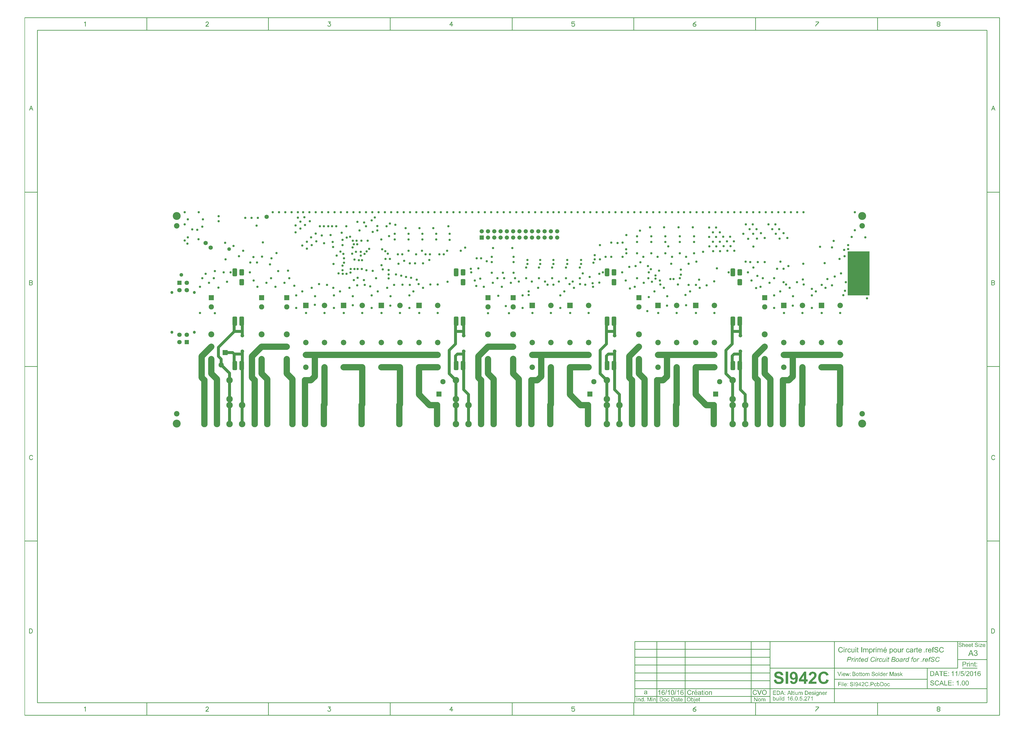
<source format=gbs>
G04 Layer_Color=16711935*
%FSLAX25Y25*%
%MOIN*%
G70*
G01*
G75*
%ADD39C,0.05000*%
%ADD43C,0.01000*%
%ADD45C,0.04500*%
%ADD46C,0.10000*%
%ADD53C,0.00500*%
%ADD100R,0.35000X0.70000*%
%ADD126R,0.08300X0.08300*%
%ADD127C,0.08300*%
%ADD128C,0.07099*%
%ADD129R,0.07099X0.07099*%
%ADD130C,0.04737*%
%ADD131C,0.10300*%
%ADD132R,0.08674X0.08674*%
%ADD133C,0.08674*%
%ADD134C,0.09461*%
%ADD135R,0.08280X0.08280*%
%ADD136C,0.08280*%
%ADD137C,0.12611*%
%ADD138C,0.08674*%
%ADD139C,0.06699*%
%ADD140R,0.06699X0.06699*%
%ADD141C,0.03700*%
%ADD142C,0.05800*%
%ADD143C,0.06800*%
G04:AMPARAMS|DCode=144|XSize=102.49mil|YSize=74.53mil|CornerRadius=17.31mil|HoleSize=0mil|Usage=FLASHONLY|Rotation=90.000|XOffset=0mil|YOffset=0mil|HoleType=Round|Shape=RoundedRectangle|*
%AMROUNDEDRECTD144*
21,1,0.10249,0.03992,0,0,90.0*
21,1,0.06787,0.07453,0,0,90.0*
1,1,0.03461,0.01996,0.03394*
1,1,0.03461,0.01996,-0.03394*
1,1,0.03461,-0.01996,-0.03394*
1,1,0.03461,-0.01996,0.03394*
%
%ADD144ROUNDEDRECTD144*%
G04:AMPARAMS|DCode=145|XSize=126.11mil|YSize=74.53mil|CornerRadius=17.31mil|HoleSize=0mil|Usage=FLASHONLY|Rotation=90.000|XOffset=0mil|YOffset=0mil|HoleType=Round|Shape=RoundedRectangle|*
%AMROUNDEDRECTD145*
21,1,0.12611,0.03992,0,0,90.0*
21,1,0.09150,0.07453,0,0,90.0*
1,1,0.03461,0.01996,0.04575*
1,1,0.03461,0.01996,-0.04575*
1,1,0.03461,-0.01996,-0.04575*
1,1,0.03461,-0.01996,0.04575*
%
%ADD145ROUNDEDRECTD145*%
G04:AMPARAMS|DCode=146|XSize=145.79mil|YSize=74.53mil|CornerRadius=17.31mil|HoleSize=0mil|Usage=FLASHONLY|Rotation=270.000|XOffset=0mil|YOffset=0mil|HoleType=Round|Shape=RoundedRectangle|*
%AMROUNDEDRECTD146*
21,1,0.14579,0.03992,0,0,270.0*
21,1,0.11118,0.07453,0,0,270.0*
1,1,0.03461,-0.01996,-0.05559*
1,1,0.03461,-0.01996,0.05559*
1,1,0.03461,0.01996,0.05559*
1,1,0.03461,0.01996,-0.05559*
%
%ADD146ROUNDEDRECTD146*%
G36*
X1263462Y-373636D02*
X1262671D01*
Y-372738D01*
X1263462D01*
Y-373636D01*
D02*
G37*
G36*
X1259187Y-372640D02*
X1259255D01*
X1259421Y-372660D01*
X1259616Y-372689D01*
X1259831Y-372728D01*
X1260046Y-372786D01*
X1260251Y-372865D01*
X1260260D01*
X1260270Y-372874D01*
X1260299Y-372884D01*
X1260339Y-372904D01*
X1260436Y-372962D01*
X1260563Y-373030D01*
X1260700Y-373128D01*
X1260836Y-373245D01*
X1260973Y-373382D01*
X1261090Y-373538D01*
X1261100Y-373557D01*
X1261139Y-373616D01*
X1261188Y-373714D01*
X1261236Y-373831D01*
X1261295Y-373977D01*
X1261354Y-374153D01*
X1261393Y-374338D01*
X1261412Y-374543D01*
X1260602Y-374602D01*
Y-374592D01*
Y-374573D01*
X1260592Y-374543D01*
X1260583Y-374504D01*
X1260563Y-374397D01*
X1260524Y-374260D01*
X1260466Y-374114D01*
X1260387Y-373967D01*
X1260280Y-373821D01*
X1260153Y-373694D01*
X1260134Y-373684D01*
X1260085Y-373645D01*
X1259997Y-373597D01*
X1259880Y-373538D01*
X1259724Y-373479D01*
X1259529Y-373431D01*
X1259304Y-373392D01*
X1259041Y-373382D01*
X1258914D01*
X1258855Y-373392D01*
X1258777D01*
X1258611Y-373421D01*
X1258426Y-373450D01*
X1258240Y-373499D01*
X1258064Y-373567D01*
X1257986Y-373616D01*
X1257918Y-373665D01*
X1257908Y-373675D01*
X1257869Y-373714D01*
X1257811Y-373772D01*
X1257752Y-373860D01*
X1257684Y-373958D01*
X1257635Y-374075D01*
X1257596Y-374202D01*
X1257576Y-374348D01*
Y-374368D01*
Y-374407D01*
X1257586Y-374475D01*
X1257606Y-374553D01*
X1257635Y-374641D01*
X1257684Y-374739D01*
X1257742Y-374826D01*
X1257821Y-374914D01*
X1257830Y-374924D01*
X1257879Y-374953D01*
X1257908Y-374973D01*
X1257947Y-375002D01*
X1258006Y-375022D01*
X1258074Y-375051D01*
X1258152Y-375090D01*
X1258240Y-375129D01*
X1258338Y-375158D01*
X1258455Y-375197D01*
X1258591Y-375246D01*
X1258738Y-375285D01*
X1258904Y-375324D01*
X1259089Y-375373D01*
X1259099D01*
X1259138Y-375383D01*
X1259187Y-375392D01*
X1259255Y-375412D01*
X1259343Y-375431D01*
X1259441Y-375461D01*
X1259655Y-375510D01*
X1259890Y-375578D01*
X1260124Y-375646D01*
X1260241Y-375675D01*
X1260339Y-375714D01*
X1260436Y-375753D01*
X1260514Y-375783D01*
X1260524D01*
X1260544Y-375793D01*
X1260563Y-375812D01*
X1260602Y-375832D01*
X1260700Y-375890D01*
X1260827Y-375958D01*
X1260963Y-376056D01*
X1261100Y-376173D01*
X1261227Y-376300D01*
X1261334Y-376437D01*
X1261344Y-376456D01*
X1261373Y-376505D01*
X1261422Y-376583D01*
X1261471Y-376700D01*
X1261520Y-376827D01*
X1261568Y-376983D01*
X1261598Y-377159D01*
X1261607Y-377344D01*
Y-377354D01*
Y-377364D01*
Y-377393D01*
Y-377432D01*
X1261588Y-377530D01*
X1261568Y-377657D01*
X1261539Y-377803D01*
X1261481Y-377969D01*
X1261412Y-378145D01*
X1261315Y-378311D01*
X1261305Y-378330D01*
X1261256Y-378389D01*
X1261197Y-378467D01*
X1261100Y-378564D01*
X1260983Y-378681D01*
X1260836Y-378799D01*
X1260661Y-378906D01*
X1260466Y-379013D01*
X1260456D01*
X1260436Y-379023D01*
X1260407Y-379033D01*
X1260368Y-379052D01*
X1260319Y-379072D01*
X1260260Y-379091D01*
X1260104Y-379131D01*
X1259929Y-379179D01*
X1259714Y-379218D01*
X1259490Y-379248D01*
X1259236Y-379257D01*
X1259089D01*
X1259021Y-379248D01*
X1258933D01*
X1258836Y-379238D01*
X1258728Y-379228D01*
X1258504Y-379199D01*
X1258260Y-379150D01*
X1258016Y-379091D01*
X1257782Y-379013D01*
X1257772D01*
X1257752Y-379004D01*
X1257723Y-378984D01*
X1257684Y-378965D01*
X1257576Y-378906D01*
X1257450Y-378818D01*
X1257293Y-378711D01*
X1257147Y-378584D01*
X1256991Y-378428D01*
X1256854Y-378252D01*
Y-378242D01*
X1256845Y-378233D01*
X1256825Y-378203D01*
X1256806Y-378164D01*
X1256776Y-378115D01*
X1256747Y-378057D01*
X1256688Y-377910D01*
X1256630Y-377745D01*
X1256571Y-377540D01*
X1256532Y-377325D01*
X1256513Y-377091D01*
X1257313Y-377022D01*
Y-377032D01*
Y-377042D01*
X1257323Y-377100D01*
X1257342Y-377188D01*
X1257362Y-377305D01*
X1257401Y-377432D01*
X1257440Y-377569D01*
X1257498Y-377696D01*
X1257567Y-377823D01*
X1257576Y-377832D01*
X1257606Y-377871D01*
X1257655Y-377930D01*
X1257733Y-377998D01*
X1257821Y-378076D01*
X1257928Y-378164D01*
X1258064Y-378242D01*
X1258211Y-378320D01*
X1258221D01*
X1258230Y-378330D01*
X1258289Y-378350D01*
X1258377Y-378379D01*
X1258504Y-378408D01*
X1258640Y-378447D01*
X1258816Y-378477D01*
X1259001Y-378496D01*
X1259197Y-378506D01*
X1259275D01*
X1259372Y-378496D01*
X1259480Y-378486D01*
X1259616Y-378477D01*
X1259753Y-378447D01*
X1259899Y-378418D01*
X1260046Y-378369D01*
X1260065Y-378359D01*
X1260104Y-378340D01*
X1260173Y-378311D01*
X1260251Y-378262D01*
X1260348Y-378203D01*
X1260436Y-378135D01*
X1260524Y-378057D01*
X1260602Y-377969D01*
X1260612Y-377959D01*
X1260631Y-377920D01*
X1260661Y-377871D01*
X1260700Y-377803D01*
X1260729Y-377725D01*
X1260758Y-377627D01*
X1260778Y-377530D01*
X1260787Y-377422D01*
Y-377413D01*
Y-377374D01*
X1260778Y-377315D01*
X1260768Y-377247D01*
X1260748Y-377159D01*
X1260709Y-377071D01*
X1260670Y-376983D01*
X1260612Y-376895D01*
X1260602Y-376886D01*
X1260583Y-376856D01*
X1260534Y-376817D01*
X1260475Y-376759D01*
X1260397Y-376700D01*
X1260299Y-376642D01*
X1260173Y-376573D01*
X1260036Y-376515D01*
X1260026Y-376505D01*
X1259987Y-376495D01*
X1259909Y-376476D01*
X1259860Y-376456D01*
X1259802Y-376437D01*
X1259724Y-376417D01*
X1259646Y-376398D01*
X1259548Y-376368D01*
X1259450Y-376339D01*
X1259333Y-376310D01*
X1259197Y-376281D01*
X1259050Y-376241D01*
X1258894Y-376203D01*
X1258884D01*
X1258855Y-376193D01*
X1258806Y-376183D01*
X1258748Y-376163D01*
X1258679Y-376144D01*
X1258601Y-376124D01*
X1258416Y-376076D01*
X1258211Y-376007D01*
X1258006Y-375939D01*
X1257821Y-375871D01*
X1257733Y-375841D01*
X1257664Y-375802D01*
X1257655D01*
X1257645Y-375793D01*
X1257586Y-375753D01*
X1257508Y-375705D01*
X1257411Y-375636D01*
X1257293Y-375549D01*
X1257186Y-375451D01*
X1257079Y-375334D01*
X1256981Y-375207D01*
X1256971Y-375187D01*
X1256942Y-375139D01*
X1256913Y-375070D01*
X1256874Y-374973D01*
X1256825Y-374856D01*
X1256796Y-374719D01*
X1256766Y-374563D01*
X1256757Y-374407D01*
Y-374397D01*
Y-374387D01*
Y-374358D01*
Y-374319D01*
X1256776Y-374231D01*
X1256796Y-374114D01*
X1256825Y-373967D01*
X1256874Y-373821D01*
X1256942Y-373655D01*
X1257030Y-373499D01*
Y-373489D01*
X1257040Y-373479D01*
X1257079Y-373431D01*
X1257147Y-373353D01*
X1257235Y-373255D01*
X1257342Y-373157D01*
X1257479Y-373050D01*
X1257645Y-372943D01*
X1257830Y-372855D01*
X1257840D01*
X1257850Y-372845D01*
X1257879Y-372835D01*
X1257928Y-372816D01*
X1257977Y-372806D01*
X1258035Y-372786D01*
X1258172Y-372738D01*
X1258348Y-372699D01*
X1258543Y-372669D01*
X1258767Y-372640D01*
X1259001Y-372630D01*
X1259119D01*
X1259187Y-372640D01*
D02*
G37*
G36*
X1233303D02*
X1233372D01*
X1233538Y-372660D01*
X1233733Y-372689D01*
X1233947Y-372728D01*
X1234162Y-372786D01*
X1234367Y-372865D01*
X1234377D01*
X1234387Y-372874D01*
X1234416Y-372884D01*
X1234455Y-372904D01*
X1234553Y-372962D01*
X1234680Y-373030D01*
X1234816Y-373128D01*
X1234953Y-373245D01*
X1235089Y-373382D01*
X1235207Y-373538D01*
X1235216Y-373557D01*
X1235255Y-373616D01*
X1235304Y-373714D01*
X1235353Y-373831D01*
X1235411Y-373977D01*
X1235470Y-374153D01*
X1235509Y-374338D01*
X1235529Y-374543D01*
X1234719Y-374602D01*
Y-374592D01*
Y-374573D01*
X1234709Y-374543D01*
X1234699Y-374504D01*
X1234680Y-374397D01*
X1234641Y-374260D01*
X1234582Y-374114D01*
X1234504Y-373967D01*
X1234396Y-373821D01*
X1234270Y-373694D01*
X1234250Y-373684D01*
X1234201Y-373645D01*
X1234114Y-373597D01*
X1233996Y-373538D01*
X1233840Y-373479D01*
X1233645Y-373431D01*
X1233420Y-373392D01*
X1233157Y-373382D01*
X1233030D01*
X1232971Y-373392D01*
X1232893D01*
X1232728Y-373421D01*
X1232542Y-373450D01*
X1232357Y-373499D01*
X1232181Y-373567D01*
X1232103Y-373616D01*
X1232035Y-373665D01*
X1232025Y-373675D01*
X1231986Y-373714D01*
X1231927Y-373772D01*
X1231869Y-373860D01*
X1231800Y-373958D01*
X1231752Y-374075D01*
X1231713Y-374202D01*
X1231693Y-374348D01*
Y-374368D01*
Y-374407D01*
X1231703Y-374475D01*
X1231722Y-374553D01*
X1231752Y-374641D01*
X1231800Y-374739D01*
X1231859Y-374826D01*
X1231937Y-374914D01*
X1231947Y-374924D01*
X1231995Y-374953D01*
X1232025Y-374973D01*
X1232064Y-375002D01*
X1232122Y-375022D01*
X1232191Y-375051D01*
X1232269Y-375090D01*
X1232357Y-375129D01*
X1232454Y-375158D01*
X1232571Y-375197D01*
X1232708Y-375246D01*
X1232854Y-375285D01*
X1233020Y-375324D01*
X1233206Y-375373D01*
X1233216D01*
X1233255Y-375383D01*
X1233303Y-375392D01*
X1233372Y-375412D01*
X1233459Y-375431D01*
X1233557Y-375461D01*
X1233772Y-375510D01*
X1234006Y-375578D01*
X1234240Y-375646D01*
X1234357Y-375675D01*
X1234455Y-375714D01*
X1234553Y-375753D01*
X1234631Y-375783D01*
X1234641D01*
X1234660Y-375793D01*
X1234680Y-375812D01*
X1234719Y-375832D01*
X1234816Y-375890D01*
X1234943Y-375958D01*
X1235080Y-376056D01*
X1235216Y-376173D01*
X1235343Y-376300D01*
X1235451Y-376437D01*
X1235460Y-376456D01*
X1235490Y-376505D01*
X1235538Y-376583D01*
X1235587Y-376700D01*
X1235636Y-376827D01*
X1235685Y-376983D01*
X1235714Y-377159D01*
X1235724Y-377344D01*
Y-377354D01*
Y-377364D01*
Y-377393D01*
Y-377432D01*
X1235704Y-377530D01*
X1235685Y-377657D01*
X1235655Y-377803D01*
X1235597Y-377969D01*
X1235529Y-378145D01*
X1235431Y-378311D01*
X1235421Y-378330D01*
X1235373Y-378389D01*
X1235314Y-378467D01*
X1235216Y-378564D01*
X1235099Y-378681D01*
X1234953Y-378799D01*
X1234777Y-378906D01*
X1234582Y-379013D01*
X1234572D01*
X1234553Y-379023D01*
X1234523Y-379033D01*
X1234484Y-379052D01*
X1234435Y-379072D01*
X1234377Y-379091D01*
X1234221Y-379131D01*
X1234045Y-379179D01*
X1233830Y-379218D01*
X1233606Y-379248D01*
X1233352Y-379257D01*
X1233206D01*
X1233137Y-379248D01*
X1233050D01*
X1232952Y-379238D01*
X1232845Y-379228D01*
X1232620Y-379199D01*
X1232376Y-379150D01*
X1232132Y-379091D01*
X1231898Y-379013D01*
X1231888D01*
X1231869Y-379004D01*
X1231839Y-378984D01*
X1231800Y-378965D01*
X1231693Y-378906D01*
X1231566Y-378818D01*
X1231410Y-378711D01*
X1231264Y-378584D01*
X1231107Y-378428D01*
X1230971Y-378252D01*
Y-378242D01*
X1230961Y-378233D01*
X1230941Y-378203D01*
X1230922Y-378164D01*
X1230893Y-378115D01*
X1230863Y-378057D01*
X1230805Y-377910D01*
X1230746Y-377745D01*
X1230688Y-377540D01*
X1230649Y-377325D01*
X1230629Y-377091D01*
X1231429Y-377022D01*
Y-377032D01*
Y-377042D01*
X1231439Y-377100D01*
X1231459Y-377188D01*
X1231478Y-377305D01*
X1231517Y-377432D01*
X1231556Y-377569D01*
X1231615Y-377696D01*
X1231683Y-377823D01*
X1231693Y-377832D01*
X1231722Y-377871D01*
X1231771Y-377930D01*
X1231849Y-377998D01*
X1231937Y-378076D01*
X1232044Y-378164D01*
X1232181Y-378242D01*
X1232327Y-378320D01*
X1232337D01*
X1232347Y-378330D01*
X1232405Y-378350D01*
X1232493Y-378379D01*
X1232620Y-378408D01*
X1232757Y-378447D01*
X1232932Y-378477D01*
X1233118Y-378496D01*
X1233313Y-378506D01*
X1233391D01*
X1233489Y-378496D01*
X1233596Y-378486D01*
X1233733Y-378477D01*
X1233869Y-378447D01*
X1234016Y-378418D01*
X1234162Y-378369D01*
X1234182Y-378359D01*
X1234221Y-378340D01*
X1234289Y-378311D01*
X1234367Y-378262D01*
X1234465Y-378203D01*
X1234553Y-378135D01*
X1234641Y-378057D01*
X1234719Y-377969D01*
X1234728Y-377959D01*
X1234748Y-377920D01*
X1234777Y-377871D01*
X1234816Y-377803D01*
X1234845Y-377725D01*
X1234875Y-377627D01*
X1234894Y-377530D01*
X1234904Y-377422D01*
Y-377413D01*
Y-377374D01*
X1234894Y-377315D01*
X1234884Y-377247D01*
X1234865Y-377159D01*
X1234826Y-377071D01*
X1234787Y-376983D01*
X1234728Y-376895D01*
X1234719Y-376886D01*
X1234699Y-376856D01*
X1234650Y-376817D01*
X1234592Y-376759D01*
X1234514Y-376700D01*
X1234416Y-376642D01*
X1234289Y-376573D01*
X1234153Y-376515D01*
X1234143Y-376505D01*
X1234104Y-376495D01*
X1234026Y-376476D01*
X1233977Y-376456D01*
X1233918Y-376437D01*
X1233840Y-376417D01*
X1233762Y-376398D01*
X1233665Y-376368D01*
X1233567Y-376339D01*
X1233450Y-376310D01*
X1233313Y-376281D01*
X1233167Y-376241D01*
X1233011Y-376203D01*
X1233001D01*
X1232971Y-376193D01*
X1232923Y-376183D01*
X1232864Y-376163D01*
X1232796Y-376144D01*
X1232718Y-376124D01*
X1232532Y-376076D01*
X1232327Y-376007D01*
X1232122Y-375939D01*
X1231937Y-375871D01*
X1231849Y-375841D01*
X1231781Y-375802D01*
X1231771D01*
X1231761Y-375793D01*
X1231703Y-375753D01*
X1231625Y-375705D01*
X1231527Y-375636D01*
X1231410Y-375549D01*
X1231303Y-375451D01*
X1231195Y-375334D01*
X1231098Y-375207D01*
X1231088Y-375187D01*
X1231059Y-375139D01*
X1231029Y-375070D01*
X1230990Y-374973D01*
X1230941Y-374856D01*
X1230912Y-374719D01*
X1230883Y-374563D01*
X1230873Y-374407D01*
Y-374397D01*
Y-374387D01*
Y-374358D01*
Y-374319D01*
X1230893Y-374231D01*
X1230912Y-374114D01*
X1230941Y-373967D01*
X1230990Y-373821D01*
X1231059Y-373655D01*
X1231146Y-373499D01*
Y-373489D01*
X1231156Y-373479D01*
X1231195Y-373431D01*
X1231264Y-373353D01*
X1231351Y-373255D01*
X1231459Y-373157D01*
X1231595Y-373050D01*
X1231761Y-372943D01*
X1231947Y-372855D01*
X1231956D01*
X1231966Y-372845D01*
X1231995Y-372835D01*
X1232044Y-372816D01*
X1232093Y-372806D01*
X1232152Y-372786D01*
X1232288Y-372738D01*
X1232464Y-372699D01*
X1232659Y-372669D01*
X1232884Y-372640D01*
X1233118Y-372630D01*
X1233235D01*
X1233303Y-372640D01*
D02*
G37*
G36*
X1268205Y-375022D02*
X1265687Y-377979D01*
X1265199Y-378525D01*
X1265248D01*
X1265287Y-378516D01*
X1265394Y-378506D01*
X1265521Y-378496D01*
X1265677D01*
X1265843Y-378486D01*
X1266195Y-378477D01*
X1268342D01*
Y-379150D01*
X1264233D01*
Y-378516D01*
X1267190Y-375109D01*
X1267102D01*
X1267014Y-375119D01*
X1266887D01*
X1266751Y-375129D01*
X1266605D01*
X1266448Y-375139D01*
X1264408D01*
Y-374504D01*
X1268205D01*
Y-375022D01*
D02*
G37*
G36*
X1263462Y-379150D02*
X1262671D01*
Y-374504D01*
X1263462D01*
Y-379150D01*
D02*
G37*
G36*
X1237568Y-375031D02*
X1237578Y-375022D01*
X1237598Y-375002D01*
X1237627Y-374973D01*
X1237666Y-374934D01*
X1237725Y-374885D01*
X1237783Y-374826D01*
X1237861Y-374778D01*
X1237949Y-374709D01*
X1238047Y-374651D01*
X1238144Y-374602D01*
X1238388Y-374495D01*
X1238515Y-374455D01*
X1238652Y-374426D01*
X1238798Y-374407D01*
X1238954Y-374397D01*
X1239042D01*
X1239140Y-374407D01*
X1239257Y-374426D01*
X1239394Y-374446D01*
X1239540Y-374485D01*
X1239696Y-374534D01*
X1239843Y-374602D01*
X1239862Y-374612D01*
X1239901Y-374641D01*
X1239969Y-374690D01*
X1240057Y-374748D01*
X1240145Y-374826D01*
X1240233Y-374924D01*
X1240321Y-375041D01*
X1240389Y-375168D01*
X1240399Y-375187D01*
X1240418Y-375236D01*
X1240438Y-375314D01*
X1240477Y-375431D01*
X1240506Y-375578D01*
X1240526Y-375763D01*
X1240545Y-375968D01*
X1240555Y-376212D01*
Y-379150D01*
X1239764D01*
Y-376203D01*
Y-376193D01*
Y-376173D01*
Y-376144D01*
Y-376105D01*
X1239755Y-376007D01*
X1239735Y-375871D01*
X1239696Y-375734D01*
X1239657Y-375597D01*
X1239589Y-375461D01*
X1239501Y-375344D01*
X1239491Y-375334D01*
X1239452Y-375305D01*
X1239394Y-375256D01*
X1239316Y-375207D01*
X1239218Y-375158D01*
X1239091Y-375109D01*
X1238954Y-375080D01*
X1238789Y-375070D01*
X1238730D01*
X1238662Y-375080D01*
X1238574Y-375090D01*
X1238476Y-375119D01*
X1238359Y-375148D01*
X1238242Y-375197D01*
X1238125Y-375256D01*
X1238115Y-375266D01*
X1238076Y-375285D01*
X1238027Y-375334D01*
X1237959Y-375383D01*
X1237891Y-375461D01*
X1237813Y-375539D01*
X1237754Y-375646D01*
X1237695Y-375753D01*
X1237686Y-375763D01*
X1237676Y-375812D01*
X1237656Y-375880D01*
X1237637Y-375978D01*
X1237607Y-376105D01*
X1237588Y-376251D01*
X1237578Y-376417D01*
X1237568Y-376612D01*
Y-379150D01*
X1236778D01*
Y-372738D01*
X1237568D01*
Y-375031D01*
D02*
G37*
G36*
X1252638Y-374504D02*
X1253428D01*
Y-375119D01*
X1252638D01*
Y-377842D01*
Y-377852D01*
Y-377891D01*
Y-377950D01*
X1252648Y-378018D01*
X1252658Y-378164D01*
X1252667Y-378223D01*
X1252677Y-378272D01*
X1252687Y-378291D01*
X1252706Y-378330D01*
X1252745Y-378379D01*
X1252804Y-378428D01*
X1252823Y-378437D01*
X1252872Y-378447D01*
X1252960Y-378467D01*
X1253077Y-378477D01*
X1253175D01*
X1253224Y-378467D01*
X1253282D01*
X1253428Y-378447D01*
X1253536Y-379140D01*
X1253516D01*
X1253477Y-379150D01*
X1253419Y-379160D01*
X1253331Y-379170D01*
X1253243Y-379189D01*
X1253145Y-379199D01*
X1252940Y-379209D01*
X1252872D01*
X1252794Y-379199D01*
X1252697Y-379189D01*
X1252589Y-379179D01*
X1252472Y-379150D01*
X1252365Y-379121D01*
X1252267Y-379082D01*
X1252257Y-379072D01*
X1252228Y-379052D01*
X1252189Y-379023D01*
X1252140Y-378984D01*
X1252082Y-378935D01*
X1252033Y-378877D01*
X1251974Y-378808D01*
X1251935Y-378730D01*
Y-378721D01*
X1251925Y-378681D01*
X1251906Y-378623D01*
X1251896Y-378525D01*
X1251877Y-378398D01*
X1251867Y-378330D01*
X1251857Y-378242D01*
Y-378145D01*
X1251847Y-378037D01*
Y-377920D01*
Y-377793D01*
Y-375119D01*
X1251262D01*
Y-374504D01*
X1251847D01*
Y-373362D01*
X1252638Y-372884D01*
Y-374504D01*
D02*
G37*
G36*
X1271192Y-374407D02*
X1271270Y-374416D01*
X1271367Y-374426D01*
X1271465Y-374446D01*
X1271582Y-374475D01*
X1271816Y-374553D01*
X1271943Y-374602D01*
X1272070Y-374670D01*
X1272197Y-374739D01*
X1272324Y-374826D01*
X1272441Y-374924D01*
X1272558Y-375041D01*
X1272568Y-375051D01*
X1272587Y-375070D01*
X1272617Y-375109D01*
X1272656Y-375158D01*
X1272695Y-375226D01*
X1272744Y-375305D01*
X1272802Y-375392D01*
X1272861Y-375500D01*
X1272909Y-375627D01*
X1272968Y-375753D01*
X1273017Y-375900D01*
X1273066Y-376066D01*
X1273095Y-376232D01*
X1273124Y-376417D01*
X1273144Y-376612D01*
X1273153Y-376827D01*
Y-376837D01*
Y-376876D01*
Y-376944D01*
X1273144Y-377032D01*
X1269689D01*
Y-377042D01*
Y-377061D01*
X1269698Y-377110D01*
Y-377159D01*
X1269708Y-377227D01*
X1269718Y-377296D01*
X1269757Y-377471D01*
X1269816Y-377657D01*
X1269884Y-377852D01*
X1269991Y-378047D01*
X1270118Y-378213D01*
X1270138Y-378233D01*
X1270186Y-378272D01*
X1270274Y-378340D01*
X1270382Y-378408D01*
X1270528Y-378486D01*
X1270694Y-378555D01*
X1270879Y-378594D01*
X1271084Y-378613D01*
X1271162D01*
X1271241Y-378603D01*
X1271338Y-378584D01*
X1271455Y-378555D01*
X1271582Y-378516D01*
X1271709Y-378467D01*
X1271826Y-378389D01*
X1271836Y-378379D01*
X1271875Y-378340D01*
X1271933Y-378291D01*
X1272002Y-378203D01*
X1272080Y-378106D01*
X1272158Y-377979D01*
X1272236Y-377823D01*
X1272314Y-377647D01*
X1273124Y-377754D01*
Y-377764D01*
X1273114Y-377784D01*
X1273105Y-377823D01*
X1273085Y-377871D01*
X1273066Y-377930D01*
X1273036Y-377998D01*
X1272958Y-378164D01*
X1272861Y-378340D01*
X1272744Y-378525D01*
X1272587Y-378711D01*
X1272412Y-378867D01*
X1272402D01*
X1272392Y-378887D01*
X1272363Y-378906D01*
X1272314Y-378925D01*
X1272265Y-378955D01*
X1272207Y-378994D01*
X1272138Y-379023D01*
X1272051Y-379062D01*
X1271865Y-379131D01*
X1271631Y-379199D01*
X1271377Y-379238D01*
X1271084Y-379257D01*
X1270987D01*
X1270918Y-379248D01*
X1270831Y-379238D01*
X1270733Y-379228D01*
X1270626Y-379209D01*
X1270499Y-379179D01*
X1270245Y-379101D01*
X1270108Y-379052D01*
X1269981Y-378994D01*
X1269845Y-378925D01*
X1269718Y-378838D01*
X1269591Y-378740D01*
X1269474Y-378633D01*
X1269464Y-378623D01*
X1269445Y-378603D01*
X1269415Y-378564D01*
X1269386Y-378516D01*
X1269337Y-378457D01*
X1269289Y-378379D01*
X1269230Y-378281D01*
X1269181Y-378174D01*
X1269123Y-378057D01*
X1269064Y-377930D01*
X1269015Y-377784D01*
X1268976Y-377627D01*
X1268937Y-377462D01*
X1268908Y-377276D01*
X1268888Y-377081D01*
X1268879Y-376876D01*
Y-376866D01*
Y-376827D01*
Y-376759D01*
X1268888Y-376681D01*
X1268898Y-376583D01*
X1268908Y-376466D01*
X1268927Y-376339D01*
X1268957Y-376203D01*
X1269025Y-375910D01*
X1269074Y-375763D01*
X1269132Y-375607D01*
X1269201Y-375461D01*
X1269279Y-375314D01*
X1269367Y-375178D01*
X1269474Y-375051D01*
X1269484Y-375041D01*
X1269503Y-375022D01*
X1269532Y-374992D01*
X1269581Y-374943D01*
X1269640Y-374895D01*
X1269718Y-374846D01*
X1269796Y-374787D01*
X1269894Y-374719D01*
X1270001Y-374660D01*
X1270118Y-374602D01*
X1270245Y-374553D01*
X1270391Y-374495D01*
X1270538Y-374455D01*
X1270694Y-374426D01*
X1270860Y-374407D01*
X1271035Y-374397D01*
X1271123D01*
X1271192Y-374407D01*
D02*
G37*
G36*
X1248792D02*
X1248871Y-374416D01*
X1248968Y-374426D01*
X1249066Y-374446D01*
X1249183Y-374475D01*
X1249417Y-374553D01*
X1249544Y-374602D01*
X1249671Y-374670D01*
X1249798Y-374739D01*
X1249925Y-374826D01*
X1250042Y-374924D01*
X1250159Y-375041D01*
X1250169Y-375051D01*
X1250188Y-375070D01*
X1250217Y-375109D01*
X1250257Y-375158D01*
X1250296Y-375226D01*
X1250344Y-375305D01*
X1250403Y-375392D01*
X1250461Y-375500D01*
X1250510Y-375627D01*
X1250569Y-375753D01*
X1250618Y-375900D01*
X1250666Y-376066D01*
X1250696Y-376232D01*
X1250725Y-376417D01*
X1250745Y-376612D01*
X1250754Y-376827D01*
Y-376837D01*
Y-376876D01*
Y-376944D01*
X1250745Y-377032D01*
X1247289D01*
Y-377042D01*
Y-377061D01*
X1247299Y-377110D01*
Y-377159D01*
X1247309Y-377227D01*
X1247319Y-377296D01*
X1247358Y-377471D01*
X1247416Y-377657D01*
X1247485Y-377852D01*
X1247592Y-378047D01*
X1247719Y-378213D01*
X1247738Y-378233D01*
X1247787Y-378272D01*
X1247875Y-378340D01*
X1247982Y-378408D01*
X1248129Y-378486D01*
X1248295Y-378555D01*
X1248480Y-378594D01*
X1248685Y-378613D01*
X1248763D01*
X1248841Y-378603D01*
X1248939Y-378584D01*
X1249056Y-378555D01*
X1249183Y-378516D01*
X1249310Y-378467D01*
X1249427Y-378389D01*
X1249437Y-378379D01*
X1249476Y-378340D01*
X1249534Y-378291D01*
X1249603Y-378203D01*
X1249681Y-378106D01*
X1249759Y-377979D01*
X1249837Y-377823D01*
X1249915Y-377647D01*
X1250725Y-377754D01*
Y-377764D01*
X1250715Y-377784D01*
X1250706Y-377823D01*
X1250686Y-377871D01*
X1250666Y-377930D01*
X1250637Y-377998D01*
X1250559Y-378164D01*
X1250461Y-378340D01*
X1250344Y-378525D01*
X1250188Y-378711D01*
X1250012Y-378867D01*
X1250003D01*
X1249993Y-378887D01*
X1249964Y-378906D01*
X1249915Y-378925D01*
X1249866Y-378955D01*
X1249807Y-378994D01*
X1249739Y-379023D01*
X1249651Y-379062D01*
X1249466Y-379131D01*
X1249232Y-379199D01*
X1248978Y-379238D01*
X1248685Y-379257D01*
X1248588D01*
X1248519Y-379248D01*
X1248431Y-379238D01*
X1248334Y-379228D01*
X1248226Y-379209D01*
X1248100Y-379179D01*
X1247846Y-379101D01*
X1247709Y-379052D01*
X1247582Y-378994D01*
X1247446Y-378925D01*
X1247319Y-378838D01*
X1247192Y-378740D01*
X1247075Y-378633D01*
X1247065Y-378623D01*
X1247045Y-378603D01*
X1247016Y-378564D01*
X1246987Y-378516D01*
X1246938Y-378457D01*
X1246889Y-378379D01*
X1246831Y-378281D01*
X1246782Y-378174D01*
X1246723Y-378057D01*
X1246665Y-377930D01*
X1246616Y-377784D01*
X1246577Y-377627D01*
X1246538Y-377462D01*
X1246509Y-377276D01*
X1246489Y-377081D01*
X1246479Y-376876D01*
Y-376866D01*
Y-376827D01*
Y-376759D01*
X1246489Y-376681D01*
X1246499Y-376583D01*
X1246509Y-376466D01*
X1246528Y-376339D01*
X1246558Y-376203D01*
X1246626Y-375910D01*
X1246675Y-375763D01*
X1246733Y-375607D01*
X1246801Y-375461D01*
X1246879Y-375314D01*
X1246967Y-375178D01*
X1247075Y-375051D01*
X1247085Y-375041D01*
X1247104Y-375022D01*
X1247133Y-374992D01*
X1247182Y-374943D01*
X1247241Y-374895D01*
X1247319Y-374846D01*
X1247397Y-374787D01*
X1247494Y-374719D01*
X1247602Y-374660D01*
X1247719Y-374602D01*
X1247846Y-374553D01*
X1247992Y-374495D01*
X1248139Y-374455D01*
X1248295Y-374426D01*
X1248461Y-374407D01*
X1248636Y-374397D01*
X1248724D01*
X1248792Y-374407D01*
D02*
G37*
G36*
X1243815D02*
X1243893Y-374416D01*
X1243991Y-374426D01*
X1244088Y-374446D01*
X1244205Y-374475D01*
X1244440Y-374553D01*
X1244566Y-374602D01*
X1244693Y-374670D01*
X1244820Y-374739D01*
X1244947Y-374826D01*
X1245064Y-374924D01*
X1245181Y-375041D01*
X1245191Y-375051D01*
X1245211Y-375070D01*
X1245240Y-375109D01*
X1245279Y-375158D01*
X1245318Y-375226D01*
X1245367Y-375305D01*
X1245425Y-375392D01*
X1245484Y-375500D01*
X1245533Y-375627D01*
X1245591Y-375753D01*
X1245640Y-375900D01*
X1245689Y-376066D01*
X1245718Y-376232D01*
X1245747Y-376417D01*
X1245767Y-376612D01*
X1245777Y-376827D01*
Y-376837D01*
Y-376876D01*
Y-376944D01*
X1245767Y-377032D01*
X1242312D01*
Y-377042D01*
Y-377061D01*
X1242322Y-377110D01*
Y-377159D01*
X1242331Y-377227D01*
X1242341Y-377296D01*
X1242380Y-377471D01*
X1242439Y-377657D01*
X1242507Y-377852D01*
X1242614Y-378047D01*
X1242741Y-378213D01*
X1242761Y-378233D01*
X1242810Y-378272D01*
X1242898Y-378340D01*
X1243005Y-378408D01*
X1243151Y-378486D01*
X1243317Y-378555D01*
X1243503Y-378594D01*
X1243707Y-378613D01*
X1243786D01*
X1243864Y-378603D01*
X1243961Y-378584D01*
X1244078Y-378555D01*
X1244205Y-378516D01*
X1244332Y-378467D01*
X1244449Y-378389D01*
X1244459Y-378379D01*
X1244498Y-378340D01*
X1244557Y-378291D01*
X1244625Y-378203D01*
X1244703Y-378106D01*
X1244781Y-377979D01*
X1244859Y-377823D01*
X1244937Y-377647D01*
X1245747Y-377754D01*
Y-377764D01*
X1245738Y-377784D01*
X1245728Y-377823D01*
X1245708Y-377871D01*
X1245689Y-377930D01*
X1245660Y-377998D01*
X1245582Y-378164D01*
X1245484Y-378340D01*
X1245367Y-378525D01*
X1245211Y-378711D01*
X1245035Y-378867D01*
X1245025D01*
X1245015Y-378887D01*
X1244986Y-378906D01*
X1244937Y-378925D01*
X1244888Y-378955D01*
X1244830Y-378994D01*
X1244762Y-379023D01*
X1244674Y-379062D01*
X1244488Y-379131D01*
X1244254Y-379199D01*
X1244000Y-379238D01*
X1243707Y-379257D01*
X1243610D01*
X1243542Y-379248D01*
X1243454Y-379238D01*
X1243356Y-379228D01*
X1243249Y-379209D01*
X1243122Y-379179D01*
X1242868Y-379101D01*
X1242731Y-379052D01*
X1242605Y-378994D01*
X1242468Y-378925D01*
X1242341Y-378838D01*
X1242214Y-378740D01*
X1242097Y-378633D01*
X1242087Y-378623D01*
X1242068Y-378603D01*
X1242039Y-378564D01*
X1242009Y-378516D01*
X1241961Y-378457D01*
X1241912Y-378379D01*
X1241853Y-378281D01*
X1241804Y-378174D01*
X1241746Y-378057D01*
X1241687Y-377930D01*
X1241638Y-377784D01*
X1241599Y-377627D01*
X1241560Y-377462D01*
X1241531Y-377276D01*
X1241512Y-377081D01*
X1241502Y-376876D01*
Y-376866D01*
Y-376827D01*
Y-376759D01*
X1241512Y-376681D01*
X1241521Y-376583D01*
X1241531Y-376466D01*
X1241551Y-376339D01*
X1241580Y-376203D01*
X1241648Y-375910D01*
X1241697Y-375763D01*
X1241755Y-375607D01*
X1241824Y-375461D01*
X1241902Y-375314D01*
X1241990Y-375178D01*
X1242097Y-375051D01*
X1242107Y-375041D01*
X1242126Y-375022D01*
X1242156Y-374992D01*
X1242204Y-374943D01*
X1242263Y-374895D01*
X1242341Y-374846D01*
X1242419Y-374787D01*
X1242517Y-374719D01*
X1242624Y-374660D01*
X1242741Y-374602D01*
X1242868Y-374553D01*
X1243015Y-374495D01*
X1243161Y-374455D01*
X1243317Y-374426D01*
X1243483Y-374407D01*
X1243659Y-374397D01*
X1243747D01*
X1243815Y-374407D01*
D02*
G37*
G36*
X1191111Y-379436D02*
X1191251Y-379449D01*
X1191416Y-379474D01*
X1191593Y-379499D01*
X1191784Y-379537D01*
X1191631Y-380426D01*
X1191619D01*
X1191580Y-380413D01*
X1191517Y-380400D01*
X1191441Y-380387D01*
X1191339D01*
X1191238Y-380375D01*
X1191022Y-380362D01*
X1190946D01*
X1190870Y-380375D01*
X1190768Y-380387D01*
X1190667Y-380413D01*
X1190553Y-380451D01*
X1190451Y-380502D01*
X1190362Y-380565D01*
X1190349Y-380578D01*
X1190337Y-380603D01*
X1190299Y-380654D01*
X1190273Y-380730D01*
X1190235Y-380832D01*
X1190197Y-380971D01*
X1190185Y-381123D01*
X1190172Y-381314D01*
Y-381860D01*
X1191352D01*
Y-382659D01*
X1190185D01*
Y-387900D01*
X1189157D01*
Y-382659D01*
X1188256D01*
Y-381860D01*
X1189157D01*
Y-381225D01*
Y-381212D01*
Y-381200D01*
Y-381123D01*
X1189169Y-381022D01*
Y-380882D01*
X1189182Y-380743D01*
X1189207Y-380591D01*
X1189233Y-380451D01*
X1189271Y-380324D01*
X1189284Y-380311D01*
X1189296Y-380261D01*
X1189334Y-380185D01*
X1189385Y-380096D01*
X1189461Y-379981D01*
X1189550Y-379880D01*
X1189652Y-379778D01*
X1189779Y-379677D01*
X1189791Y-379664D01*
X1189855Y-379639D01*
X1189931Y-379601D01*
X1190058Y-379550D01*
X1190197Y-379499D01*
X1190388Y-379461D01*
X1190591Y-379436D01*
X1190832Y-379423D01*
X1190997D01*
X1191111Y-379436D01*
D02*
G37*
G36*
X1100088Y-380730D02*
X1099060D01*
Y-379563D01*
X1100088D01*
Y-380730D01*
D02*
G37*
G36*
X1067754D02*
X1066726D01*
Y-379563D01*
X1067754D01*
Y-380730D01*
D02*
G37*
G36*
X1048998D02*
X1047970D01*
Y-379563D01*
X1048998D01*
Y-380730D01*
D02*
G37*
G36*
X1113819Y-381111D02*
X1112968D01*
X1113730Y-379525D01*
X1115075D01*
X1113819Y-381111D01*
D02*
G37*
G36*
X1195400Y-379436D02*
X1195489D01*
X1195705Y-379461D01*
X1195959Y-379499D01*
X1196238Y-379550D01*
X1196517Y-379626D01*
X1196783Y-379728D01*
X1196796D01*
X1196809Y-379740D01*
X1196847Y-379753D01*
X1196898Y-379778D01*
X1197025Y-379854D01*
X1197189Y-379943D01*
X1197367Y-380070D01*
X1197545Y-380223D01*
X1197722Y-380400D01*
X1197875Y-380603D01*
X1197887Y-380629D01*
X1197938Y-380705D01*
X1198002Y-380832D01*
X1198065Y-380984D01*
X1198141Y-381174D01*
X1198217Y-381403D01*
X1198268Y-381644D01*
X1198293Y-381910D01*
X1197240Y-381986D01*
Y-381974D01*
Y-381948D01*
X1197227Y-381910D01*
X1197215Y-381860D01*
X1197189Y-381720D01*
X1197139Y-381542D01*
X1197062Y-381352D01*
X1196961Y-381162D01*
X1196821Y-380971D01*
X1196657Y-380806D01*
X1196631Y-380794D01*
X1196568Y-380743D01*
X1196453Y-380679D01*
X1196301Y-380603D01*
X1196098Y-380527D01*
X1195844Y-380464D01*
X1195552Y-380413D01*
X1195210Y-380400D01*
X1195045D01*
X1194969Y-380413D01*
X1194867D01*
X1194651Y-380451D01*
X1194410Y-380489D01*
X1194169Y-380553D01*
X1193941Y-380641D01*
X1193839Y-380705D01*
X1193750Y-380768D01*
X1193738Y-380781D01*
X1193687Y-380832D01*
X1193611Y-380908D01*
X1193535Y-381022D01*
X1193446Y-381149D01*
X1193382Y-381301D01*
X1193332Y-381466D01*
X1193306Y-381657D01*
Y-381682D01*
Y-381733D01*
X1193319Y-381821D01*
X1193344Y-381923D01*
X1193382Y-382037D01*
X1193446Y-382164D01*
X1193522Y-382278D01*
X1193624Y-382393D01*
X1193636Y-382405D01*
X1193700Y-382443D01*
X1193738Y-382469D01*
X1193789Y-382507D01*
X1193865Y-382532D01*
X1193954Y-382570D01*
X1194055Y-382621D01*
X1194169Y-382672D01*
X1194296Y-382710D01*
X1194448Y-382761D01*
X1194626Y-382824D01*
X1194816Y-382875D01*
X1195032Y-382926D01*
X1195273Y-382989D01*
X1195286D01*
X1195337Y-383002D01*
X1195400Y-383014D01*
X1195489Y-383040D01*
X1195603Y-383065D01*
X1195730Y-383103D01*
X1196009Y-383167D01*
X1196314Y-383256D01*
X1196618Y-383344D01*
X1196771Y-383382D01*
X1196898Y-383433D01*
X1197025Y-383484D01*
X1197126Y-383522D01*
X1197139D01*
X1197164Y-383535D01*
X1197189Y-383560D01*
X1197240Y-383585D01*
X1197367Y-383662D01*
X1197532Y-383750D01*
X1197710Y-383877D01*
X1197887Y-384030D01*
X1198052Y-384194D01*
X1198192Y-384372D01*
X1198205Y-384398D01*
X1198243Y-384461D01*
X1198306Y-384562D01*
X1198370Y-384715D01*
X1198433Y-384880D01*
X1198497Y-385083D01*
X1198535Y-385311D01*
X1198547Y-385552D01*
Y-385565D01*
Y-385578D01*
Y-385616D01*
Y-385667D01*
X1198522Y-385793D01*
X1198497Y-385958D01*
X1198458Y-386149D01*
X1198382Y-386365D01*
X1198293Y-386593D01*
X1198167Y-386809D01*
X1198154Y-386834D01*
X1198090Y-386910D01*
X1198014Y-387012D01*
X1197887Y-387139D01*
X1197735Y-387291D01*
X1197545Y-387443D01*
X1197316Y-387583D01*
X1197062Y-387722D01*
X1197050D01*
X1197025Y-387735D01*
X1196986Y-387748D01*
X1196936Y-387773D01*
X1196872Y-387799D01*
X1196796Y-387824D01*
X1196593Y-387875D01*
X1196365Y-387938D01*
X1196085Y-387989D01*
X1195794Y-388027D01*
X1195464Y-388040D01*
X1195273D01*
X1195184Y-388027D01*
X1195070D01*
X1194943Y-388014D01*
X1194804Y-388001D01*
X1194512Y-387964D01*
X1194195Y-387900D01*
X1193877Y-387824D01*
X1193573Y-387722D01*
X1193560D01*
X1193535Y-387710D01*
X1193497Y-387684D01*
X1193446Y-387659D01*
X1193306Y-387583D01*
X1193141Y-387469D01*
X1192938Y-387329D01*
X1192748Y-387164D01*
X1192545Y-386961D01*
X1192367Y-386733D01*
Y-386720D01*
X1192355Y-386707D01*
X1192329Y-386669D01*
X1192304Y-386618D01*
X1192266Y-386555D01*
X1192228Y-386479D01*
X1192152Y-386288D01*
X1192075Y-386073D01*
X1191999Y-385806D01*
X1191949Y-385527D01*
X1191923Y-385222D01*
X1192964Y-385134D01*
Y-385146D01*
Y-385159D01*
X1192976Y-385235D01*
X1193002Y-385349D01*
X1193027Y-385502D01*
X1193078Y-385667D01*
X1193129Y-385844D01*
X1193205Y-386009D01*
X1193294Y-386174D01*
X1193306Y-386187D01*
X1193344Y-386238D01*
X1193408Y-386314D01*
X1193509Y-386403D01*
X1193624Y-386504D01*
X1193763Y-386618D01*
X1193941Y-386720D01*
X1194131Y-386821D01*
X1194144D01*
X1194156Y-386834D01*
X1194233Y-386859D01*
X1194347Y-386897D01*
X1194512Y-386936D01*
X1194689Y-386986D01*
X1194918Y-387024D01*
X1195159Y-387050D01*
X1195413Y-387063D01*
X1195514D01*
X1195641Y-387050D01*
X1195781Y-387037D01*
X1195959Y-387024D01*
X1196136Y-386986D01*
X1196327Y-386948D01*
X1196517Y-386885D01*
X1196542Y-386872D01*
X1196593Y-386847D01*
X1196682Y-386809D01*
X1196783Y-386745D01*
X1196910Y-386669D01*
X1197025Y-386580D01*
X1197139Y-386479D01*
X1197240Y-386365D01*
X1197253Y-386352D01*
X1197278Y-386301D01*
X1197316Y-386238D01*
X1197367Y-386149D01*
X1197405Y-386047D01*
X1197443Y-385920D01*
X1197469Y-385793D01*
X1197481Y-385654D01*
Y-385641D01*
Y-385590D01*
X1197469Y-385514D01*
X1197456Y-385425D01*
X1197431Y-385311D01*
X1197380Y-385197D01*
X1197329Y-385083D01*
X1197253Y-384969D01*
X1197240Y-384956D01*
X1197215Y-384918D01*
X1197151Y-384867D01*
X1197075Y-384791D01*
X1196974Y-384715D01*
X1196847Y-384639D01*
X1196682Y-384550D01*
X1196504Y-384474D01*
X1196492Y-384461D01*
X1196441Y-384448D01*
X1196339Y-384423D01*
X1196276Y-384398D01*
X1196200Y-384372D01*
X1196098Y-384347D01*
X1195997Y-384321D01*
X1195870Y-384283D01*
X1195743Y-384245D01*
X1195590Y-384207D01*
X1195413Y-384169D01*
X1195222Y-384118D01*
X1195019Y-384068D01*
X1195007D01*
X1194969Y-384055D01*
X1194905Y-384042D01*
X1194829Y-384017D01*
X1194740Y-383992D01*
X1194639Y-383966D01*
X1194398Y-383903D01*
X1194131Y-383814D01*
X1193865Y-383725D01*
X1193624Y-383636D01*
X1193509Y-383598D01*
X1193421Y-383547D01*
X1193408D01*
X1193395Y-383535D01*
X1193319Y-383484D01*
X1193217Y-383420D01*
X1193091Y-383332D01*
X1192938Y-383217D01*
X1192799Y-383090D01*
X1192659Y-382938D01*
X1192532Y-382773D01*
X1192519Y-382748D01*
X1192482Y-382684D01*
X1192443Y-382596D01*
X1192393Y-382469D01*
X1192329Y-382316D01*
X1192291Y-382139D01*
X1192253Y-381936D01*
X1192240Y-381733D01*
Y-381720D01*
Y-381707D01*
Y-381669D01*
Y-381618D01*
X1192266Y-381504D01*
X1192291Y-381352D01*
X1192329Y-381162D01*
X1192393Y-380971D01*
X1192482Y-380755D01*
X1192596Y-380553D01*
Y-380540D01*
X1192608Y-380527D01*
X1192659Y-380464D01*
X1192748Y-380362D01*
X1192862Y-380235D01*
X1193002Y-380108D01*
X1193179Y-379969D01*
X1193395Y-379829D01*
X1193636Y-379715D01*
X1193649D01*
X1193662Y-379702D01*
X1193700Y-379690D01*
X1193763Y-379664D01*
X1193827Y-379651D01*
X1193903Y-379626D01*
X1194080Y-379563D01*
X1194309Y-379512D01*
X1194563Y-379474D01*
X1194855Y-379436D01*
X1195159Y-379423D01*
X1195311D01*
X1195400Y-379436D01*
D02*
G37*
G36*
X1203877D02*
X1203979Y-379449D01*
X1204105Y-379461D01*
X1204245Y-379474D01*
X1204397Y-379499D01*
X1204727Y-379575D01*
X1205083Y-379690D01*
X1205260Y-379766D01*
X1205438Y-379854D01*
X1205603Y-379956D01*
X1205768Y-380070D01*
X1205781Y-380083D01*
X1205806Y-380096D01*
X1205844Y-380134D01*
X1205908Y-380185D01*
X1205971Y-380248D01*
X1206060Y-380337D01*
X1206149Y-380426D01*
X1206237Y-380527D01*
X1206339Y-380654D01*
X1206428Y-380781D01*
X1206529Y-380933D01*
X1206631Y-381098D01*
X1206720Y-381263D01*
X1206808Y-381453D01*
X1206961Y-381860D01*
X1205869Y-382113D01*
Y-382101D01*
X1205857Y-382075D01*
X1205844Y-382025D01*
X1205819Y-381961D01*
X1205781Y-381885D01*
X1205742Y-381796D01*
X1205654Y-381606D01*
X1205540Y-381390D01*
X1205387Y-381162D01*
X1205222Y-380959D01*
X1205019Y-380781D01*
X1204994Y-380768D01*
X1204918Y-380717D01*
X1204803Y-380654D01*
X1204638Y-380565D01*
X1204448Y-380489D01*
X1204207Y-380426D01*
X1203940Y-380375D01*
X1203636Y-380362D01*
X1203547D01*
X1203484Y-380375D01*
X1203395D01*
X1203306Y-380387D01*
X1203078Y-380426D01*
X1202824Y-380476D01*
X1202557Y-380565D01*
X1202291Y-380679D01*
X1202037Y-380832D01*
X1202024D01*
X1202012Y-380857D01*
X1201935Y-380921D01*
X1201821Y-381022D01*
X1201682Y-381162D01*
X1201542Y-381339D01*
X1201390Y-381542D01*
X1201250Y-381796D01*
X1201136Y-382075D01*
Y-382088D01*
X1201123Y-382113D01*
X1201111Y-382151D01*
X1201098Y-382215D01*
X1201073Y-382278D01*
X1201060Y-382367D01*
X1201009Y-382570D01*
X1200958Y-382811D01*
X1200920Y-383078D01*
X1200895Y-383370D01*
X1200882Y-383674D01*
Y-383687D01*
Y-383725D01*
Y-383776D01*
Y-383852D01*
X1200895Y-383941D01*
Y-384055D01*
X1200908Y-384169D01*
X1200920Y-384296D01*
X1200958Y-384588D01*
X1201009Y-384905D01*
X1201085Y-385222D01*
X1201187Y-385527D01*
Y-385540D01*
X1201200Y-385565D01*
X1201225Y-385603D01*
X1201250Y-385654D01*
X1201314Y-385806D01*
X1201415Y-385971D01*
X1201555Y-386174D01*
X1201720Y-386365D01*
X1201910Y-386555D01*
X1202139Y-386720D01*
X1202151D01*
X1202164Y-386733D01*
X1202202Y-386758D01*
X1202253Y-386783D01*
X1202392Y-386834D01*
X1202570Y-386910D01*
X1202773Y-386974D01*
X1203014Y-387037D01*
X1203281Y-387088D01*
X1203560Y-387101D01*
X1203649D01*
X1203712Y-387088D01*
X1203788D01*
X1203890Y-387075D01*
X1204105Y-387037D01*
X1204347Y-386974D01*
X1204613Y-386872D01*
X1204867Y-386745D01*
X1205121Y-386567D01*
X1205133Y-386555D01*
X1205146Y-386542D01*
X1205222Y-386466D01*
X1205336Y-386339D01*
X1205476Y-386174D01*
X1205616Y-385946D01*
X1205768Y-385679D01*
X1205895Y-385349D01*
X1205996Y-384981D01*
X1207100Y-385261D01*
Y-385273D01*
X1207088Y-385324D01*
X1207062Y-385387D01*
X1207037Y-385489D01*
X1206986Y-385590D01*
X1206935Y-385730D01*
X1206885Y-385870D01*
X1206808Y-386022D01*
X1206643Y-386365D01*
X1206415Y-386707D01*
X1206161Y-387037D01*
X1206009Y-387189D01*
X1205844Y-387329D01*
X1205831Y-387342D01*
X1205806Y-387354D01*
X1205755Y-387392D01*
X1205679Y-387443D01*
X1205590Y-387494D01*
X1205489Y-387557D01*
X1205375Y-387621D01*
X1205235Y-387684D01*
X1205083Y-387748D01*
X1204918Y-387811D01*
X1204727Y-387875D01*
X1204537Y-387925D01*
X1204118Y-388014D01*
X1203890Y-388027D01*
X1203649Y-388040D01*
X1203522D01*
X1203420Y-388027D01*
X1203306D01*
X1203179Y-388014D01*
X1203027Y-387989D01*
X1202875Y-387976D01*
X1202519Y-387900D01*
X1202151Y-387811D01*
X1201796Y-387672D01*
X1201618Y-387595D01*
X1201453Y-387494D01*
X1201441Y-387481D01*
X1201415Y-387469D01*
X1201377Y-387431D01*
X1201314Y-387392D01*
X1201161Y-387265D01*
X1200984Y-387088D01*
X1200768Y-386872D01*
X1200565Y-386593D01*
X1200349Y-386276D01*
X1200172Y-385908D01*
Y-385895D01*
X1200159Y-385857D01*
X1200134Y-385806D01*
X1200108Y-385730D01*
X1200070Y-385629D01*
X1200032Y-385514D01*
X1199994Y-385387D01*
X1199956Y-385235D01*
X1199918Y-385083D01*
X1199880Y-384905D01*
X1199804Y-384524D01*
X1199753Y-384118D01*
X1199740Y-383674D01*
Y-383662D01*
Y-383611D01*
Y-383547D01*
X1199753Y-383458D01*
Y-383344D01*
X1199765Y-383205D01*
X1199778Y-383065D01*
X1199804Y-382900D01*
X1199867Y-382545D01*
X1199943Y-382164D01*
X1200070Y-381771D01*
X1200235Y-381403D01*
Y-381390D01*
X1200260Y-381365D01*
X1200286Y-381314D01*
X1200324Y-381238D01*
X1200375Y-381162D01*
X1200438Y-381073D01*
X1200603Y-380857D01*
X1200793Y-380616D01*
X1201035Y-380375D01*
X1201326Y-380134D01*
X1201644Y-379931D01*
X1201656D01*
X1201682Y-379905D01*
X1201733Y-379880D01*
X1201809Y-379854D01*
X1201885Y-379817D01*
X1201986Y-379766D01*
X1202113Y-379728D01*
X1202240Y-379677D01*
X1202380Y-379626D01*
X1202532Y-379588D01*
X1202875Y-379499D01*
X1203255Y-379449D01*
X1203661Y-379423D01*
X1203788D01*
X1203877Y-379436D01*
D02*
G37*
G36*
X1043516D02*
X1043618Y-379449D01*
X1043744Y-379461D01*
X1043884Y-379474D01*
X1044036Y-379499D01*
X1044366Y-379575D01*
X1044722Y-379690D01*
X1044899Y-379766D01*
X1045077Y-379854D01*
X1045242Y-379956D01*
X1045407Y-380070D01*
X1045420Y-380083D01*
X1045445Y-380096D01*
X1045483Y-380134D01*
X1045547Y-380185D01*
X1045610Y-380248D01*
X1045699Y-380337D01*
X1045788Y-380426D01*
X1045876Y-380527D01*
X1045978Y-380654D01*
X1046067Y-380781D01*
X1046168Y-380933D01*
X1046270Y-381098D01*
X1046359Y-381263D01*
X1046447Y-381453D01*
X1046600Y-381860D01*
X1045508Y-382113D01*
Y-382101D01*
X1045496Y-382075D01*
X1045483Y-382025D01*
X1045458Y-381961D01*
X1045420Y-381885D01*
X1045382Y-381796D01*
X1045293Y-381606D01*
X1045179Y-381390D01*
X1045026Y-381162D01*
X1044861Y-380959D01*
X1044658Y-380781D01*
X1044633Y-380768D01*
X1044557Y-380717D01*
X1044442Y-380654D01*
X1044277Y-380565D01*
X1044087Y-380489D01*
X1043846Y-380426D01*
X1043579Y-380375D01*
X1043275Y-380362D01*
X1043186D01*
X1043123Y-380375D01*
X1043034D01*
X1042945Y-380387D01*
X1042717Y-380426D01*
X1042463Y-380476D01*
X1042196Y-380565D01*
X1041930Y-380679D01*
X1041676Y-380832D01*
X1041663D01*
X1041651Y-380857D01*
X1041574Y-380921D01*
X1041460Y-381022D01*
X1041321Y-381162D01*
X1041181Y-381339D01*
X1041029Y-381542D01*
X1040889Y-381796D01*
X1040775Y-382075D01*
Y-382088D01*
X1040762Y-382113D01*
X1040750Y-382151D01*
X1040737Y-382215D01*
X1040712Y-382278D01*
X1040699Y-382367D01*
X1040648Y-382570D01*
X1040597Y-382811D01*
X1040559Y-383078D01*
X1040534Y-383370D01*
X1040521Y-383674D01*
Y-383687D01*
Y-383725D01*
Y-383776D01*
Y-383852D01*
X1040534Y-383941D01*
Y-384055D01*
X1040547Y-384169D01*
X1040559Y-384296D01*
X1040597Y-384588D01*
X1040648Y-384905D01*
X1040724Y-385222D01*
X1040826Y-385527D01*
Y-385540D01*
X1040839Y-385565D01*
X1040864Y-385603D01*
X1040889Y-385654D01*
X1040953Y-385806D01*
X1041054Y-385971D01*
X1041194Y-386174D01*
X1041359Y-386365D01*
X1041549Y-386555D01*
X1041778Y-386720D01*
X1041790D01*
X1041803Y-386733D01*
X1041841Y-386758D01*
X1041892Y-386783D01*
X1042031Y-386834D01*
X1042209Y-386910D01*
X1042412Y-386974D01*
X1042653Y-387037D01*
X1042920Y-387088D01*
X1043199Y-387101D01*
X1043288D01*
X1043351Y-387088D01*
X1043427D01*
X1043529Y-387075D01*
X1043744Y-387037D01*
X1043986Y-386974D01*
X1044252Y-386872D01*
X1044506Y-386745D01*
X1044760Y-386567D01*
X1044772Y-386555D01*
X1044785Y-386542D01*
X1044861Y-386466D01*
X1044975Y-386339D01*
X1045115Y-386174D01*
X1045255Y-385946D01*
X1045407Y-385679D01*
X1045534Y-385349D01*
X1045635Y-384981D01*
X1046739Y-385261D01*
Y-385273D01*
X1046727Y-385324D01*
X1046701Y-385387D01*
X1046676Y-385489D01*
X1046625Y-385590D01*
X1046574Y-385730D01*
X1046524Y-385870D01*
X1046447Y-386022D01*
X1046282Y-386365D01*
X1046054Y-386707D01*
X1045800Y-387037D01*
X1045648Y-387189D01*
X1045483Y-387329D01*
X1045470Y-387342D01*
X1045445Y-387354D01*
X1045394Y-387392D01*
X1045318Y-387443D01*
X1045229Y-387494D01*
X1045128Y-387557D01*
X1045014Y-387621D01*
X1044874Y-387684D01*
X1044722Y-387748D01*
X1044557Y-387811D01*
X1044366Y-387875D01*
X1044176Y-387925D01*
X1043757Y-388014D01*
X1043529Y-388027D01*
X1043288Y-388040D01*
X1043161D01*
X1043059Y-388027D01*
X1042945D01*
X1042818Y-388014D01*
X1042666Y-387989D01*
X1042514Y-387976D01*
X1042158Y-387900D01*
X1041790Y-387811D01*
X1041435Y-387672D01*
X1041257Y-387595D01*
X1041092Y-387494D01*
X1041080Y-387481D01*
X1041054Y-387469D01*
X1041016Y-387431D01*
X1040953Y-387392D01*
X1040800Y-387265D01*
X1040623Y-387088D01*
X1040407Y-386872D01*
X1040204Y-386593D01*
X1039988Y-386276D01*
X1039811Y-385908D01*
Y-385895D01*
X1039798Y-385857D01*
X1039773Y-385806D01*
X1039747Y-385730D01*
X1039709Y-385629D01*
X1039671Y-385514D01*
X1039633Y-385387D01*
X1039595Y-385235D01*
X1039557Y-385083D01*
X1039519Y-384905D01*
X1039443Y-384524D01*
X1039392Y-384118D01*
X1039379Y-383674D01*
Y-383662D01*
Y-383611D01*
Y-383547D01*
X1039392Y-383458D01*
Y-383344D01*
X1039404Y-383205D01*
X1039417Y-383065D01*
X1039443Y-382900D01*
X1039506Y-382545D01*
X1039582Y-382164D01*
X1039709Y-381771D01*
X1039874Y-381403D01*
Y-381390D01*
X1039899Y-381365D01*
X1039925Y-381314D01*
X1039963Y-381238D01*
X1040014Y-381162D01*
X1040077Y-381073D01*
X1040242Y-380857D01*
X1040432Y-380616D01*
X1040674Y-380375D01*
X1040965Y-380134D01*
X1041283Y-379931D01*
X1041295D01*
X1041321Y-379905D01*
X1041372Y-379880D01*
X1041448Y-379854D01*
X1041524Y-379817D01*
X1041625Y-379766D01*
X1041752Y-379728D01*
X1041879Y-379677D01*
X1042019Y-379626D01*
X1042171Y-379588D01*
X1042514Y-379499D01*
X1042894Y-379449D01*
X1043300Y-379423D01*
X1043427D01*
X1043516Y-379436D01*
D02*
G37*
G36*
X1123996Y-381745D02*
X1124174Y-381771D01*
X1124389Y-381821D01*
X1124618Y-381885D01*
X1124846Y-381986D01*
X1125075Y-382126D01*
X1125087D01*
X1125100Y-382139D01*
X1125176Y-382202D01*
X1125278Y-382291D01*
X1125417Y-382418D01*
X1125557Y-382570D01*
X1125709Y-382773D01*
X1125849Y-382989D01*
X1125976Y-383256D01*
Y-383268D01*
X1125988Y-383294D01*
X1126001Y-383332D01*
X1126026Y-383382D01*
X1126052Y-383446D01*
X1126077Y-383535D01*
X1126128Y-383725D01*
X1126179Y-383966D01*
X1126229Y-384233D01*
X1126268Y-384524D01*
X1126280Y-384842D01*
Y-384854D01*
Y-384880D01*
Y-384930D01*
Y-384994D01*
X1126268Y-385083D01*
Y-385172D01*
X1126242Y-385400D01*
X1126191Y-385654D01*
X1126141Y-385933D01*
X1126052Y-386225D01*
X1125938Y-386517D01*
Y-386529D01*
X1125925Y-386555D01*
X1125900Y-386593D01*
X1125874Y-386644D01*
X1125798Y-386771D01*
X1125696Y-386936D01*
X1125557Y-387113D01*
X1125392Y-387304D01*
X1125202Y-387481D01*
X1124973Y-387646D01*
X1124961D01*
X1124948Y-387659D01*
X1124910Y-387684D01*
X1124859Y-387710D01*
X1124732Y-387773D01*
X1124567Y-387837D01*
X1124364Y-387913D01*
X1124148Y-387976D01*
X1123895Y-388027D01*
X1123641Y-388040D01*
X1123552D01*
X1123463Y-388027D01*
X1123336Y-388014D01*
X1123197Y-387989D01*
X1123044Y-387951D01*
X1122879Y-387900D01*
X1122727Y-387837D01*
X1122714Y-387824D01*
X1122664Y-387799D01*
X1122587Y-387748D01*
X1122499Y-387684D01*
X1122384Y-387608D01*
X1122283Y-387519D01*
X1122169Y-387405D01*
X1122067Y-387291D01*
Y-390210D01*
X1121039D01*
Y-381860D01*
X1121978D01*
Y-382646D01*
X1121991Y-382621D01*
X1122029Y-382570D01*
X1122105Y-382494D01*
X1122194Y-382393D01*
X1122296Y-382278D01*
X1122423Y-382164D01*
X1122562Y-382050D01*
X1122714Y-381961D01*
X1122740Y-381948D01*
X1122791Y-381923D01*
X1122879Y-381885D01*
X1122993Y-381834D01*
X1123146Y-381796D01*
X1123311Y-381758D01*
X1123501Y-381733D01*
X1123717Y-381720D01*
X1123844D01*
X1123996Y-381745D01*
D02*
G37*
G36*
X1091662D02*
X1091840Y-381771D01*
X1092055Y-381821D01*
X1092284Y-381885D01*
X1092512Y-381986D01*
X1092741Y-382126D01*
X1092753D01*
X1092766Y-382139D01*
X1092842Y-382202D01*
X1092944Y-382291D01*
X1093083Y-382418D01*
X1093223Y-382570D01*
X1093375Y-382773D01*
X1093515Y-382989D01*
X1093642Y-383256D01*
Y-383268D01*
X1093654Y-383294D01*
X1093667Y-383332D01*
X1093692Y-383382D01*
X1093718Y-383446D01*
X1093743Y-383535D01*
X1093794Y-383725D01*
X1093845Y-383966D01*
X1093895Y-384233D01*
X1093933Y-384524D01*
X1093946Y-384842D01*
Y-384854D01*
Y-384880D01*
Y-384930D01*
Y-384994D01*
X1093933Y-385083D01*
Y-385172D01*
X1093908Y-385400D01*
X1093857Y-385654D01*
X1093806Y-385933D01*
X1093718Y-386225D01*
X1093604Y-386517D01*
Y-386529D01*
X1093591Y-386555D01*
X1093565Y-386593D01*
X1093540Y-386644D01*
X1093464Y-386771D01*
X1093362Y-386936D01*
X1093223Y-387113D01*
X1093058Y-387304D01*
X1092867Y-387481D01*
X1092639Y-387646D01*
X1092626D01*
X1092614Y-387659D01*
X1092576Y-387684D01*
X1092525Y-387710D01*
X1092398Y-387773D01*
X1092233Y-387837D01*
X1092030Y-387913D01*
X1091814Y-387976D01*
X1091560Y-388027D01*
X1091307Y-388040D01*
X1091218D01*
X1091129Y-388027D01*
X1091002Y-388014D01*
X1090862Y-387989D01*
X1090710Y-387951D01*
X1090545Y-387900D01*
X1090393Y-387837D01*
X1090380Y-387824D01*
X1090329Y-387799D01*
X1090253Y-387748D01*
X1090164Y-387684D01*
X1090050Y-387608D01*
X1089949Y-387519D01*
X1089835Y-387405D01*
X1089733Y-387291D01*
Y-390210D01*
X1088705D01*
Y-381860D01*
X1089644D01*
Y-382646D01*
X1089657Y-382621D01*
X1089695Y-382570D01*
X1089771Y-382494D01*
X1089860Y-382393D01*
X1089962Y-382278D01*
X1090088Y-382164D01*
X1090228Y-382050D01*
X1090380Y-381961D01*
X1090406Y-381948D01*
X1090456Y-381923D01*
X1090545Y-381885D01*
X1090659Y-381834D01*
X1090812Y-381796D01*
X1090977Y-381758D01*
X1091167Y-381733D01*
X1091383Y-381720D01*
X1091510D01*
X1091662Y-381745D01*
D02*
G37*
G36*
X1180984Y-381733D02*
X1181124Y-381758D01*
X1181276Y-381809D01*
X1181454Y-381860D01*
X1181644Y-381948D01*
X1181847Y-382063D01*
X1181479Y-383002D01*
X1181466Y-382989D01*
X1181416Y-382964D01*
X1181340Y-382926D01*
X1181251Y-382887D01*
X1181137Y-382849D01*
X1181010Y-382811D01*
X1180870Y-382786D01*
X1180731Y-382773D01*
X1180680D01*
X1180616Y-382786D01*
X1180527Y-382799D01*
X1180439Y-382824D01*
X1180337Y-382862D01*
X1180236Y-382913D01*
X1180134Y-382976D01*
X1180121Y-382989D01*
X1180096Y-383014D01*
X1180045Y-383065D01*
X1179994Y-383129D01*
X1179931Y-383205D01*
X1179868Y-383306D01*
X1179817Y-383420D01*
X1179766Y-383547D01*
X1179753Y-383573D01*
X1179741Y-383636D01*
X1179715Y-383750D01*
X1179690Y-383903D01*
X1179652Y-384080D01*
X1179626Y-384283D01*
X1179614Y-384499D01*
X1179601Y-384740D01*
Y-387900D01*
X1178573D01*
Y-381860D01*
X1179500D01*
Y-382761D01*
X1179512Y-382748D01*
X1179563Y-382672D01*
X1179626Y-382558D01*
X1179703Y-382431D01*
X1179804Y-382291D01*
X1179918Y-382151D01*
X1180020Y-382025D01*
X1180134Y-381936D01*
X1180147Y-381923D01*
X1180185Y-381898D01*
X1180248Y-381872D01*
X1180337Y-381821D01*
X1180426Y-381783D01*
X1180540Y-381758D01*
X1180667Y-381733D01*
X1180794Y-381720D01*
X1180883D01*
X1180984Y-381733D01*
D02*
G37*
G36*
X1162269D02*
X1162409Y-381758D01*
X1162561Y-381809D01*
X1162739Y-381860D01*
X1162929Y-381948D01*
X1163132Y-382063D01*
X1162764Y-383002D01*
X1162751Y-382989D01*
X1162700Y-382964D01*
X1162624Y-382926D01*
X1162536Y-382887D01*
X1162421Y-382849D01*
X1162294Y-382811D01*
X1162155Y-382786D01*
X1162015Y-382773D01*
X1161965D01*
X1161901Y-382786D01*
X1161812Y-382799D01*
X1161723Y-382824D01*
X1161622Y-382862D01*
X1161520Y-382913D01*
X1161419Y-382976D01*
X1161406Y-382989D01*
X1161381Y-383014D01*
X1161330Y-383065D01*
X1161279Y-383129D01*
X1161216Y-383205D01*
X1161152Y-383306D01*
X1161102Y-383420D01*
X1161051Y-383547D01*
X1161038Y-383573D01*
X1161026Y-383636D01*
X1161000Y-383750D01*
X1160975Y-383903D01*
X1160937Y-384080D01*
X1160911Y-384283D01*
X1160899Y-384499D01*
X1160886Y-384740D01*
Y-387900D01*
X1159858D01*
Y-381860D01*
X1160784D01*
Y-382761D01*
X1160797Y-382748D01*
X1160848Y-382672D01*
X1160911Y-382558D01*
X1160987Y-382431D01*
X1161089Y-382291D01*
X1161203Y-382151D01*
X1161305Y-382025D01*
X1161419Y-381936D01*
X1161432Y-381923D01*
X1161470Y-381898D01*
X1161533Y-381872D01*
X1161622Y-381821D01*
X1161711Y-381783D01*
X1161825Y-381758D01*
X1161952Y-381733D01*
X1162079Y-381720D01*
X1162168D01*
X1162269Y-381733D01*
D02*
G37*
G36*
X1142866D02*
X1143006Y-381758D01*
X1143158Y-381809D01*
X1143336Y-381860D01*
X1143526Y-381948D01*
X1143729Y-382063D01*
X1143361Y-383002D01*
X1143348Y-382989D01*
X1143297Y-382964D01*
X1143221Y-382926D01*
X1143133Y-382887D01*
X1143018Y-382849D01*
X1142892Y-382811D01*
X1142752Y-382786D01*
X1142612Y-382773D01*
X1142562D01*
X1142498Y-382786D01*
X1142409Y-382799D01*
X1142320Y-382824D01*
X1142219Y-382862D01*
X1142117Y-382913D01*
X1142016Y-382976D01*
X1142003Y-382989D01*
X1141978Y-383014D01*
X1141927Y-383065D01*
X1141876Y-383129D01*
X1141813Y-383205D01*
X1141749Y-383306D01*
X1141699Y-383420D01*
X1141648Y-383547D01*
X1141635Y-383573D01*
X1141623Y-383636D01*
X1141597Y-383750D01*
X1141572Y-383903D01*
X1141534Y-384080D01*
X1141508Y-384283D01*
X1141496Y-384499D01*
X1141483Y-384740D01*
Y-387900D01*
X1140455D01*
Y-381860D01*
X1141381D01*
Y-382761D01*
X1141394Y-382748D01*
X1141445Y-382672D01*
X1141508Y-382558D01*
X1141584Y-382431D01*
X1141686Y-382291D01*
X1141800Y-382151D01*
X1141902Y-382025D01*
X1142016Y-381936D01*
X1142029Y-381923D01*
X1142067Y-381898D01*
X1142130Y-381872D01*
X1142219Y-381821D01*
X1142308Y-381783D01*
X1142422Y-381758D01*
X1142549Y-381733D01*
X1142676Y-381720D01*
X1142765D01*
X1142866Y-381733D01*
D02*
G37*
G36*
X1097588D02*
X1097728Y-381758D01*
X1097880Y-381809D01*
X1098058Y-381860D01*
X1098248Y-381948D01*
X1098451Y-382063D01*
X1098083Y-383002D01*
X1098070Y-382989D01*
X1098020Y-382964D01*
X1097943Y-382926D01*
X1097855Y-382887D01*
X1097740Y-382849D01*
X1097614Y-382811D01*
X1097474Y-382786D01*
X1097334Y-382773D01*
X1097284D01*
X1097220Y-382786D01*
X1097131Y-382799D01*
X1097042Y-382824D01*
X1096941Y-382862D01*
X1096840Y-382913D01*
X1096738Y-382976D01*
X1096725Y-382989D01*
X1096700Y-383014D01*
X1096649Y-383065D01*
X1096598Y-383129D01*
X1096535Y-383205D01*
X1096471Y-383306D01*
X1096421Y-383420D01*
X1096370Y-383547D01*
X1096357Y-383573D01*
X1096344Y-383636D01*
X1096319Y-383750D01*
X1096294Y-383903D01*
X1096256Y-384080D01*
X1096230Y-384283D01*
X1096218Y-384499D01*
X1096205Y-384740D01*
Y-387900D01*
X1095177D01*
Y-381860D01*
X1096103D01*
Y-382761D01*
X1096116Y-382748D01*
X1096167Y-382672D01*
X1096230Y-382558D01*
X1096307Y-382431D01*
X1096408Y-382291D01*
X1096522Y-382151D01*
X1096624Y-382025D01*
X1096738Y-381936D01*
X1096751Y-381923D01*
X1096789Y-381898D01*
X1096852Y-381872D01*
X1096941Y-381821D01*
X1097030Y-381783D01*
X1097144Y-381758D01*
X1097271Y-381733D01*
X1097398Y-381720D01*
X1097487D01*
X1097588Y-381733D01*
D02*
G37*
G36*
X1052957D02*
X1053097Y-381758D01*
X1053249Y-381809D01*
X1053427Y-381860D01*
X1053617Y-381948D01*
X1053820Y-382063D01*
X1053452Y-383002D01*
X1053440Y-382989D01*
X1053389Y-382964D01*
X1053313Y-382926D01*
X1053224Y-382887D01*
X1053110Y-382849D01*
X1052983Y-382811D01*
X1052843Y-382786D01*
X1052704Y-382773D01*
X1052653D01*
X1052589Y-382786D01*
X1052501Y-382799D01*
X1052412Y-382824D01*
X1052310Y-382862D01*
X1052209Y-382913D01*
X1052107Y-382976D01*
X1052094Y-382989D01*
X1052069Y-383014D01*
X1052018Y-383065D01*
X1051968Y-383129D01*
X1051904Y-383205D01*
X1051841Y-383306D01*
X1051790Y-383420D01*
X1051739Y-383547D01*
X1051727Y-383573D01*
X1051714Y-383636D01*
X1051688Y-383750D01*
X1051663Y-383903D01*
X1051625Y-384080D01*
X1051600Y-384283D01*
X1051587Y-384499D01*
X1051574Y-384740D01*
Y-387900D01*
X1050546D01*
Y-381860D01*
X1051473D01*
Y-382761D01*
X1051485Y-382748D01*
X1051536Y-382672D01*
X1051600Y-382558D01*
X1051676Y-382431D01*
X1051777Y-382291D01*
X1051892Y-382151D01*
X1051993Y-382025D01*
X1052107Y-381936D01*
X1052120Y-381923D01*
X1052158Y-381898D01*
X1052221Y-381872D01*
X1052310Y-381821D01*
X1052399Y-381783D01*
X1052513Y-381758D01*
X1052640Y-381733D01*
X1052767Y-381720D01*
X1052856D01*
X1052957Y-381733D01*
D02*
G37*
G36*
X1108121D02*
X1108197D01*
X1108286Y-381745D01*
X1108476Y-381783D01*
X1108705Y-381847D01*
X1108933Y-381936D01*
X1109149Y-382063D01*
X1109352Y-382228D01*
X1109377Y-382253D01*
X1109428Y-382316D01*
X1109504Y-382443D01*
X1109606Y-382608D01*
X1109694Y-382824D01*
X1109771Y-383078D01*
X1109821Y-383395D01*
X1109847Y-383573D01*
Y-383763D01*
Y-387900D01*
X1108819D01*
Y-384106D01*
Y-384093D01*
Y-384080D01*
Y-384004D01*
Y-383890D01*
X1108806Y-383763D01*
X1108781Y-383471D01*
X1108755Y-383332D01*
X1108717Y-383217D01*
Y-383205D01*
X1108692Y-383167D01*
X1108667Y-383116D01*
X1108628Y-383052D01*
X1108578Y-382989D01*
X1108514Y-382913D01*
X1108438Y-382837D01*
X1108349Y-382773D01*
X1108337Y-382761D01*
X1108298Y-382748D01*
X1108248Y-382722D01*
X1108184Y-382684D01*
X1108095Y-382659D01*
X1107981Y-382634D01*
X1107867Y-382621D01*
X1107740Y-382608D01*
X1107639D01*
X1107512Y-382634D01*
X1107372Y-382659D01*
X1107207Y-382710D01*
X1107030Y-382786D01*
X1106839Y-382900D01*
X1106674Y-383040D01*
X1106662Y-383065D01*
X1106611Y-383116D01*
X1106547Y-383217D01*
X1106471Y-383370D01*
X1106382Y-383560D01*
X1106319Y-383788D01*
X1106268Y-384068D01*
X1106255Y-384398D01*
Y-387900D01*
X1105227D01*
Y-383979D01*
Y-383966D01*
Y-383953D01*
Y-383915D01*
Y-383865D01*
X1105215Y-383738D01*
X1105202Y-383598D01*
X1105164Y-383420D01*
X1105126Y-383256D01*
X1105063Y-383090D01*
X1104974Y-382951D01*
X1104961Y-382938D01*
X1104923Y-382900D01*
X1104872Y-382837D01*
X1104783Y-382773D01*
X1104669Y-382722D01*
X1104530Y-382659D01*
X1104365Y-382621D01*
X1104162Y-382608D01*
X1104085D01*
X1104009Y-382621D01*
X1103895Y-382634D01*
X1103781Y-382659D01*
X1103641Y-382710D01*
X1103502Y-382761D01*
X1103362Y-382837D01*
X1103349Y-382849D01*
X1103299Y-382875D01*
X1103235Y-382938D01*
X1103159Y-383002D01*
X1103070Y-383103D01*
X1102981Y-383217D01*
X1102905Y-383357D01*
X1102829Y-383509D01*
X1102816Y-383535D01*
X1102804Y-383585D01*
X1102778Y-383687D01*
X1102753Y-383826D01*
X1102715Y-384004D01*
X1102689Y-384220D01*
X1102677Y-384474D01*
X1102664Y-384766D01*
Y-387900D01*
X1101636D01*
Y-381860D01*
X1102550D01*
Y-382710D01*
X1102563Y-382684D01*
X1102601Y-382634D01*
X1102664Y-382558D01*
X1102753Y-382456D01*
X1102855Y-382342D01*
X1102981Y-382228D01*
X1103134Y-382101D01*
X1103299Y-381999D01*
X1103324Y-381986D01*
X1103388Y-381961D01*
X1103489Y-381910D01*
X1103616Y-381860D01*
X1103781Y-381809D01*
X1103959Y-381758D01*
X1104174Y-381733D01*
X1104390Y-381720D01*
X1104504D01*
X1104631Y-381733D01*
X1104783Y-381758D01*
X1104948Y-381783D01*
X1105139Y-381834D01*
X1105316Y-381910D01*
X1105481Y-381999D01*
X1105507Y-382012D01*
X1105558Y-382050D01*
X1105634Y-382113D01*
X1105723Y-382202D01*
X1105824Y-382316D01*
X1105925Y-382443D01*
X1106014Y-382608D01*
X1106091Y-382786D01*
X1106103Y-382773D01*
X1106129Y-382735D01*
X1106167Y-382684D01*
X1106217Y-382621D01*
X1106293Y-382532D01*
X1106382Y-382443D01*
X1106484Y-382354D01*
X1106598Y-382253D01*
X1106725Y-382151D01*
X1106865Y-382063D01*
X1107195Y-381885D01*
X1107372Y-381821D01*
X1107563Y-381771D01*
X1107753Y-381733D01*
X1107969Y-381720D01*
X1108057D01*
X1108121Y-381733D01*
D02*
G37*
G36*
X1085495D02*
X1085571D01*
X1085660Y-381745D01*
X1085850Y-381783D01*
X1086078Y-381847D01*
X1086307Y-381936D01*
X1086522Y-382063D01*
X1086726Y-382228D01*
X1086751Y-382253D01*
X1086802Y-382316D01*
X1086878Y-382443D01*
X1086979Y-382608D01*
X1087068Y-382824D01*
X1087144Y-383078D01*
X1087195Y-383395D01*
X1087220Y-383573D01*
Y-383763D01*
Y-387900D01*
X1086193D01*
Y-384106D01*
Y-384093D01*
Y-384080D01*
Y-384004D01*
Y-383890D01*
X1086180Y-383763D01*
X1086154Y-383471D01*
X1086129Y-383332D01*
X1086091Y-383217D01*
Y-383205D01*
X1086066Y-383167D01*
X1086040Y-383116D01*
X1086002Y-383052D01*
X1085951Y-382989D01*
X1085888Y-382913D01*
X1085812Y-382837D01*
X1085723Y-382773D01*
X1085710Y-382761D01*
X1085672Y-382748D01*
X1085621Y-382722D01*
X1085558Y-382684D01*
X1085469Y-382659D01*
X1085355Y-382634D01*
X1085241Y-382621D01*
X1085114Y-382608D01*
X1085012D01*
X1084886Y-382634D01*
X1084746Y-382659D01*
X1084581Y-382710D01*
X1084403Y-382786D01*
X1084213Y-382900D01*
X1084048Y-383040D01*
X1084035Y-383065D01*
X1083984Y-383116D01*
X1083921Y-383217D01*
X1083845Y-383370D01*
X1083756Y-383560D01*
X1083693Y-383788D01*
X1083642Y-384068D01*
X1083629Y-384398D01*
Y-387900D01*
X1082601D01*
Y-383979D01*
Y-383966D01*
Y-383953D01*
Y-383915D01*
Y-383865D01*
X1082589Y-383738D01*
X1082576Y-383598D01*
X1082538Y-383420D01*
X1082500Y-383256D01*
X1082436Y-383090D01*
X1082347Y-382951D01*
X1082335Y-382938D01*
X1082297Y-382900D01*
X1082246Y-382837D01*
X1082157Y-382773D01*
X1082043Y-382722D01*
X1081903Y-382659D01*
X1081738Y-382621D01*
X1081535Y-382608D01*
X1081459D01*
X1081383Y-382621D01*
X1081269Y-382634D01*
X1081155Y-382659D01*
X1081015Y-382710D01*
X1080875Y-382761D01*
X1080736Y-382837D01*
X1080723Y-382849D01*
X1080672Y-382875D01*
X1080609Y-382938D01*
X1080533Y-383002D01*
X1080444Y-383103D01*
X1080355Y-383217D01*
X1080279Y-383357D01*
X1080203Y-383509D01*
X1080190Y-383535D01*
X1080177Y-383585D01*
X1080152Y-383687D01*
X1080127Y-383826D01*
X1080089Y-384004D01*
X1080063Y-384220D01*
X1080051Y-384474D01*
X1080038Y-384766D01*
Y-387900D01*
X1079010D01*
Y-381860D01*
X1079924D01*
Y-382710D01*
X1079936Y-382684D01*
X1079974Y-382634D01*
X1080038Y-382558D01*
X1080127Y-382456D01*
X1080228Y-382342D01*
X1080355Y-382228D01*
X1080507Y-382101D01*
X1080672Y-381999D01*
X1080698Y-381986D01*
X1080761Y-381961D01*
X1080863Y-381910D01*
X1080990Y-381860D01*
X1081155Y-381809D01*
X1081332Y-381758D01*
X1081548Y-381733D01*
X1081764Y-381720D01*
X1081878D01*
X1082005Y-381733D01*
X1082157Y-381758D01*
X1082322Y-381783D01*
X1082512Y-381834D01*
X1082690Y-381910D01*
X1082855Y-381999D01*
X1082880Y-382012D01*
X1082931Y-382050D01*
X1083007Y-382113D01*
X1083096Y-382202D01*
X1083198Y-382316D01*
X1083299Y-382443D01*
X1083388Y-382608D01*
X1083464Y-382786D01*
X1083477Y-382773D01*
X1083502Y-382735D01*
X1083540Y-382684D01*
X1083591Y-382621D01*
X1083667Y-382532D01*
X1083756Y-382443D01*
X1083858Y-382354D01*
X1083972Y-382253D01*
X1084099Y-382151D01*
X1084238Y-382063D01*
X1084568Y-381885D01*
X1084746Y-381821D01*
X1084936Y-381771D01*
X1085127Y-381733D01*
X1085342Y-381720D01*
X1085431D01*
X1085495Y-381733D01*
D02*
G37*
G36*
X1150163D02*
X1150252D01*
X1150340Y-381745D01*
X1150569Y-381783D01*
X1150823Y-381847D01*
X1151102Y-381936D01*
X1151368Y-382063D01*
X1151610Y-382228D01*
X1151622D01*
X1151635Y-382253D01*
X1151711Y-382316D01*
X1151812Y-382431D01*
X1151939Y-382583D01*
X1152079Y-382786D01*
X1152206Y-383027D01*
X1152320Y-383319D01*
X1152409Y-383636D01*
X1151419Y-383788D01*
Y-383776D01*
X1151406Y-383763D01*
X1151394Y-383687D01*
X1151356Y-383585D01*
X1151305Y-383446D01*
X1151229Y-383294D01*
X1151140Y-383141D01*
X1151038Y-383002D01*
X1150912Y-382875D01*
X1150899Y-382862D01*
X1150848Y-382824D01*
X1150772Y-382773D01*
X1150670Y-382710D01*
X1150543Y-382659D01*
X1150404Y-382608D01*
X1150226Y-382570D01*
X1150049Y-382558D01*
X1149973D01*
X1149922Y-382570D01*
X1149782Y-382583D01*
X1149605Y-382621D01*
X1149401Y-382697D01*
X1149198Y-382799D01*
X1148983Y-382926D01*
X1148881Y-383014D01*
X1148792Y-383116D01*
X1148767Y-383141D01*
X1148754Y-383179D01*
X1148716Y-383217D01*
X1148678Y-383281D01*
X1148640Y-383357D01*
X1148602Y-383446D01*
X1148564Y-383547D01*
X1148513Y-383662D01*
X1148475Y-383788D01*
X1148437Y-383941D01*
X1148399Y-384093D01*
X1148361Y-384271D01*
X1148348Y-384461D01*
X1148323Y-384664D01*
Y-384880D01*
Y-384893D01*
Y-384930D01*
Y-384994D01*
X1148335Y-385083D01*
Y-385184D01*
X1148348Y-385298D01*
X1148386Y-385552D01*
X1148437Y-385844D01*
X1148513Y-386149D01*
X1148627Y-386415D01*
X1148703Y-386542D01*
X1148780Y-386656D01*
X1148805Y-386682D01*
X1148868Y-386745D01*
X1148970Y-386834D01*
X1149110Y-386923D01*
X1149275Y-387024D01*
X1149490Y-387113D01*
X1149719Y-387177D01*
X1149846Y-387189D01*
X1149985Y-387202D01*
X1150087D01*
X1150201Y-387177D01*
X1150340Y-387151D01*
X1150493Y-387113D01*
X1150670Y-387050D01*
X1150835Y-386961D01*
X1150988Y-386834D01*
X1151000Y-386821D01*
X1151051Y-386758D01*
X1151127Y-386682D01*
X1151203Y-386555D01*
X1151292Y-386390D01*
X1151381Y-386199D01*
X1151457Y-385958D01*
X1151508Y-385692D01*
X1152511Y-385831D01*
Y-385844D01*
X1152498Y-385882D01*
X1152485Y-385933D01*
X1152472Y-385997D01*
X1152447Y-386085D01*
X1152422Y-386187D01*
X1152345Y-386428D01*
X1152231Y-386682D01*
X1152079Y-386961D01*
X1151889Y-387215D01*
X1151660Y-387456D01*
X1151648D01*
X1151635Y-387481D01*
X1151597Y-387507D01*
X1151546Y-387545D01*
X1151470Y-387595D01*
X1151394Y-387646D01*
X1151203Y-387748D01*
X1150962Y-387849D01*
X1150670Y-387951D01*
X1150353Y-388014D01*
X1150175Y-388027D01*
X1149998Y-388040D01*
X1149884D01*
X1149795Y-388027D01*
X1149693Y-388014D01*
X1149566Y-388001D01*
X1149440Y-387976D01*
X1149287Y-387938D01*
X1148970Y-387849D01*
X1148805Y-387773D01*
X1148640Y-387697D01*
X1148475Y-387608D01*
X1148323Y-387507D01*
X1148170Y-387380D01*
X1148018Y-387240D01*
X1148005Y-387227D01*
X1147980Y-387202D01*
X1147955Y-387151D01*
X1147904Y-387088D01*
X1147841Y-386999D01*
X1147777Y-386897D01*
X1147714Y-386783D01*
X1147650Y-386644D01*
X1147574Y-386491D01*
X1147511Y-386314D01*
X1147447Y-386123D01*
X1147384Y-385908D01*
X1147333Y-385692D01*
X1147308Y-385438D01*
X1147282Y-385184D01*
X1147270Y-384905D01*
Y-384893D01*
Y-384867D01*
Y-384804D01*
Y-384740D01*
X1147282Y-384651D01*
Y-384562D01*
X1147308Y-384321D01*
X1147346Y-384055D01*
X1147409Y-383776D01*
X1147485Y-383471D01*
X1147587Y-383192D01*
Y-383179D01*
X1147600Y-383154D01*
X1147625Y-383116D01*
X1147650Y-383065D01*
X1147726Y-382938D01*
X1147828Y-382773D01*
X1147968Y-382596D01*
X1148132Y-382418D01*
X1148335Y-382240D01*
X1148564Y-382088D01*
X1148577D01*
X1148589Y-382075D01*
X1148627Y-382050D01*
X1148678Y-382025D01*
X1148818Y-381974D01*
X1148995Y-381898D01*
X1149198Y-381834D01*
X1149452Y-381771D01*
X1149719Y-381733D01*
X1149998Y-381720D01*
X1150099D01*
X1150163Y-381733D01*
D02*
G37*
G36*
X1057018D02*
X1057107D01*
X1057196Y-381745D01*
X1057424Y-381783D01*
X1057678Y-381847D01*
X1057957Y-381936D01*
X1058224Y-382063D01*
X1058465Y-382228D01*
X1058478D01*
X1058490Y-382253D01*
X1058566Y-382316D01*
X1058668Y-382431D01*
X1058795Y-382583D01*
X1058934Y-382786D01*
X1059061Y-383027D01*
X1059175Y-383319D01*
X1059264Y-383636D01*
X1058274Y-383788D01*
Y-383776D01*
X1058262Y-383763D01*
X1058249Y-383687D01*
X1058211Y-383585D01*
X1058160Y-383446D01*
X1058084Y-383294D01*
X1057995Y-383141D01*
X1057894Y-383002D01*
X1057767Y-382875D01*
X1057754Y-382862D01*
X1057703Y-382824D01*
X1057627Y-382773D01*
X1057526Y-382710D01*
X1057399Y-382659D01*
X1057259Y-382608D01*
X1057082Y-382570D01*
X1056904Y-382558D01*
X1056828D01*
X1056777Y-382570D01*
X1056637Y-382583D01*
X1056460Y-382621D01*
X1056257Y-382697D01*
X1056054Y-382799D01*
X1055838Y-382926D01*
X1055737Y-383014D01*
X1055648Y-383116D01*
X1055622Y-383141D01*
X1055610Y-383179D01*
X1055572Y-383217D01*
X1055534Y-383281D01*
X1055495Y-383357D01*
X1055457Y-383446D01*
X1055419Y-383547D01*
X1055369Y-383662D01*
X1055330Y-383788D01*
X1055292Y-383941D01*
X1055254Y-384093D01*
X1055216Y-384271D01*
X1055204Y-384461D01*
X1055178Y-384664D01*
Y-384880D01*
Y-384893D01*
Y-384930D01*
Y-384994D01*
X1055191Y-385083D01*
Y-385184D01*
X1055204Y-385298D01*
X1055242Y-385552D01*
X1055292Y-385844D01*
X1055369Y-386149D01*
X1055483Y-386415D01*
X1055559Y-386542D01*
X1055635Y-386656D01*
X1055660Y-386682D01*
X1055724Y-386745D01*
X1055825Y-386834D01*
X1055965Y-386923D01*
X1056130Y-387024D01*
X1056346Y-387113D01*
X1056574Y-387177D01*
X1056701Y-387189D01*
X1056841Y-387202D01*
X1056942D01*
X1057056Y-387177D01*
X1057196Y-387151D01*
X1057348Y-387113D01*
X1057526Y-387050D01*
X1057691Y-386961D01*
X1057843Y-386834D01*
X1057856Y-386821D01*
X1057907Y-386758D01*
X1057983Y-386682D01*
X1058059Y-386555D01*
X1058148Y-386390D01*
X1058237Y-386199D01*
X1058313Y-385958D01*
X1058363Y-385692D01*
X1059366Y-385831D01*
Y-385844D01*
X1059353Y-385882D01*
X1059340Y-385933D01*
X1059328Y-385997D01*
X1059302Y-386085D01*
X1059277Y-386187D01*
X1059201Y-386428D01*
X1059087Y-386682D01*
X1058934Y-386961D01*
X1058744Y-387215D01*
X1058516Y-387456D01*
X1058503D01*
X1058490Y-387481D01*
X1058452Y-387507D01*
X1058401Y-387545D01*
X1058325Y-387595D01*
X1058249Y-387646D01*
X1058059Y-387748D01*
X1057818Y-387849D01*
X1057526Y-387951D01*
X1057209Y-388014D01*
X1057031Y-388027D01*
X1056853Y-388040D01*
X1056739D01*
X1056650Y-388027D01*
X1056549Y-388014D01*
X1056422Y-388001D01*
X1056295Y-387976D01*
X1056143Y-387938D01*
X1055825Y-387849D01*
X1055660Y-387773D01*
X1055495Y-387697D01*
X1055330Y-387608D01*
X1055178Y-387507D01*
X1055026Y-387380D01*
X1054874Y-387240D01*
X1054861Y-387227D01*
X1054836Y-387202D01*
X1054810Y-387151D01*
X1054759Y-387088D01*
X1054696Y-386999D01*
X1054632Y-386897D01*
X1054569Y-386783D01*
X1054506Y-386644D01*
X1054430Y-386491D01*
X1054366Y-386314D01*
X1054303Y-386123D01*
X1054239Y-385908D01*
X1054188Y-385692D01*
X1054163Y-385438D01*
X1054138Y-385184D01*
X1054125Y-384905D01*
Y-384893D01*
Y-384867D01*
Y-384804D01*
Y-384740D01*
X1054138Y-384651D01*
Y-384562D01*
X1054163Y-384321D01*
X1054201Y-384055D01*
X1054265Y-383776D01*
X1054341Y-383471D01*
X1054442Y-383192D01*
Y-383179D01*
X1054455Y-383154D01*
X1054480Y-383116D01*
X1054506Y-383065D01*
X1054582Y-382938D01*
X1054683Y-382773D01*
X1054823Y-382596D01*
X1054988Y-382418D01*
X1055191Y-382240D01*
X1055419Y-382088D01*
X1055432D01*
X1055445Y-382075D01*
X1055483Y-382050D01*
X1055534Y-382025D01*
X1055673Y-381974D01*
X1055851Y-381898D01*
X1056054Y-381834D01*
X1056308Y-381771D01*
X1056574Y-381733D01*
X1056853Y-381720D01*
X1056955D01*
X1057018Y-381733D01*
D02*
G37*
G36*
X1138856Y-387900D02*
X1137942D01*
Y-387024D01*
X1137930Y-387037D01*
X1137904Y-387063D01*
X1137866Y-387113D01*
X1137815Y-387177D01*
X1137739Y-387265D01*
X1137650Y-387342D01*
X1137549Y-387443D01*
X1137435Y-387532D01*
X1137308Y-387621D01*
X1137168Y-387722D01*
X1137003Y-387799D01*
X1136838Y-387875D01*
X1136648Y-387951D01*
X1136458Y-388001D01*
X1136242Y-388027D01*
X1136026Y-388040D01*
X1135937D01*
X1135836Y-388027D01*
X1135696Y-388014D01*
X1135544Y-387989D01*
X1135379Y-387951D01*
X1135201Y-387900D01*
X1135024Y-387837D01*
X1134998Y-387824D01*
X1134947Y-387799D01*
X1134871Y-387760D01*
X1134770Y-387697D01*
X1134656Y-387621D01*
X1134541Y-387532D01*
X1134440Y-387443D01*
X1134338Y-387329D01*
X1134326Y-387316D01*
X1134300Y-387278D01*
X1134262Y-387202D01*
X1134224Y-387113D01*
X1134161Y-386999D01*
X1134110Y-386872D01*
X1134059Y-386733D01*
X1134021Y-386567D01*
Y-386555D01*
X1134009Y-386504D01*
Y-386441D01*
X1133996Y-386339D01*
X1133983Y-386199D01*
Y-386035D01*
X1133970Y-385844D01*
Y-385616D01*
Y-381860D01*
X1134998D01*
Y-385222D01*
Y-385235D01*
Y-385261D01*
Y-385298D01*
Y-385349D01*
Y-385489D01*
X1135011Y-385654D01*
Y-385831D01*
X1135024Y-386009D01*
X1135036Y-386174D01*
X1135049Y-386301D01*
Y-386314D01*
X1135074Y-386365D01*
X1135100Y-386441D01*
X1135138Y-386529D01*
X1135189Y-386631D01*
X1135265Y-386745D01*
X1135354Y-386847D01*
X1135455Y-386936D01*
X1135468Y-386948D01*
X1135519Y-386974D01*
X1135582Y-387012D01*
X1135671Y-387050D01*
X1135785Y-387088D01*
X1135912Y-387126D01*
X1136064Y-387151D01*
X1136229Y-387164D01*
X1136305D01*
X1136394Y-387151D01*
X1136508Y-387139D01*
X1136635Y-387113D01*
X1136775Y-387063D01*
X1136927Y-387012D01*
X1137079Y-386936D01*
X1137092Y-386923D01*
X1137143Y-386885D01*
X1137219Y-386834D01*
X1137308Y-386758D01*
X1137397Y-386669D01*
X1137498Y-386555D01*
X1137574Y-386428D01*
X1137650Y-386288D01*
X1137663Y-386263D01*
X1137676Y-386212D01*
X1137701Y-386123D01*
X1137739Y-385984D01*
X1137777Y-385819D01*
X1137803Y-385616D01*
X1137815Y-385375D01*
X1137828Y-385108D01*
Y-381860D01*
X1138856D01*
Y-387900D01*
D02*
G37*
G36*
X1065114D02*
X1064201D01*
Y-387024D01*
X1064188Y-387037D01*
X1064163Y-387063D01*
X1064125Y-387113D01*
X1064074Y-387177D01*
X1063998Y-387265D01*
X1063909Y-387342D01*
X1063807Y-387443D01*
X1063693Y-387532D01*
X1063566Y-387621D01*
X1063427Y-387722D01*
X1063262Y-387799D01*
X1063097Y-387875D01*
X1062906Y-387951D01*
X1062716Y-388001D01*
X1062500Y-388027D01*
X1062285Y-388040D01*
X1062196D01*
X1062094Y-388027D01*
X1061955Y-388014D01*
X1061802Y-387989D01*
X1061637Y-387951D01*
X1061460Y-387900D01*
X1061282Y-387837D01*
X1061257Y-387824D01*
X1061206Y-387799D01*
X1061130Y-387760D01*
X1061028Y-387697D01*
X1060914Y-387621D01*
X1060800Y-387532D01*
X1060698Y-387443D01*
X1060597Y-387329D01*
X1060584Y-387316D01*
X1060559Y-387278D01*
X1060521Y-387202D01*
X1060483Y-387113D01*
X1060419Y-386999D01*
X1060368Y-386872D01*
X1060318Y-386733D01*
X1060280Y-386567D01*
Y-386555D01*
X1060267Y-386504D01*
Y-386441D01*
X1060254Y-386339D01*
X1060242Y-386199D01*
Y-386035D01*
X1060229Y-385844D01*
Y-385616D01*
Y-381860D01*
X1061257D01*
Y-385222D01*
Y-385235D01*
Y-385261D01*
Y-385298D01*
Y-385349D01*
Y-385489D01*
X1061269Y-385654D01*
Y-385831D01*
X1061282Y-386009D01*
X1061295Y-386174D01*
X1061308Y-386301D01*
Y-386314D01*
X1061333Y-386365D01*
X1061358Y-386441D01*
X1061396Y-386529D01*
X1061447Y-386631D01*
X1061523Y-386745D01*
X1061612Y-386847D01*
X1061714Y-386936D01*
X1061726Y-386948D01*
X1061777Y-386974D01*
X1061840Y-387012D01*
X1061929Y-387050D01*
X1062043Y-387088D01*
X1062170Y-387126D01*
X1062323Y-387151D01*
X1062488Y-387164D01*
X1062564D01*
X1062653Y-387151D01*
X1062767Y-387139D01*
X1062894Y-387113D01*
X1063033Y-387063D01*
X1063186Y-387012D01*
X1063338Y-386936D01*
X1063350Y-386923D01*
X1063401Y-386885D01*
X1063477Y-386834D01*
X1063566Y-386758D01*
X1063655Y-386669D01*
X1063757Y-386555D01*
X1063833Y-386428D01*
X1063909Y-386288D01*
X1063922Y-386263D01*
X1063934Y-386212D01*
X1063960Y-386123D01*
X1063998Y-385984D01*
X1064036Y-385819D01*
X1064061Y-385616D01*
X1064074Y-385375D01*
X1064087Y-385108D01*
Y-381860D01*
X1065114D01*
Y-387900D01*
D02*
G37*
G36*
X1176797D02*
X1175629D01*
Y-386733D01*
X1176797D01*
Y-387900D01*
D02*
G37*
G36*
X1156203Y-381733D02*
X1156381Y-381745D01*
X1156584Y-381771D01*
X1156800Y-381796D01*
X1157003Y-381847D01*
X1157193Y-381910D01*
X1157218Y-381923D01*
X1157269Y-381936D01*
X1157358Y-381986D01*
X1157460Y-382037D01*
X1157574Y-382101D01*
X1157701Y-382177D01*
X1157802Y-382266D01*
X1157904Y-382367D01*
X1157916Y-382380D01*
X1157942Y-382418D01*
X1157980Y-382469D01*
X1158031Y-382558D01*
X1158081Y-382659D01*
X1158132Y-382773D01*
X1158183Y-382913D01*
X1158221Y-383065D01*
Y-383078D01*
X1158234Y-383116D01*
X1158246Y-383179D01*
X1158259Y-383281D01*
Y-383408D01*
X1158272Y-383573D01*
X1158284Y-383763D01*
Y-384004D01*
Y-385375D01*
Y-385387D01*
Y-385438D01*
Y-385514D01*
Y-385603D01*
Y-385717D01*
Y-385844D01*
X1158297Y-386136D01*
Y-386453D01*
X1158310Y-386745D01*
X1158323Y-386885D01*
Y-386999D01*
X1158335Y-387101D01*
X1158348Y-387189D01*
Y-387202D01*
X1158361Y-387253D01*
X1158373Y-387329D01*
X1158399Y-387418D01*
X1158437Y-387519D01*
X1158488Y-387646D01*
X1158602Y-387900D01*
X1157536D01*
X1157523Y-387887D01*
X1157510Y-387849D01*
X1157485Y-387773D01*
X1157447Y-387684D01*
X1157409Y-387570D01*
X1157383Y-387443D01*
X1157358Y-387304D01*
X1157333Y-387139D01*
X1157307Y-387164D01*
X1157231Y-387215D01*
X1157130Y-387304D01*
X1156977Y-387405D01*
X1156812Y-387532D01*
X1156622Y-387646D01*
X1156432Y-387748D01*
X1156229Y-387837D01*
X1156203Y-387849D01*
X1156140Y-387862D01*
X1156038Y-387900D01*
X1155899Y-387938D01*
X1155721Y-387976D01*
X1155531Y-388001D01*
X1155328Y-388027D01*
X1155099Y-388040D01*
X1155010D01*
X1154934Y-388027D01*
X1154858D01*
X1154757Y-388014D01*
X1154541Y-387976D01*
X1154287Y-387925D01*
X1154046Y-387837D01*
X1153792Y-387722D01*
X1153576Y-387557D01*
X1153551Y-387532D01*
X1153488Y-387469D01*
X1153411Y-387367D01*
X1153310Y-387215D01*
X1153208Y-387037D01*
X1153132Y-386834D01*
X1153069Y-386580D01*
X1153043Y-386314D01*
Y-386288D01*
Y-386238D01*
X1153056Y-386149D01*
X1153069Y-386047D01*
X1153094Y-385920D01*
X1153120Y-385781D01*
X1153170Y-385641D01*
X1153234Y-385502D01*
X1153246Y-385489D01*
X1153272Y-385438D01*
X1153310Y-385375D01*
X1153373Y-385286D01*
X1153450Y-385197D01*
X1153551Y-385096D01*
X1153653Y-385007D01*
X1153767Y-384918D01*
X1153780Y-384905D01*
X1153830Y-384880D01*
X1153894Y-384842D01*
X1153983Y-384791D01*
X1154097Y-384728D01*
X1154211Y-384677D01*
X1154350Y-384626D01*
X1154503Y-384575D01*
X1154515D01*
X1154566Y-384562D01*
X1154630Y-384550D01*
X1154731Y-384524D01*
X1154858Y-384499D01*
X1155023Y-384474D01*
X1155201Y-384448D01*
X1155416Y-384423D01*
X1155429D01*
X1155467Y-384410D01*
X1155531D01*
X1155620Y-384398D01*
X1155721Y-384385D01*
X1155835Y-384372D01*
X1156114Y-384321D01*
X1156406Y-384271D01*
X1156711Y-384220D01*
X1157003Y-384144D01*
X1157130Y-384106D01*
X1157244Y-384068D01*
Y-384055D01*
Y-384030D01*
X1157257Y-383953D01*
Y-383865D01*
Y-383826D01*
Y-383801D01*
Y-383788D01*
Y-383776D01*
Y-383700D01*
X1157244Y-383585D01*
X1157218Y-383458D01*
X1157180Y-383319D01*
X1157130Y-383167D01*
X1157066Y-383040D01*
X1156965Y-382926D01*
X1156952Y-382913D01*
X1156888Y-382875D01*
X1156800Y-382811D01*
X1156673Y-382748D01*
X1156508Y-382684D01*
X1156305Y-382621D01*
X1156064Y-382583D01*
X1155797Y-382570D01*
X1155683D01*
X1155556Y-382583D01*
X1155391Y-382596D01*
X1155214Y-382634D01*
X1155048Y-382672D01*
X1154871Y-382735D01*
X1154731Y-382824D01*
X1154718Y-382837D01*
X1154681Y-382875D01*
X1154617Y-382938D01*
X1154541Y-383027D01*
X1154452Y-383154D01*
X1154376Y-383306D01*
X1154287Y-383497D01*
X1154224Y-383712D01*
X1153221Y-383573D01*
Y-383560D01*
X1153234Y-383547D01*
X1153246Y-383471D01*
X1153285Y-383357D01*
X1153323Y-383205D01*
X1153386Y-383040D01*
X1153462Y-382875D01*
X1153551Y-382697D01*
X1153665Y-382545D01*
X1153678Y-382532D01*
X1153729Y-382481D01*
X1153792Y-382405D01*
X1153894Y-382316D01*
X1154021Y-382228D01*
X1154186Y-382126D01*
X1154363Y-382025D01*
X1154566Y-381936D01*
X1154579D01*
X1154592Y-381923D01*
X1154630Y-381910D01*
X1154668Y-381898D01*
X1154795Y-381872D01*
X1154960Y-381821D01*
X1155163Y-381783D01*
X1155391Y-381758D01*
X1155658Y-381733D01*
X1155937Y-381720D01*
X1156064D01*
X1156203Y-381733D01*
D02*
G37*
G36*
X1100088Y-387900D02*
X1099060D01*
Y-381860D01*
X1100088D01*
Y-387900D01*
D02*
G37*
G36*
X1077208D02*
X1076104D01*
Y-379563D01*
X1077208D01*
Y-387900D01*
D02*
G37*
G36*
X1067754D02*
X1066726D01*
Y-381860D01*
X1067754D01*
Y-387900D01*
D02*
G37*
G36*
X1048998D02*
X1047970D01*
Y-381860D01*
X1048998D01*
Y-387900D01*
D02*
G37*
G36*
X1164934Y-381860D02*
X1165962D01*
Y-382659D01*
X1164934D01*
Y-386199D01*
Y-386212D01*
Y-386263D01*
Y-386339D01*
X1164947Y-386428D01*
X1164959Y-386618D01*
X1164972Y-386695D01*
X1164985Y-386758D01*
X1164997Y-386783D01*
X1165023Y-386834D01*
X1165074Y-386897D01*
X1165150Y-386961D01*
X1165175Y-386974D01*
X1165239Y-386986D01*
X1165353Y-387012D01*
X1165505Y-387024D01*
X1165632D01*
X1165695Y-387012D01*
X1165771D01*
X1165962Y-386986D01*
X1166101Y-387887D01*
X1166076D01*
X1166025Y-387900D01*
X1165949Y-387913D01*
X1165835Y-387925D01*
X1165721Y-387951D01*
X1165594Y-387964D01*
X1165327Y-387976D01*
X1165239D01*
X1165137Y-387964D01*
X1165010Y-387951D01*
X1164870Y-387938D01*
X1164718Y-387900D01*
X1164579Y-387862D01*
X1164452Y-387811D01*
X1164439Y-387799D01*
X1164401Y-387773D01*
X1164350Y-387735D01*
X1164287Y-387684D01*
X1164211Y-387621D01*
X1164147Y-387545D01*
X1164071Y-387456D01*
X1164020Y-387354D01*
Y-387342D01*
X1164008Y-387291D01*
X1163982Y-387215D01*
X1163970Y-387088D01*
X1163944Y-386923D01*
X1163931Y-386834D01*
X1163919Y-386720D01*
Y-386593D01*
X1163906Y-386453D01*
Y-386301D01*
Y-386136D01*
Y-382659D01*
X1163145D01*
Y-381860D01*
X1163906D01*
Y-380375D01*
X1164934Y-379753D01*
Y-381860D01*
D02*
G37*
G36*
X1070508D02*
X1071536D01*
Y-382659D01*
X1070508D01*
Y-386199D01*
Y-386212D01*
Y-386263D01*
Y-386339D01*
X1070520Y-386428D01*
X1070533Y-386618D01*
X1070546Y-386695D01*
X1070558Y-386758D01*
X1070571Y-386783D01*
X1070597Y-386834D01*
X1070647Y-386897D01*
X1070723Y-386961D01*
X1070749Y-386974D01*
X1070812Y-386986D01*
X1070926Y-387012D01*
X1071079Y-387024D01*
X1071206D01*
X1071269Y-387012D01*
X1071345D01*
X1071536Y-386986D01*
X1071675Y-387887D01*
X1071650D01*
X1071599Y-387900D01*
X1071523Y-387913D01*
X1071409Y-387925D01*
X1071294Y-387951D01*
X1071168Y-387964D01*
X1070901Y-387976D01*
X1070812D01*
X1070711Y-387964D01*
X1070584Y-387951D01*
X1070444Y-387938D01*
X1070292Y-387900D01*
X1070152Y-387862D01*
X1070026Y-387811D01*
X1070013Y-387799D01*
X1069975Y-387773D01*
X1069924Y-387735D01*
X1069860Y-387684D01*
X1069784Y-387621D01*
X1069721Y-387545D01*
X1069645Y-387456D01*
X1069594Y-387354D01*
Y-387342D01*
X1069581Y-387291D01*
X1069556Y-387215D01*
X1069543Y-387088D01*
X1069518Y-386923D01*
X1069505Y-386834D01*
X1069493Y-386720D01*
Y-386593D01*
X1069480Y-386453D01*
Y-386301D01*
Y-386136D01*
Y-382659D01*
X1068718D01*
Y-381860D01*
X1069480D01*
Y-380375D01*
X1070508Y-379753D01*
Y-381860D01*
D02*
G37*
G36*
X1185121Y-381733D02*
X1185223Y-381745D01*
X1185350Y-381758D01*
X1185477Y-381783D01*
X1185629Y-381821D01*
X1185933Y-381923D01*
X1186098Y-381986D01*
X1186263Y-382075D01*
X1186428Y-382164D01*
X1186593Y-382278D01*
X1186746Y-382405D01*
X1186898Y-382558D01*
X1186911Y-382570D01*
X1186936Y-382596D01*
X1186974Y-382646D01*
X1187025Y-382710D01*
X1187076Y-382799D01*
X1187139Y-382900D01*
X1187215Y-383014D01*
X1187291Y-383154D01*
X1187355Y-383319D01*
X1187431Y-383484D01*
X1187494Y-383674D01*
X1187558Y-383890D01*
X1187596Y-384106D01*
X1187634Y-384347D01*
X1187659Y-384601D01*
X1187672Y-384880D01*
Y-384893D01*
Y-384943D01*
Y-385032D01*
X1187659Y-385146D01*
X1183167D01*
Y-385159D01*
Y-385184D01*
X1183180Y-385248D01*
Y-385311D01*
X1183192Y-385400D01*
X1183205Y-385489D01*
X1183256Y-385717D01*
X1183332Y-385958D01*
X1183421Y-386212D01*
X1183560Y-386466D01*
X1183725Y-386682D01*
X1183751Y-386707D01*
X1183814Y-386758D01*
X1183928Y-386847D01*
X1184068Y-386936D01*
X1184258Y-387037D01*
X1184474Y-387126D01*
X1184715Y-387177D01*
X1184982Y-387202D01*
X1185083D01*
X1185185Y-387189D01*
X1185312Y-387164D01*
X1185464Y-387126D01*
X1185629Y-387075D01*
X1185794Y-387012D01*
X1185946Y-386910D01*
X1185959Y-386897D01*
X1186010Y-386847D01*
X1186086Y-386783D01*
X1186174Y-386669D01*
X1186276Y-386542D01*
X1186378Y-386377D01*
X1186479Y-386174D01*
X1186581Y-385946D01*
X1187634Y-386085D01*
Y-386098D01*
X1187621Y-386123D01*
X1187609Y-386174D01*
X1187583Y-386238D01*
X1187558Y-386314D01*
X1187520Y-386403D01*
X1187418Y-386618D01*
X1187291Y-386847D01*
X1187139Y-387088D01*
X1186936Y-387329D01*
X1186707Y-387532D01*
X1186695D01*
X1186682Y-387557D01*
X1186644Y-387583D01*
X1186581Y-387608D01*
X1186517Y-387646D01*
X1186441Y-387697D01*
X1186352Y-387735D01*
X1186238Y-387786D01*
X1185997Y-387875D01*
X1185692Y-387964D01*
X1185362Y-388014D01*
X1184982Y-388040D01*
X1184855D01*
X1184766Y-388027D01*
X1184652Y-388014D01*
X1184525Y-388001D01*
X1184385Y-387976D01*
X1184220Y-387938D01*
X1183890Y-387837D01*
X1183713Y-387773D01*
X1183548Y-387697D01*
X1183370Y-387608D01*
X1183205Y-387494D01*
X1183040Y-387367D01*
X1182888Y-387227D01*
X1182875Y-387215D01*
X1182850Y-387189D01*
X1182812Y-387139D01*
X1182774Y-387075D01*
X1182710Y-386999D01*
X1182647Y-386897D01*
X1182571Y-386771D01*
X1182507Y-386631D01*
X1182431Y-386479D01*
X1182355Y-386314D01*
X1182291Y-386123D01*
X1182241Y-385920D01*
X1182190Y-385705D01*
X1182152Y-385464D01*
X1182126Y-385210D01*
X1182114Y-384943D01*
Y-384930D01*
Y-384880D01*
Y-384791D01*
X1182126Y-384689D01*
X1182139Y-384562D01*
X1182152Y-384410D01*
X1182177Y-384245D01*
X1182215Y-384068D01*
X1182304Y-383687D01*
X1182368Y-383497D01*
X1182444Y-383294D01*
X1182533Y-383103D01*
X1182634Y-382913D01*
X1182748Y-382735D01*
X1182888Y-382570D01*
X1182901Y-382558D01*
X1182926Y-382532D01*
X1182964Y-382494D01*
X1183027Y-382431D01*
X1183103Y-382367D01*
X1183205Y-382304D01*
X1183307Y-382228D01*
X1183434Y-382139D01*
X1183573Y-382063D01*
X1183725Y-381986D01*
X1183890Y-381923D01*
X1184081Y-381847D01*
X1184271Y-381796D01*
X1184474Y-381758D01*
X1184690Y-381733D01*
X1184918Y-381720D01*
X1185032D01*
X1185121Y-381733D01*
D02*
G37*
G36*
X1169642D02*
X1169744Y-381745D01*
X1169870Y-381758D01*
X1169997Y-381783D01*
X1170150Y-381821D01*
X1170454Y-381923D01*
X1170619Y-381986D01*
X1170784Y-382075D01*
X1170949Y-382164D01*
X1171114Y-382278D01*
X1171266Y-382405D01*
X1171419Y-382558D01*
X1171431Y-382570D01*
X1171457Y-382596D01*
X1171495Y-382646D01*
X1171546Y-382710D01*
X1171596Y-382799D01*
X1171660Y-382900D01*
X1171736Y-383014D01*
X1171812Y-383154D01*
X1171875Y-383319D01*
X1171952Y-383484D01*
X1172015Y-383674D01*
X1172079Y-383890D01*
X1172116Y-384106D01*
X1172155Y-384347D01*
X1172180Y-384601D01*
X1172193Y-384880D01*
Y-384893D01*
Y-384943D01*
Y-385032D01*
X1172180Y-385146D01*
X1167688D01*
Y-385159D01*
Y-385184D01*
X1167700Y-385248D01*
Y-385311D01*
X1167713Y-385400D01*
X1167726Y-385489D01*
X1167776Y-385717D01*
X1167853Y-385958D01*
X1167941Y-386212D01*
X1168081Y-386466D01*
X1168246Y-386682D01*
X1168272Y-386707D01*
X1168335Y-386758D01*
X1168449Y-386847D01*
X1168589Y-386936D01*
X1168779Y-387037D01*
X1168995Y-387126D01*
X1169236Y-387177D01*
X1169502Y-387202D01*
X1169604D01*
X1169705Y-387189D01*
X1169832Y-387164D01*
X1169985Y-387126D01*
X1170150Y-387075D01*
X1170315Y-387012D01*
X1170467Y-386910D01*
X1170479Y-386897D01*
X1170530Y-386847D01*
X1170606Y-386783D01*
X1170695Y-386669D01*
X1170797Y-386542D01*
X1170898Y-386377D01*
X1171000Y-386174D01*
X1171101Y-385946D01*
X1172155Y-386085D01*
Y-386098D01*
X1172142Y-386123D01*
X1172129Y-386174D01*
X1172104Y-386238D01*
X1172079Y-386314D01*
X1172040Y-386403D01*
X1171939Y-386618D01*
X1171812Y-386847D01*
X1171660Y-387088D01*
X1171457Y-387329D01*
X1171228Y-387532D01*
X1171216D01*
X1171203Y-387557D01*
X1171165Y-387583D01*
X1171101Y-387608D01*
X1171038Y-387646D01*
X1170962Y-387697D01*
X1170873Y-387735D01*
X1170759Y-387786D01*
X1170518Y-387875D01*
X1170213Y-387964D01*
X1169883Y-388014D01*
X1169502Y-388040D01*
X1169376D01*
X1169287Y-388027D01*
X1169172Y-388014D01*
X1169046Y-388001D01*
X1168906Y-387976D01*
X1168741Y-387938D01*
X1168411Y-387837D01*
X1168233Y-387773D01*
X1168068Y-387697D01*
X1167891Y-387608D01*
X1167726Y-387494D01*
X1167561Y-387367D01*
X1167408Y-387227D01*
X1167396Y-387215D01*
X1167371Y-387189D01*
X1167332Y-387139D01*
X1167294Y-387075D01*
X1167231Y-386999D01*
X1167167Y-386897D01*
X1167091Y-386771D01*
X1167028Y-386631D01*
X1166952Y-386479D01*
X1166876Y-386314D01*
X1166812Y-386123D01*
X1166761Y-385920D01*
X1166711Y-385705D01*
X1166673Y-385464D01*
X1166647Y-385210D01*
X1166634Y-384943D01*
Y-384930D01*
Y-384880D01*
Y-384791D01*
X1166647Y-384689D01*
X1166660Y-384562D01*
X1166673Y-384410D01*
X1166698Y-384245D01*
X1166736Y-384068D01*
X1166825Y-383687D01*
X1166888Y-383497D01*
X1166964Y-383294D01*
X1167053Y-383103D01*
X1167155Y-382913D01*
X1167269Y-382735D01*
X1167408Y-382570D01*
X1167421Y-382558D01*
X1167447Y-382532D01*
X1167485Y-382494D01*
X1167548Y-382431D01*
X1167624Y-382367D01*
X1167726Y-382304D01*
X1167827Y-382228D01*
X1167954Y-382139D01*
X1168094Y-382063D01*
X1168246Y-381986D01*
X1168411Y-381923D01*
X1168601Y-381847D01*
X1168792Y-381796D01*
X1168995Y-381758D01*
X1169211Y-381733D01*
X1169439Y-381720D01*
X1169553D01*
X1169642Y-381733D01*
D02*
G37*
G36*
X1130163D02*
X1130278Y-381745D01*
X1130392Y-381758D01*
X1130531Y-381783D01*
X1130684Y-381821D01*
X1131001Y-381923D01*
X1131166Y-381986D01*
X1131344Y-382063D01*
X1131509Y-382164D01*
X1131674Y-382278D01*
X1131839Y-382405D01*
X1131991Y-382545D01*
X1132003Y-382558D01*
X1132029Y-382583D01*
X1132067Y-382634D01*
X1132118Y-382697D01*
X1132181Y-382773D01*
X1132244Y-382875D01*
X1132321Y-383002D01*
X1132397Y-383129D01*
X1132460Y-383281D01*
X1132536Y-383458D01*
X1132600Y-383636D01*
X1132663Y-383839D01*
X1132714Y-384055D01*
X1132752Y-384296D01*
X1132778Y-384537D01*
X1132790Y-384804D01*
Y-384816D01*
Y-384854D01*
Y-384918D01*
Y-384994D01*
X1132778Y-385096D01*
Y-385210D01*
X1132765Y-385337D01*
X1132752Y-385476D01*
X1132701Y-385768D01*
X1132638Y-386073D01*
X1132549Y-386377D01*
X1132435Y-386644D01*
Y-386656D01*
X1132422Y-386669D01*
X1132372Y-386758D01*
X1132283Y-386872D01*
X1132168Y-387024D01*
X1132029Y-387189D01*
X1131851Y-387354D01*
X1131648Y-387519D01*
X1131407Y-387672D01*
X1131394D01*
X1131382Y-387684D01*
X1131344Y-387710D01*
X1131293Y-387722D01*
X1131153Y-387786D01*
X1130976Y-387849D01*
X1130760Y-387925D01*
X1130519Y-387976D01*
X1130252Y-388027D01*
X1129960Y-388040D01*
X1129834D01*
X1129745Y-388027D01*
X1129643Y-388014D01*
X1129516Y-388001D01*
X1129377Y-387976D01*
X1129224Y-387938D01*
X1128907Y-387837D01*
X1128729Y-387773D01*
X1128564Y-387697D01*
X1128387Y-387608D01*
X1128222Y-387494D01*
X1128057Y-387367D01*
X1127905Y-387227D01*
X1127892Y-387215D01*
X1127866Y-387189D01*
X1127828Y-387139D01*
X1127790Y-387075D01*
X1127727Y-386986D01*
X1127664Y-386885D01*
X1127587Y-386771D01*
X1127524Y-386631D01*
X1127448Y-386466D01*
X1127372Y-386301D01*
X1127308Y-386098D01*
X1127257Y-385895D01*
X1127207Y-385667D01*
X1127168Y-385425D01*
X1127143Y-385159D01*
X1127131Y-384880D01*
Y-384854D01*
Y-384804D01*
X1127143Y-384715D01*
Y-384601D01*
X1127156Y-384461D01*
X1127181Y-384309D01*
X1127207Y-384131D01*
X1127245Y-383941D01*
X1127295Y-383738D01*
X1127359Y-383535D01*
X1127435Y-383332D01*
X1127524Y-383129D01*
X1127625Y-382926D01*
X1127752Y-382735D01*
X1127892Y-382558D01*
X1128057Y-382393D01*
X1128069Y-382380D01*
X1128095Y-382367D01*
X1128133Y-382329D01*
X1128196Y-382291D01*
X1128273Y-382240D01*
X1128361Y-382177D01*
X1128463Y-382113D01*
X1128590Y-382050D01*
X1128717Y-381999D01*
X1128856Y-381936D01*
X1129186Y-381821D01*
X1129554Y-381745D01*
X1129757Y-381733D01*
X1129960Y-381720D01*
X1130075D01*
X1130163Y-381733D01*
D02*
G37*
G36*
X1114009D02*
X1114110Y-381745D01*
X1114237Y-381758D01*
X1114364Y-381783D01*
X1114517Y-381821D01*
X1114821Y-381923D01*
X1114986Y-381986D01*
X1115151Y-382075D01*
X1115316Y-382164D01*
X1115481Y-382278D01*
X1115633Y-382405D01*
X1115786Y-382558D01*
X1115798Y-382570D01*
X1115824Y-382596D01*
X1115862Y-382646D01*
X1115913Y-382710D01*
X1115963Y-382799D01*
X1116027Y-382900D01*
X1116103Y-383014D01*
X1116179Y-383154D01*
X1116243Y-383319D01*
X1116319Y-383484D01*
X1116382Y-383674D01*
X1116446Y-383890D01*
X1116484Y-384106D01*
X1116522Y-384347D01*
X1116547Y-384601D01*
X1116560Y-384880D01*
Y-384893D01*
Y-384943D01*
Y-385032D01*
X1116547Y-385146D01*
X1112055D01*
Y-385159D01*
Y-385184D01*
X1112067Y-385248D01*
Y-385311D01*
X1112080Y-385400D01*
X1112093Y-385489D01*
X1112144Y-385717D01*
X1112220Y-385958D01*
X1112309Y-386212D01*
X1112448Y-386466D01*
X1112613Y-386682D01*
X1112638Y-386707D01*
X1112702Y-386758D01*
X1112816Y-386847D01*
X1112956Y-386936D01*
X1113146Y-387037D01*
X1113362Y-387126D01*
X1113603Y-387177D01*
X1113869Y-387202D01*
X1113971D01*
X1114073Y-387189D01*
X1114199Y-387164D01*
X1114352Y-387126D01*
X1114517Y-387075D01*
X1114682Y-387012D01*
X1114834Y-386910D01*
X1114847Y-386897D01*
X1114897Y-386847D01*
X1114974Y-386783D01*
X1115062Y-386669D01*
X1115164Y-386542D01*
X1115265Y-386377D01*
X1115367Y-386174D01*
X1115468Y-385946D01*
X1116522Y-386085D01*
Y-386098D01*
X1116509Y-386123D01*
X1116496Y-386174D01*
X1116471Y-386238D01*
X1116446Y-386314D01*
X1116407Y-386403D01*
X1116306Y-386618D01*
X1116179Y-386847D01*
X1116027Y-387088D01*
X1115824Y-387329D01*
X1115595Y-387532D01*
X1115583D01*
X1115570Y-387557D01*
X1115532Y-387583D01*
X1115468Y-387608D01*
X1115405Y-387646D01*
X1115329Y-387697D01*
X1115240Y-387735D01*
X1115126Y-387786D01*
X1114885Y-387875D01*
X1114580Y-387964D01*
X1114250Y-388014D01*
X1113869Y-388040D01*
X1113743D01*
X1113654Y-388027D01*
X1113540Y-388014D01*
X1113413Y-388001D01*
X1113273Y-387976D01*
X1113108Y-387938D01*
X1112778Y-387837D01*
X1112600Y-387773D01*
X1112436Y-387697D01*
X1112258Y-387608D01*
X1112093Y-387494D01*
X1111928Y-387367D01*
X1111776Y-387227D01*
X1111763Y-387215D01*
X1111738Y-387189D01*
X1111699Y-387139D01*
X1111661Y-387075D01*
X1111598Y-386999D01*
X1111535Y-386897D01*
X1111458Y-386771D01*
X1111395Y-386631D01*
X1111319Y-386479D01*
X1111243Y-386314D01*
X1111179Y-386123D01*
X1111128Y-385920D01*
X1111078Y-385705D01*
X1111040Y-385464D01*
X1111014Y-385210D01*
X1111001Y-384943D01*
Y-384930D01*
Y-384880D01*
Y-384791D01*
X1111014Y-384689D01*
X1111027Y-384562D01*
X1111040Y-384410D01*
X1111065Y-384245D01*
X1111103Y-384068D01*
X1111192Y-383687D01*
X1111255Y-383497D01*
X1111331Y-383294D01*
X1111420Y-383103D01*
X1111522Y-382913D01*
X1111636Y-382735D01*
X1111776Y-382570D01*
X1111788Y-382558D01*
X1111814Y-382532D01*
X1111852Y-382494D01*
X1111915Y-382431D01*
X1111991Y-382367D01*
X1112093Y-382304D01*
X1112194Y-382228D01*
X1112321Y-382139D01*
X1112461Y-382063D01*
X1112613Y-381986D01*
X1112778Y-381923D01*
X1112968Y-381847D01*
X1113159Y-381796D01*
X1113362Y-381758D01*
X1113578Y-381733D01*
X1113806Y-381720D01*
X1113920D01*
X1114009Y-381733D01*
D02*
G37*
G36*
X1258104Y-384391D02*
X1258282Y-384419D01*
X1258487Y-384460D01*
X1258719Y-384514D01*
X1258952Y-384596D01*
X1259184Y-384706D01*
X1259198D01*
X1259211Y-384719D01*
X1259293Y-384761D01*
X1259403Y-384829D01*
X1259539Y-384925D01*
X1259690Y-385048D01*
X1259854Y-385198D01*
X1260004Y-385376D01*
X1260141Y-385567D01*
X1260155Y-385594D01*
X1260196Y-385663D01*
X1260250Y-385772D01*
X1260305Y-385909D01*
X1260360Y-386087D01*
X1260414Y-386278D01*
X1260455Y-386483D01*
X1260469Y-386715D01*
Y-386743D01*
Y-386811D01*
X1260455Y-386920D01*
X1260428Y-387057D01*
X1260387Y-387221D01*
X1260332Y-387399D01*
X1260264Y-387590D01*
X1260155Y-387768D01*
X1260141Y-387795D01*
X1260100Y-387850D01*
X1260018Y-387932D01*
X1259922Y-388041D01*
X1259785Y-388164D01*
X1259635Y-388287D01*
X1259444Y-388424D01*
X1259225Y-388533D01*
X1259239D01*
X1259266Y-388547D01*
X1259307D01*
X1259362Y-388575D01*
X1259498Y-388615D01*
X1259676Y-388698D01*
X1259867Y-388793D01*
X1260073Y-388930D01*
X1260278Y-389094D01*
X1260455Y-389299D01*
X1260469Y-389326D01*
X1260524Y-389408D01*
X1260592Y-389531D01*
X1260688Y-389695D01*
X1260770Y-389900D01*
X1260838Y-390146D01*
X1260893Y-390434D01*
X1260906Y-390748D01*
Y-390762D01*
Y-390803D01*
Y-390857D01*
X1260893Y-390939D01*
X1260879Y-391049D01*
X1260865Y-391158D01*
X1260838Y-391295D01*
X1260797Y-391431D01*
X1260701Y-391746D01*
X1260633Y-391924D01*
X1260537Y-392088D01*
X1260442Y-392252D01*
X1260332Y-392416D01*
X1260196Y-392580D01*
X1260045Y-392744D01*
X1260032Y-392758D01*
X1260004Y-392785D01*
X1259963Y-392812D01*
X1259895Y-392867D01*
X1259813Y-392935D01*
X1259703Y-393004D01*
X1259580Y-393072D01*
X1259457Y-393140D01*
X1259307Y-393222D01*
X1259143Y-393291D01*
X1258965Y-393359D01*
X1258774Y-393427D01*
X1258569Y-393482D01*
X1258350Y-393509D01*
X1258118Y-393537D01*
X1257885Y-393550D01*
X1257776D01*
X1257694Y-393537D01*
X1257585Y-393523D01*
X1257475Y-393509D01*
X1257339Y-393496D01*
X1257202Y-393468D01*
X1256887Y-393386D01*
X1256559Y-393250D01*
X1256395Y-393181D01*
X1256245Y-393086D01*
X1256081Y-392976D01*
X1255931Y-392853D01*
X1255917Y-392840D01*
X1255903Y-392826D01*
X1255862Y-392785D01*
X1255807Y-392730D01*
X1255753Y-392648D01*
X1255684Y-392566D01*
X1255602Y-392470D01*
X1255534Y-392361D01*
X1255370Y-392088D01*
X1255233Y-391773D01*
X1255110Y-391418D01*
X1255069Y-391227D01*
X1255042Y-391021D01*
X1256149Y-390871D01*
Y-390885D01*
X1256163Y-390912D01*
Y-390967D01*
X1256190Y-391021D01*
X1256231Y-391185D01*
X1256300Y-391390D01*
X1256382Y-391609D01*
X1256491Y-391842D01*
X1256628Y-392047D01*
X1256778Y-392224D01*
X1256805Y-392238D01*
X1256860Y-392293D01*
X1256956Y-392347D01*
X1257092Y-392429D01*
X1257243Y-392498D01*
X1257434Y-392566D01*
X1257653Y-392621D01*
X1257885Y-392635D01*
X1257967D01*
X1258022Y-392621D01*
X1258159Y-392607D01*
X1258336Y-392566D01*
X1258555Y-392498D01*
X1258774Y-392416D01*
X1258993Y-392279D01*
X1259198Y-392101D01*
X1259225Y-392074D01*
X1259280Y-392006D01*
X1259362Y-391896D01*
X1259471Y-391732D01*
X1259567Y-391541D01*
X1259649Y-391308D01*
X1259703Y-391049D01*
X1259731Y-390762D01*
Y-390748D01*
Y-390734D01*
Y-390693D01*
X1259717Y-390639D01*
X1259703Y-390502D01*
X1259662Y-390324D01*
X1259608Y-390133D01*
X1259512Y-389914D01*
X1259389Y-389709D01*
X1259225Y-389518D01*
X1259198Y-389490D01*
X1259143Y-389436D01*
X1259034Y-389367D01*
X1258883Y-389272D01*
X1258706Y-389176D01*
X1258487Y-389108D01*
X1258254Y-389053D01*
X1257981Y-389026D01*
X1257858D01*
X1257762Y-389039D01*
X1257653Y-389053D01*
X1257516Y-389067D01*
X1257366Y-389094D01*
X1257202Y-389135D01*
X1257325Y-388164D01*
X1257393D01*
X1257448Y-388178D01*
X1257626D01*
X1257749Y-388164D01*
X1257926Y-388137D01*
X1258118Y-388096D01*
X1258323Y-388028D01*
X1258541Y-387946D01*
X1258760Y-387823D01*
X1258788Y-387809D01*
X1258856Y-387754D01*
X1258938Y-387659D01*
X1259047Y-387536D01*
X1259157Y-387385D01*
X1259239Y-387194D01*
X1259307Y-386961D01*
X1259334Y-386688D01*
Y-386674D01*
Y-386661D01*
Y-386592D01*
X1259307Y-386483D01*
X1259280Y-386333D01*
X1259239Y-386182D01*
X1259157Y-386018D01*
X1259061Y-385841D01*
X1258924Y-385690D01*
X1258911Y-385677D01*
X1258856Y-385622D01*
X1258760Y-385553D01*
X1258637Y-385485D01*
X1258487Y-385403D01*
X1258309Y-385348D01*
X1258104Y-385294D01*
X1257872Y-385280D01*
X1257762D01*
X1257639Y-385307D01*
X1257503Y-385335D01*
X1257325Y-385376D01*
X1257147Y-385458D01*
X1256969Y-385553D01*
X1256792Y-385690D01*
X1256778Y-385704D01*
X1256723Y-385758D01*
X1256655Y-385854D01*
X1256573Y-385991D01*
X1256477Y-386155D01*
X1256395Y-386360D01*
X1256313Y-386606D01*
X1256259Y-386893D01*
X1255151Y-386702D01*
Y-386688D01*
X1255165Y-386647D01*
X1255179Y-386592D01*
X1255192Y-386524D01*
X1255220Y-386428D01*
X1255247Y-386319D01*
X1255343Y-386073D01*
X1255452Y-385800D01*
X1255616Y-385512D01*
X1255807Y-385239D01*
X1256054Y-384993D01*
X1256067Y-384979D01*
X1256081Y-384966D01*
X1256122Y-384938D01*
X1256190Y-384897D01*
X1256259Y-384856D01*
X1256341Y-384802D01*
X1256546Y-384679D01*
X1256805Y-384569D01*
X1257120Y-384473D01*
X1257462Y-384405D01*
X1257653Y-384378D01*
X1257967D01*
X1258104Y-384391D01*
D02*
G37*
G36*
X1254509Y-393400D02*
X1253169D01*
X1252130Y-390680D01*
X1248357D01*
X1247387Y-393400D01*
X1246129D01*
X1249560Y-384419D01*
X1250859D01*
X1254509Y-393400D01*
D02*
G37*
G36*
X1186004Y-395089D02*
X1186121Y-395101D01*
X1186274Y-395113D01*
X1186449Y-395136D01*
X1186660Y-395183D01*
X1186906Y-395230D01*
X1186730Y-396061D01*
X1186707Y-396050D01*
X1186648Y-396038D01*
X1186566Y-396014D01*
X1186449Y-395991D01*
X1186320Y-395968D01*
X1186192Y-395956D01*
X1186051Y-395933D01*
X1185876D01*
X1185829Y-395944D01*
X1185770D01*
X1185630Y-395991D01*
X1185559Y-396026D01*
X1185501Y-396073D01*
X1185489Y-396085D01*
X1185477Y-396108D01*
X1185454Y-396143D01*
X1185419Y-396214D01*
X1185384Y-396296D01*
X1185337Y-396413D01*
X1185302Y-396565D01*
X1185255Y-396741D01*
X1185126Y-397326D01*
X1186203D01*
X1186051Y-398064D01*
X1184962D01*
X1183932Y-402900D01*
X1182995D01*
X1184025Y-398064D01*
X1183194D01*
X1183346Y-397326D01*
X1184178D01*
X1184342Y-396542D01*
Y-396530D01*
X1184353Y-396518D01*
X1184365Y-396448D01*
X1184388Y-396342D01*
X1184424Y-396214D01*
X1184459Y-396073D01*
X1184505Y-395933D01*
X1184552Y-395792D01*
X1184599Y-395687D01*
X1184611Y-395675D01*
X1184623Y-395640D01*
X1184658Y-395593D01*
X1184705Y-395534D01*
X1184763Y-395464D01*
X1184833Y-395394D01*
X1184927Y-395324D01*
X1185032Y-395253D01*
X1185044Y-395242D01*
X1185091Y-395230D01*
X1185161Y-395195D01*
X1185255Y-395160D01*
X1185372Y-395136D01*
X1185513Y-395101D01*
X1185665Y-395089D01*
X1185852Y-395078D01*
X1185922D01*
X1186004Y-395089D01*
D02*
G37*
G36*
X1158215D02*
X1158332Y-395101D01*
X1158484Y-395113D01*
X1158660Y-395136D01*
X1158870Y-395183D01*
X1159116Y-395230D01*
X1158941Y-396061D01*
X1158917Y-396050D01*
X1158859Y-396038D01*
X1158777Y-396014D01*
X1158660Y-395991D01*
X1158531Y-395968D01*
X1158402Y-395956D01*
X1158261Y-395933D01*
X1158086D01*
X1158039Y-395944D01*
X1157981D01*
X1157840Y-395991D01*
X1157770Y-396026D01*
X1157711Y-396073D01*
X1157699Y-396085D01*
X1157688Y-396108D01*
X1157664Y-396143D01*
X1157629Y-396214D01*
X1157594Y-396296D01*
X1157547Y-396413D01*
X1157512Y-396565D01*
X1157465Y-396741D01*
X1157336Y-397326D01*
X1158414D01*
X1158261Y-398064D01*
X1157172D01*
X1156142Y-402900D01*
X1155205D01*
X1156236Y-398064D01*
X1155404D01*
X1155556Y-397326D01*
X1156388D01*
X1156552Y-396542D01*
Y-396530D01*
X1156564Y-396518D01*
X1156575Y-396448D01*
X1156599Y-396342D01*
X1156634Y-396214D01*
X1156669Y-396073D01*
X1156716Y-395933D01*
X1156763Y-395792D01*
X1156810Y-395687D01*
X1156821Y-395675D01*
X1156833Y-395640D01*
X1156868Y-395593D01*
X1156915Y-395534D01*
X1156973Y-395464D01*
X1157044Y-395394D01*
X1157137Y-395324D01*
X1157243Y-395253D01*
X1157254Y-395242D01*
X1157301Y-395230D01*
X1157372Y-395195D01*
X1157465Y-395160D01*
X1157582Y-395136D01*
X1157723Y-395101D01*
X1157875Y-395089D01*
X1158062Y-395078D01*
X1158133D01*
X1158215Y-395089D01*
D02*
G37*
G36*
X1117405Y-396284D02*
X1116457D01*
X1116691Y-395206D01*
X1117628D01*
X1117405Y-396284D01*
D02*
G37*
G36*
X1100098D02*
X1099149D01*
X1099384Y-395206D01*
X1100320D01*
X1100098Y-396284D01*
D02*
G37*
G36*
X1066069D02*
X1065120D01*
X1065354Y-395206D01*
X1066291D01*
X1066069Y-396284D01*
D02*
G37*
G36*
X1190150Y-395089D02*
X1190255D01*
X1190466Y-395113D01*
X1190724Y-395160D01*
X1190993Y-395206D01*
X1191250Y-395288D01*
X1191508Y-395394D01*
X1191520D01*
X1191531Y-395406D01*
X1191567Y-395429D01*
X1191613Y-395452D01*
X1191731Y-395523D01*
X1191871Y-395616D01*
X1192023Y-395733D01*
X1192175Y-395886D01*
X1192316Y-396050D01*
X1192445Y-396237D01*
X1192457Y-396260D01*
X1192492Y-396331D01*
X1192539Y-396424D01*
X1192597Y-396565D01*
X1192644Y-396717D01*
X1192691Y-396881D01*
X1192726Y-397068D01*
X1192738Y-397244D01*
Y-397256D01*
Y-397279D01*
Y-397338D01*
Y-397408D01*
X1191731Y-397478D01*
Y-397467D01*
Y-397420D01*
Y-397361D01*
X1191719Y-397291D01*
X1191707Y-397127D01*
X1191695Y-397045D01*
X1191672Y-396975D01*
Y-396963D01*
X1191649Y-396916D01*
X1191625Y-396858D01*
X1191590Y-396787D01*
X1191485Y-396600D01*
X1191344Y-396424D01*
X1191332Y-396413D01*
X1191309Y-396389D01*
X1191250Y-396342D01*
X1191180Y-396296D01*
X1191098Y-396237D01*
X1190993Y-396179D01*
X1190876Y-396120D01*
X1190735Y-396073D01*
X1190724Y-396061D01*
X1190665Y-396050D01*
X1190595Y-396026D01*
X1190489Y-396003D01*
X1190361Y-395979D01*
X1190220Y-395956D01*
X1190068Y-395933D01*
X1189752D01*
X1189681Y-395944D01*
X1189599Y-395956D01*
X1189412Y-395979D01*
X1189201Y-396026D01*
X1188990Y-396096D01*
X1188780Y-396190D01*
X1188592Y-396319D01*
X1188581Y-396331D01*
X1188534Y-396366D01*
X1188487Y-396436D01*
X1188417Y-396518D01*
X1188358Y-396623D01*
X1188299Y-396764D01*
X1188253Y-396904D01*
X1188241Y-397080D01*
Y-397092D01*
Y-397127D01*
X1188253Y-397185D01*
X1188264Y-397244D01*
X1188299Y-397408D01*
X1188335Y-397502D01*
X1188381Y-397584D01*
X1188393Y-397595D01*
X1188405Y-397619D01*
X1188452Y-397666D01*
X1188499Y-397724D01*
X1188569Y-397794D01*
X1188663Y-397865D01*
X1188780Y-397947D01*
X1188908Y-398029D01*
X1188920Y-398040D01*
X1188967Y-398064D01*
X1189049Y-398099D01*
X1189108Y-398122D01*
X1189166Y-398158D01*
X1189248Y-398193D01*
X1189342Y-398239D01*
X1189447Y-398286D01*
X1189564Y-398345D01*
X1189705Y-398403D01*
X1189845Y-398474D01*
X1190009Y-398544D01*
X1190197Y-398626D01*
X1190208D01*
X1190232Y-398638D01*
X1190279Y-398661D01*
X1190325Y-398684D01*
X1190478Y-398755D01*
X1190641Y-398837D01*
X1190829Y-398930D01*
X1191016Y-399036D01*
X1191192Y-399129D01*
X1191262Y-399165D01*
X1191332Y-399211D01*
X1191356Y-399223D01*
X1191403Y-399258D01*
X1191473Y-399317D01*
X1191567Y-399399D01*
X1191672Y-399492D01*
X1191777Y-399609D01*
X1191871Y-399738D01*
X1191965Y-399879D01*
X1191977Y-399902D01*
X1192000Y-399949D01*
X1192035Y-400031D01*
X1192082Y-400136D01*
X1192129Y-400277D01*
X1192164Y-400429D01*
X1192187Y-400593D01*
X1192199Y-400780D01*
Y-400792D01*
Y-400804D01*
Y-400839D01*
Y-400886D01*
X1192175Y-401003D01*
X1192152Y-401155D01*
X1192105Y-401331D01*
X1192035Y-401530D01*
X1191941Y-401729D01*
X1191813Y-401928D01*
X1191801Y-401952D01*
X1191742Y-402010D01*
X1191660Y-402115D01*
X1191543Y-402233D01*
X1191391Y-402361D01*
X1191215Y-402490D01*
X1191004Y-402631D01*
X1190759Y-402748D01*
X1190747D01*
X1190724Y-402760D01*
X1190688Y-402771D01*
X1190641Y-402795D01*
X1190583Y-402818D01*
X1190501Y-402841D01*
X1190314Y-402888D01*
X1190091Y-402935D01*
X1189834Y-402982D01*
X1189552Y-403017D01*
X1189236Y-403029D01*
X1189108D01*
X1189025Y-403017D01*
X1188908D01*
X1188780Y-402994D01*
X1188639Y-402982D01*
X1188487Y-402959D01*
X1188147Y-402888D01*
X1187784Y-402795D01*
X1187433Y-402654D01*
X1187269Y-402560D01*
X1187105Y-402467D01*
X1187093Y-402455D01*
X1187070Y-402443D01*
X1187035Y-402408D01*
X1186976Y-402350D01*
X1186918Y-402291D01*
X1186847Y-402209D01*
X1186777Y-402104D01*
X1186695Y-401998D01*
X1186625Y-401858D01*
X1186543Y-401706D01*
X1186473Y-401542D01*
X1186414Y-401354D01*
X1186356Y-401144D01*
X1186320Y-400921D01*
X1186297Y-400675D01*
X1186285Y-400406D01*
X1187292Y-400312D01*
X1187281Y-400581D01*
Y-400605D01*
Y-400663D01*
X1187292Y-400745D01*
X1187304Y-400851D01*
X1187328Y-400980D01*
X1187363Y-401120D01*
X1187410Y-401272D01*
X1187480Y-401413D01*
X1187492Y-401425D01*
X1187515Y-401471D01*
X1187574Y-401542D01*
X1187644Y-401624D01*
X1187726Y-401706D01*
X1187843Y-401799D01*
X1187983Y-401893D01*
X1188147Y-401975D01*
X1188171Y-401987D01*
X1188229Y-402010D01*
X1188335Y-402034D01*
X1188463Y-402069D01*
X1188627Y-402115D01*
X1188826Y-402139D01*
X1189037Y-402162D01*
X1189272Y-402174D01*
X1189353D01*
X1189424Y-402162D01*
X1189494D01*
X1189588Y-402151D01*
X1189787Y-402127D01*
X1190009Y-402080D01*
X1190243Y-402010D01*
X1190466Y-401905D01*
X1190665Y-401776D01*
X1190688Y-401752D01*
X1190747Y-401706D01*
X1190817Y-401624D01*
X1190911Y-401507D01*
X1191004Y-401378D01*
X1191075Y-401214D01*
X1191133Y-401038D01*
X1191157Y-400851D01*
Y-400839D01*
Y-400792D01*
X1191145Y-400722D01*
X1191122Y-400628D01*
X1191098Y-400535D01*
X1191051Y-400418D01*
X1190981Y-400312D01*
X1190899Y-400195D01*
X1190887Y-400183D01*
X1190841Y-400136D01*
X1190806Y-400113D01*
X1190759Y-400078D01*
X1190688Y-400031D01*
X1190618Y-399984D01*
X1190536Y-399926D01*
X1190431Y-399867D01*
X1190314Y-399809D01*
X1190185Y-399738D01*
X1190033Y-399656D01*
X1189869Y-399574D01*
X1189681Y-399492D01*
X1189470Y-399399D01*
X1189459D01*
X1189435Y-399375D01*
X1189389Y-399364D01*
X1189330Y-399328D01*
X1189248Y-399305D01*
X1189166Y-399258D01*
X1188979Y-399176D01*
X1188780Y-399071D01*
X1188569Y-398977D01*
X1188393Y-398872D01*
X1188311Y-398837D01*
X1188241Y-398790D01*
X1188218Y-398778D01*
X1188159Y-398731D01*
X1188065Y-398661D01*
X1187948Y-398567D01*
X1187819Y-398462D01*
X1187691Y-398333D01*
X1187574Y-398193D01*
X1187468Y-398052D01*
X1187456Y-398029D01*
X1187433Y-397982D01*
X1187398Y-397900D01*
X1187351Y-397783D01*
X1187304Y-397654D01*
X1187269Y-397502D01*
X1187246Y-397326D01*
X1187234Y-397139D01*
Y-397127D01*
Y-397115D01*
Y-397080D01*
Y-397033D01*
X1187246Y-396928D01*
X1187269Y-396776D01*
X1187316Y-396612D01*
X1187363Y-396436D01*
X1187445Y-396249D01*
X1187550Y-396061D01*
X1187562Y-396038D01*
X1187609Y-395979D01*
X1187691Y-395897D01*
X1187796Y-395792D01*
X1187925Y-395675D01*
X1188089Y-395558D01*
X1188276Y-395441D01*
X1188499Y-395335D01*
X1188510D01*
X1188522Y-395324D01*
X1188557Y-395312D01*
X1188616Y-395300D01*
X1188674Y-395277D01*
X1188745Y-395253D01*
X1188908Y-395206D01*
X1189119Y-395160D01*
X1189365Y-395113D01*
X1189635Y-395089D01*
X1189915Y-395078D01*
X1190079D01*
X1190150Y-395089D01*
D02*
G37*
G36*
X1197878D02*
X1197984Y-395101D01*
X1198101Y-395113D01*
X1198241Y-395136D01*
X1198382Y-395160D01*
X1198698Y-395242D01*
X1199026Y-395359D01*
X1199190Y-395429D01*
X1199342Y-395511D01*
X1199506Y-395616D01*
X1199646Y-395733D01*
X1199658Y-395745D01*
X1199682Y-395769D01*
X1199717Y-395804D01*
X1199764Y-395851D01*
X1199822Y-395921D01*
X1199892Y-396003D01*
X1199963Y-396096D01*
X1200045Y-396202D01*
X1200127Y-396319D01*
X1200197Y-396448D01*
X1200279Y-396600D01*
X1200349Y-396752D01*
X1200466Y-397104D01*
X1200501Y-397291D01*
X1200537Y-397490D01*
X1199576Y-397584D01*
Y-397572D01*
X1199564Y-397549D01*
Y-397502D01*
X1199541Y-397443D01*
X1199529Y-397385D01*
X1199506Y-397303D01*
X1199436Y-397127D01*
X1199354Y-396928D01*
X1199248Y-396717D01*
X1199108Y-396530D01*
X1198944Y-396354D01*
X1198921Y-396331D01*
X1198862Y-396284D01*
X1198757Y-396225D01*
X1198616Y-396143D01*
X1198440Y-396061D01*
X1198230Y-396003D01*
X1197995Y-395956D01*
X1197726Y-395933D01*
X1197668D01*
X1197585Y-395944D01*
X1197492Y-395956D01*
X1197375Y-395968D01*
X1197234Y-396003D01*
X1197082Y-396038D01*
X1196906Y-396085D01*
X1196731Y-396155D01*
X1196543Y-396237D01*
X1196356Y-396342D01*
X1196169Y-396460D01*
X1195981Y-396600D01*
X1195794Y-396776D01*
X1195607Y-396963D01*
X1195443Y-397185D01*
X1195431Y-397197D01*
X1195407Y-397232D01*
X1195372Y-397291D01*
X1195325Y-397373D01*
X1195267Y-397478D01*
X1195208Y-397607D01*
X1195138Y-397748D01*
X1195068Y-397912D01*
X1194998Y-398087D01*
X1194927Y-398286D01*
X1194869Y-398497D01*
X1194810Y-398720D01*
X1194763Y-398965D01*
X1194728Y-399211D01*
X1194705Y-399481D01*
X1194693Y-399750D01*
Y-399762D01*
Y-399797D01*
Y-399867D01*
X1194705Y-399949D01*
X1194717Y-400043D01*
X1194728Y-400160D01*
X1194740Y-400277D01*
X1194763Y-400418D01*
X1194834Y-400710D01*
X1194939Y-401015D01*
X1194998Y-401155D01*
X1195080Y-401296D01*
X1195162Y-401436D01*
X1195267Y-401553D01*
X1195279Y-401565D01*
X1195290Y-401577D01*
X1195325Y-401612D01*
X1195372Y-401647D01*
X1195431Y-401694D01*
X1195501Y-401752D01*
X1195677Y-401858D01*
X1195888Y-401975D01*
X1196157Y-402080D01*
X1196450Y-402151D01*
X1196614Y-402162D01*
X1196778Y-402174D01*
X1196859D01*
X1196918Y-402162D01*
X1196977D01*
X1197059Y-402151D01*
X1197258Y-402104D01*
X1197480Y-402045D01*
X1197726Y-401952D01*
X1197972Y-401823D01*
X1198101Y-401752D01*
X1198218Y-401659D01*
X1198230Y-401647D01*
X1198241Y-401635D01*
X1198276Y-401600D01*
X1198323Y-401565D01*
X1198440Y-401448D01*
X1198581Y-401284D01*
X1198733Y-401073D01*
X1198885Y-400827D01*
X1199038Y-400535D01*
X1199166Y-400195D01*
X1200185Y-400336D01*
Y-400347D01*
X1200162Y-400394D01*
X1200138Y-400464D01*
X1200091Y-400558D01*
X1200045Y-400663D01*
X1199986Y-400792D01*
X1199904Y-400933D01*
X1199822Y-401085D01*
X1199623Y-401413D01*
X1199377Y-401752D01*
X1199096Y-402069D01*
X1198932Y-402209D01*
X1198768Y-402350D01*
X1198757Y-402361D01*
X1198721Y-402373D01*
X1198675Y-402408D01*
X1198604Y-402455D01*
X1198522Y-402502D01*
X1198417Y-402560D01*
X1198300Y-402631D01*
X1198171Y-402689D01*
X1198019Y-402748D01*
X1197867Y-402818D01*
X1197515Y-402923D01*
X1197328Y-402970D01*
X1197129Y-402994D01*
X1196918Y-403017D01*
X1196707Y-403029D01*
X1196649D01*
X1196579Y-403017D01*
X1196473D01*
X1196356Y-403005D01*
X1196227Y-402982D01*
X1196075Y-402959D01*
X1195911Y-402923D01*
X1195735Y-402877D01*
X1195560Y-402818D01*
X1195372Y-402748D01*
X1195185Y-402666D01*
X1194998Y-402572D01*
X1194822Y-402455D01*
X1194658Y-402326D01*
X1194494Y-402174D01*
X1194482Y-402162D01*
X1194459Y-402139D01*
X1194424Y-402080D01*
X1194365Y-402010D01*
X1194307Y-401928D01*
X1194236Y-401823D01*
X1194166Y-401694D01*
X1194084Y-401542D01*
X1194014Y-401378D01*
X1193932Y-401202D01*
X1193862Y-401003D01*
X1193803Y-400780D01*
X1193745Y-400546D01*
X1193709Y-400289D01*
X1193686Y-400019D01*
X1193674Y-399727D01*
Y-399715D01*
Y-399703D01*
Y-399633D01*
X1193686Y-399528D01*
X1193698Y-399375D01*
X1193709Y-399200D01*
X1193745Y-399001D01*
X1193780Y-398766D01*
X1193827Y-398520D01*
X1193897Y-398251D01*
X1193979Y-397982D01*
X1194073Y-397689D01*
X1194201Y-397408D01*
X1194342Y-397115D01*
X1194506Y-396834D01*
X1194693Y-396553D01*
X1194916Y-396296D01*
X1194927Y-396284D01*
X1194963Y-396237D01*
X1195033Y-396179D01*
X1195115Y-396108D01*
X1195220Y-396014D01*
X1195361Y-395909D01*
X1195501Y-395804D01*
X1195677Y-395687D01*
X1195864Y-395569D01*
X1196075Y-395464D01*
X1196309Y-395359D01*
X1196555Y-395265D01*
X1196813Y-395195D01*
X1197082Y-395125D01*
X1197375Y-395089D01*
X1197679Y-395078D01*
X1197796D01*
X1197878Y-395089D01*
D02*
G37*
G36*
X1094875D02*
X1094981Y-395101D01*
X1095098Y-395113D01*
X1095238Y-395136D01*
X1095379Y-395160D01*
X1095695Y-395242D01*
X1096023Y-395359D01*
X1096187Y-395429D01*
X1096339Y-395511D01*
X1096503Y-395616D01*
X1096644Y-395733D01*
X1096655Y-395745D01*
X1096679Y-395769D01*
X1096714Y-395804D01*
X1096761Y-395851D01*
X1096819Y-395921D01*
X1096889Y-396003D01*
X1096960Y-396096D01*
X1097042Y-396202D01*
X1097124Y-396319D01*
X1097194Y-396448D01*
X1097276Y-396600D01*
X1097346Y-396752D01*
X1097463Y-397104D01*
X1097498Y-397291D01*
X1097534Y-397490D01*
X1096573Y-397584D01*
Y-397572D01*
X1096562Y-397549D01*
Y-397502D01*
X1096538Y-397443D01*
X1096526Y-397385D01*
X1096503Y-397303D01*
X1096433Y-397127D01*
X1096351Y-396928D01*
X1096245Y-396717D01*
X1096105Y-396530D01*
X1095941Y-396354D01*
X1095918Y-396331D01*
X1095859Y-396284D01*
X1095753Y-396225D01*
X1095613Y-396143D01*
X1095437Y-396061D01*
X1095227Y-396003D01*
X1094992Y-395956D01*
X1094723Y-395933D01*
X1094664D01*
X1094582Y-395944D01*
X1094489Y-395956D01*
X1094372Y-395968D01*
X1094231Y-396003D01*
X1094079Y-396038D01*
X1093903Y-396085D01*
X1093728Y-396155D01*
X1093540Y-396237D01*
X1093353Y-396342D01*
X1093166Y-396460D01*
X1092978Y-396600D01*
X1092791Y-396776D01*
X1092603Y-396963D01*
X1092440Y-397185D01*
X1092428Y-397197D01*
X1092404Y-397232D01*
X1092369Y-397291D01*
X1092323Y-397373D01*
X1092264Y-397478D01*
X1092205Y-397607D01*
X1092135Y-397748D01*
X1092065Y-397912D01*
X1091995Y-398087D01*
X1091924Y-398286D01*
X1091866Y-398497D01*
X1091807Y-398720D01*
X1091760Y-398965D01*
X1091725Y-399211D01*
X1091702Y-399481D01*
X1091690Y-399750D01*
Y-399762D01*
Y-399797D01*
Y-399867D01*
X1091702Y-399949D01*
X1091714Y-400043D01*
X1091725Y-400160D01*
X1091737Y-400277D01*
X1091760Y-400418D01*
X1091831Y-400710D01*
X1091936Y-401015D01*
X1091995Y-401155D01*
X1092077Y-401296D01*
X1092159Y-401436D01*
X1092264Y-401553D01*
X1092276Y-401565D01*
X1092287Y-401577D01*
X1092323Y-401612D01*
X1092369Y-401647D01*
X1092428Y-401694D01*
X1092498Y-401752D01*
X1092674Y-401858D01*
X1092885Y-401975D01*
X1093154Y-402080D01*
X1093447Y-402151D01*
X1093611Y-402162D01*
X1093775Y-402174D01*
X1093857D01*
X1093915Y-402162D01*
X1093974D01*
X1094056Y-402151D01*
X1094255Y-402104D01*
X1094477Y-402045D01*
X1094723Y-401952D01*
X1094969Y-401823D01*
X1095098Y-401752D01*
X1095215Y-401659D01*
X1095227Y-401647D01*
X1095238Y-401635D01*
X1095273Y-401600D01*
X1095320Y-401565D01*
X1095437Y-401448D01*
X1095578Y-401284D01*
X1095730Y-401073D01*
X1095882Y-400827D01*
X1096035Y-400535D01*
X1096163Y-400195D01*
X1097182Y-400336D01*
Y-400347D01*
X1097159Y-400394D01*
X1097135Y-400464D01*
X1097089Y-400558D01*
X1097042Y-400663D01*
X1096983Y-400792D01*
X1096901Y-400933D01*
X1096819Y-401085D01*
X1096620Y-401413D01*
X1096374Y-401752D01*
X1096093Y-402069D01*
X1095929Y-402209D01*
X1095765Y-402350D01*
X1095753Y-402361D01*
X1095718Y-402373D01*
X1095672Y-402408D01*
X1095601Y-402455D01*
X1095519Y-402502D01*
X1095414Y-402560D01*
X1095297Y-402631D01*
X1095168Y-402689D01*
X1095016Y-402748D01*
X1094864Y-402818D01*
X1094512Y-402923D01*
X1094325Y-402970D01*
X1094126Y-402994D01*
X1093915Y-403017D01*
X1093704Y-403029D01*
X1093646D01*
X1093575Y-403017D01*
X1093470D01*
X1093353Y-403005D01*
X1093224Y-402982D01*
X1093072Y-402959D01*
X1092908Y-402923D01*
X1092732Y-402877D01*
X1092557Y-402818D01*
X1092369Y-402748D01*
X1092182Y-402666D01*
X1091995Y-402572D01*
X1091819Y-402455D01*
X1091655Y-402326D01*
X1091491Y-402174D01*
X1091479Y-402162D01*
X1091456Y-402139D01*
X1091421Y-402080D01*
X1091362Y-402010D01*
X1091304Y-401928D01*
X1091234Y-401823D01*
X1091163Y-401694D01*
X1091081Y-401542D01*
X1091011Y-401378D01*
X1090929Y-401202D01*
X1090859Y-401003D01*
X1090800Y-400780D01*
X1090742Y-400546D01*
X1090707Y-400289D01*
X1090683Y-400019D01*
X1090671Y-399727D01*
Y-399715D01*
Y-399703D01*
Y-399633D01*
X1090683Y-399528D01*
X1090695Y-399375D01*
X1090707Y-399200D01*
X1090742Y-399001D01*
X1090777Y-398766D01*
X1090824Y-398520D01*
X1090894Y-398251D01*
X1090976Y-397982D01*
X1091070Y-397689D01*
X1091198Y-397408D01*
X1091339Y-397115D01*
X1091503Y-396834D01*
X1091690Y-396553D01*
X1091913Y-396296D01*
X1091924Y-396284D01*
X1091959Y-396237D01*
X1092030Y-396179D01*
X1092112Y-396108D01*
X1092217Y-396014D01*
X1092358Y-395909D01*
X1092498Y-395804D01*
X1092674Y-395687D01*
X1092861Y-395569D01*
X1093072Y-395464D01*
X1093306Y-395359D01*
X1093552Y-395265D01*
X1093810Y-395195D01*
X1094079Y-395125D01*
X1094372Y-395089D01*
X1094676Y-395078D01*
X1094793D01*
X1094875Y-395089D01*
D02*
G37*
G36*
X1150615Y-402900D02*
X1149737D01*
X1149901Y-402104D01*
X1149889Y-402115D01*
X1149865Y-402139D01*
X1149819Y-402186D01*
X1149760Y-402244D01*
X1149678Y-402315D01*
X1149596Y-402396D01*
X1149491Y-402478D01*
X1149385Y-402560D01*
X1149128Y-402736D01*
X1148835Y-402888D01*
X1148683Y-402947D01*
X1148519Y-402994D01*
X1148355Y-403017D01*
X1148191Y-403029D01*
X1148121D01*
X1148062Y-403017D01*
X1147992Y-403005D01*
X1147910Y-402994D01*
X1147734Y-402959D01*
X1147523Y-402888D01*
X1147313Y-402783D01*
X1147196Y-402713D01*
X1147090Y-402631D01*
X1146985Y-402549D01*
X1146879Y-402443D01*
Y-402432D01*
X1146856Y-402420D01*
X1146833Y-402385D01*
X1146797Y-402338D01*
X1146762Y-402268D01*
X1146716Y-402197D01*
X1146669Y-402115D01*
X1146622Y-402010D01*
X1146563Y-401893D01*
X1146516Y-401776D01*
X1146469Y-401635D01*
X1146434Y-401483D01*
X1146399Y-401319D01*
X1146376Y-401132D01*
X1146364Y-400944D01*
X1146352Y-400745D01*
Y-400734D01*
Y-400699D01*
Y-400640D01*
X1146364Y-400570D01*
Y-400488D01*
X1146376Y-400382D01*
X1146388Y-400265D01*
X1146399Y-400125D01*
X1146458Y-399844D01*
X1146528Y-399528D01*
X1146622Y-399200D01*
X1146762Y-398884D01*
Y-398872D01*
X1146786Y-398848D01*
X1146809Y-398801D01*
X1146833Y-398743D01*
X1146879Y-398673D01*
X1146926Y-398591D01*
X1147055Y-398403D01*
X1147207Y-398204D01*
X1147383Y-397993D01*
X1147582Y-397794D01*
X1147805Y-397619D01*
X1147816D01*
X1147828Y-397595D01*
X1147863Y-397584D01*
X1147910Y-397549D01*
X1148039Y-397490D01*
X1148203Y-397408D01*
X1148390Y-397326D01*
X1148601Y-397268D01*
X1148835Y-397221D01*
X1149069Y-397197D01*
X1149116D01*
X1149163Y-397209D01*
X1149245D01*
X1149327Y-397232D01*
X1149421Y-397256D01*
X1149538Y-397279D01*
X1149655Y-397326D01*
X1149772Y-397373D01*
X1149901Y-397443D01*
X1150041Y-397525D01*
X1150170Y-397619D01*
X1150299Y-397736D01*
X1150416Y-397876D01*
X1150533Y-398029D01*
X1150638Y-398204D01*
X1151271Y-395206D01*
X1152219D01*
X1150615Y-402900D01*
D02*
G37*
G36*
X1085554D02*
X1084676D01*
X1084840Y-402104D01*
X1084828Y-402115D01*
X1084805Y-402139D01*
X1084758Y-402186D01*
X1084699Y-402244D01*
X1084617Y-402315D01*
X1084535Y-402396D01*
X1084430Y-402478D01*
X1084325Y-402560D01*
X1084067Y-402736D01*
X1083774Y-402888D01*
X1083622Y-402947D01*
X1083458Y-402994D01*
X1083294Y-403017D01*
X1083130Y-403029D01*
X1083060D01*
X1083001Y-403017D01*
X1082931Y-403005D01*
X1082849Y-402994D01*
X1082673Y-402959D01*
X1082463Y-402888D01*
X1082252Y-402783D01*
X1082135Y-402713D01*
X1082029Y-402631D01*
X1081924Y-402549D01*
X1081819Y-402443D01*
Y-402432D01*
X1081795Y-402420D01*
X1081772Y-402385D01*
X1081737Y-402338D01*
X1081701Y-402268D01*
X1081655Y-402197D01*
X1081608Y-402115D01*
X1081561Y-402010D01*
X1081503Y-401893D01*
X1081456Y-401776D01*
X1081409Y-401635D01*
X1081374Y-401483D01*
X1081339Y-401319D01*
X1081315Y-401132D01*
X1081303Y-400944D01*
X1081292Y-400745D01*
Y-400734D01*
Y-400699D01*
Y-400640D01*
X1081303Y-400570D01*
Y-400488D01*
X1081315Y-400382D01*
X1081327Y-400265D01*
X1081339Y-400125D01*
X1081397Y-399844D01*
X1081467Y-399528D01*
X1081561Y-399200D01*
X1081701Y-398884D01*
Y-398872D01*
X1081725Y-398848D01*
X1081748Y-398801D01*
X1081772Y-398743D01*
X1081819Y-398673D01*
X1081866Y-398591D01*
X1081994Y-398403D01*
X1082146Y-398204D01*
X1082322Y-397993D01*
X1082521Y-397794D01*
X1082744Y-397619D01*
X1082755D01*
X1082767Y-397595D01*
X1082802Y-397584D01*
X1082849Y-397549D01*
X1082978Y-397490D01*
X1083142Y-397408D01*
X1083329Y-397326D01*
X1083540Y-397268D01*
X1083774Y-397221D01*
X1084008Y-397197D01*
X1084055D01*
X1084102Y-397209D01*
X1084184D01*
X1084266Y-397232D01*
X1084360Y-397256D01*
X1084477Y-397279D01*
X1084594Y-397326D01*
X1084711Y-397373D01*
X1084840Y-397443D01*
X1084980Y-397525D01*
X1085109Y-397619D01*
X1085238Y-397736D01*
X1085355Y-397876D01*
X1085472Y-398029D01*
X1085577Y-398204D01*
X1086210Y-395206D01*
X1087158D01*
X1085554Y-402900D01*
D02*
G37*
G36*
X1070273Y-397221D02*
X1070436Y-397244D01*
X1070600Y-397291D01*
X1070788Y-397350D01*
X1070963Y-397443D01*
X1071116Y-397572D01*
X1071127Y-397584D01*
X1071174Y-397642D01*
X1071233Y-397724D01*
X1071315Y-397841D01*
X1071385Y-397982D01*
X1071444Y-398146D01*
X1071490Y-398345D01*
X1071502Y-398567D01*
Y-398579D01*
Y-398626D01*
X1071490Y-398696D01*
Y-398801D01*
X1071467Y-398942D01*
X1071444Y-399106D01*
X1071408Y-399305D01*
X1071362Y-399539D01*
X1070612Y-402900D01*
X1069675D01*
X1070448Y-399375D01*
Y-399364D01*
Y-399352D01*
X1070472Y-399293D01*
X1070483Y-399200D01*
X1070507Y-399082D01*
X1070542Y-398837D01*
X1070565Y-398720D01*
Y-398614D01*
Y-398602D01*
Y-398567D01*
X1070554Y-398520D01*
X1070542Y-398450D01*
X1070518Y-398380D01*
X1070483Y-398298D01*
X1070436Y-398228D01*
X1070366Y-398158D01*
X1070354Y-398146D01*
X1070331Y-398134D01*
X1070284Y-398099D01*
X1070226Y-398064D01*
X1070144Y-398040D01*
X1070050Y-398005D01*
X1069933Y-397993D01*
X1069804Y-397982D01*
X1069734D01*
X1069675Y-397993D01*
X1069617D01*
X1069535Y-398005D01*
X1069359Y-398052D01*
X1069160Y-398111D01*
X1068938Y-398204D01*
X1068703Y-398333D01*
X1068598Y-398415D01*
X1068481Y-398509D01*
X1068469Y-398520D01*
X1068458Y-398532D01*
X1068422Y-398567D01*
X1068387Y-398614D01*
X1068340Y-398673D01*
X1068282Y-398743D01*
X1068223Y-398825D01*
X1068153Y-398930D01*
X1068083Y-399047D01*
X1068013Y-399176D01*
X1067942Y-399328D01*
X1067872Y-399492D01*
X1067802Y-399668D01*
X1067743Y-399867D01*
X1067685Y-400078D01*
X1067626Y-400312D01*
X1067087Y-402900D01*
X1066151D01*
X1067310Y-397326D01*
X1068165D01*
X1067966Y-398298D01*
X1067977Y-398286D01*
X1067989Y-398274D01*
X1068059Y-398204D01*
X1068176Y-398099D01*
X1068317Y-397982D01*
X1068481Y-397841D01*
X1068657Y-397701D01*
X1068844Y-397572D01*
X1069031Y-397467D01*
X1069055Y-397455D01*
X1069113Y-397420D01*
X1069219Y-397385D01*
X1069347Y-397326D01*
X1069488Y-397279D01*
X1069664Y-397244D01*
X1069851Y-397209D01*
X1070038Y-397197D01*
X1070156D01*
X1070273Y-397221D01*
D02*
G37*
G36*
X1176929Y-397209D02*
X1177011Y-397221D01*
X1177105Y-397244D01*
X1177222Y-397291D01*
X1177362Y-397338D01*
X1177515Y-397408D01*
X1177116Y-398286D01*
X1177105Y-398274D01*
X1177070Y-398251D01*
X1177023Y-398228D01*
X1176952Y-398193D01*
X1176882Y-398158D01*
X1176789Y-398122D01*
X1176683Y-398111D01*
X1176578Y-398099D01*
X1176554D01*
X1176496Y-398111D01*
X1176390Y-398122D01*
X1176262Y-398169D01*
X1176109Y-398239D01*
X1175945Y-398333D01*
X1175758Y-398474D01*
X1175653Y-398567D01*
X1175559Y-398661D01*
Y-398673D01*
X1175536Y-398684D01*
X1175512Y-398720D01*
X1175477Y-398766D01*
X1175430Y-398837D01*
X1175372Y-398919D01*
X1175325Y-399012D01*
X1175255Y-399118D01*
X1175196Y-399258D01*
X1175126Y-399399D01*
X1175056Y-399563D01*
X1174985Y-399750D01*
X1174915Y-399949D01*
X1174856Y-400172D01*
X1174786Y-400418D01*
X1174728Y-400675D01*
X1174259Y-402900D01*
X1173358D01*
X1174517Y-397326D01*
X1175360D01*
X1175128Y-398449D01*
X1175126Y-398450D01*
Y-398462D01*
X1175128Y-398449D01*
X1175149Y-398439D01*
X1175173Y-398403D01*
X1175196Y-398357D01*
X1175290Y-398239D01*
X1175395Y-398099D01*
X1175524Y-397947D01*
X1175664Y-397794D01*
X1175817Y-397642D01*
X1175969Y-397513D01*
X1175992Y-397502D01*
X1176039Y-397467D01*
X1176121Y-397408D01*
X1176227Y-397350D01*
X1176355Y-397303D01*
X1176496Y-397244D01*
X1176648Y-397209D01*
X1176812Y-397197D01*
X1176859D01*
X1176929Y-397209D01*
D02*
G37*
G36*
X1167641D02*
X1167723Y-397221D01*
X1167817Y-397244D01*
X1167934Y-397291D01*
X1168075Y-397338D01*
X1168227Y-397408D01*
X1167829Y-398286D01*
X1167817Y-398274D01*
X1167782Y-398251D01*
X1167735Y-398228D01*
X1167665Y-398193D01*
X1167594Y-398158D01*
X1167501Y-398122D01*
X1167395Y-398111D01*
X1167290Y-398099D01*
X1167266D01*
X1167208Y-398111D01*
X1167103Y-398122D01*
X1166974Y-398169D01*
X1166821Y-398239D01*
X1166658Y-398333D01*
X1166470Y-398474D01*
X1166365Y-398567D01*
X1166271Y-398661D01*
Y-398673D01*
X1166248Y-398684D01*
X1166224Y-398720D01*
X1166189Y-398766D01*
X1166142Y-398837D01*
X1166084Y-398919D01*
X1166037Y-399012D01*
X1165967Y-399118D01*
X1165908Y-399258D01*
X1165838Y-399399D01*
X1165768Y-399563D01*
X1165697Y-399750D01*
X1165627Y-399949D01*
X1165569Y-400172D01*
X1165498Y-400418D01*
X1165440Y-400675D01*
X1164971Y-402900D01*
X1164070D01*
X1165229Y-397326D01*
X1166072D01*
X1165841Y-398449D01*
X1165838Y-398450D01*
Y-398462D01*
X1165841Y-398449D01*
X1165861Y-398439D01*
X1165885Y-398403D01*
X1165908Y-398357D01*
X1166002Y-398239D01*
X1166107Y-398099D01*
X1166236Y-397947D01*
X1166376Y-397794D01*
X1166529Y-397642D01*
X1166681Y-397513D01*
X1166704Y-397502D01*
X1166751Y-397467D01*
X1166833Y-397408D01*
X1166939Y-397350D01*
X1167067Y-397303D01*
X1167208Y-397244D01*
X1167360Y-397209D01*
X1167524Y-397197D01*
X1167571D01*
X1167641Y-397209D01*
D02*
G37*
G36*
X1146153D02*
X1146235Y-397221D01*
X1146329Y-397244D01*
X1146446Y-397291D01*
X1146587Y-397338D01*
X1146739Y-397408D01*
X1146341Y-398286D01*
X1146329Y-398274D01*
X1146294Y-398251D01*
X1146247Y-398228D01*
X1146177Y-398193D01*
X1146107Y-398158D01*
X1146013Y-398122D01*
X1145907Y-398111D01*
X1145802Y-398099D01*
X1145779D01*
X1145720Y-398111D01*
X1145615Y-398122D01*
X1145486Y-398169D01*
X1145334Y-398239D01*
X1145170Y-398333D01*
X1144982Y-398474D01*
X1144877Y-398567D01*
X1144783Y-398661D01*
Y-398673D01*
X1144760Y-398684D01*
X1144736Y-398720D01*
X1144701Y-398766D01*
X1144654Y-398837D01*
X1144596Y-398919D01*
X1144549Y-399012D01*
X1144479Y-399118D01*
X1144420Y-399258D01*
X1144350Y-399399D01*
X1144280Y-399563D01*
X1144209Y-399750D01*
X1144139Y-399949D01*
X1144081Y-400172D01*
X1144010Y-400418D01*
X1143952Y-400675D01*
X1143484Y-402900D01*
X1142582D01*
X1143741Y-397326D01*
X1144584D01*
X1144353Y-398449D01*
X1144350Y-398450D01*
Y-398462D01*
X1144353Y-398449D01*
X1144374Y-398439D01*
X1144397Y-398403D01*
X1144420Y-398357D01*
X1144514Y-398239D01*
X1144619Y-398099D01*
X1144748Y-397947D01*
X1144889Y-397794D01*
X1145041Y-397642D01*
X1145193Y-397513D01*
X1145217Y-397502D01*
X1145263Y-397467D01*
X1145345Y-397408D01*
X1145451Y-397350D01*
X1145580Y-397303D01*
X1145720Y-397244D01*
X1145872Y-397209D01*
X1146036Y-397197D01*
X1146083D01*
X1146153Y-397209D01*
D02*
G37*
G36*
X1103763D02*
X1103845Y-397221D01*
X1103939Y-397244D01*
X1104056Y-397291D01*
X1104196Y-397338D01*
X1104349Y-397408D01*
X1103951Y-398286D01*
X1103939Y-398274D01*
X1103904Y-398251D01*
X1103857Y-398228D01*
X1103787Y-398193D01*
X1103716Y-398158D01*
X1103623Y-398122D01*
X1103517Y-398111D01*
X1103412Y-398099D01*
X1103389D01*
X1103330Y-398111D01*
X1103224Y-398122D01*
X1103096Y-398169D01*
X1102944Y-398239D01*
X1102779Y-398333D01*
X1102592Y-398474D01*
X1102487Y-398567D01*
X1102393Y-398661D01*
Y-398673D01*
X1102370Y-398684D01*
X1102346Y-398720D01*
X1102311Y-398766D01*
X1102264Y-398837D01*
X1102206Y-398919D01*
X1102159Y-399012D01*
X1102089Y-399118D01*
X1102030Y-399258D01*
X1101960Y-399399D01*
X1101890Y-399563D01*
X1101819Y-399750D01*
X1101749Y-399949D01*
X1101690Y-400172D01*
X1101620Y-400418D01*
X1101562Y-400675D01*
X1101093Y-402900D01*
X1100192D01*
X1101351Y-397326D01*
X1102194D01*
X1101962Y-398449D01*
X1101960Y-398450D01*
Y-398462D01*
X1101962Y-398449D01*
X1101983Y-398439D01*
X1102007Y-398403D01*
X1102030Y-398357D01*
X1102124Y-398239D01*
X1102229Y-398099D01*
X1102358Y-397947D01*
X1102499Y-397794D01*
X1102651Y-397642D01*
X1102803Y-397513D01*
X1102826Y-397502D01*
X1102873Y-397467D01*
X1102955Y-397408D01*
X1103061Y-397350D01*
X1103189Y-397303D01*
X1103330Y-397244D01*
X1103482Y-397209D01*
X1103646Y-397197D01*
X1103693D01*
X1103763Y-397209D01*
D02*
G37*
G36*
X1063774D02*
X1063855Y-397221D01*
X1063949Y-397244D01*
X1064066Y-397291D01*
X1064207Y-397338D01*
X1064359Y-397408D01*
X1063961Y-398286D01*
X1063949Y-398274D01*
X1063914Y-398251D01*
X1063867Y-398228D01*
X1063797Y-398193D01*
X1063727Y-398158D01*
X1063633Y-398122D01*
X1063528Y-398111D01*
X1063422Y-398099D01*
X1063399D01*
X1063340Y-398111D01*
X1063235Y-398122D01*
X1063106Y-398169D01*
X1062954Y-398239D01*
X1062790Y-398333D01*
X1062603Y-398474D01*
X1062497Y-398567D01*
X1062403Y-398661D01*
Y-398673D01*
X1062380Y-398684D01*
X1062357Y-398720D01*
X1062321Y-398766D01*
X1062275Y-398837D01*
X1062216Y-398919D01*
X1062169Y-399012D01*
X1062099Y-399118D01*
X1062040Y-399258D01*
X1061970Y-399399D01*
X1061900Y-399563D01*
X1061830Y-399750D01*
X1061759Y-399949D01*
X1061701Y-400172D01*
X1061631Y-400418D01*
X1061572Y-400675D01*
X1061104Y-402900D01*
X1060202D01*
X1061361Y-397326D01*
X1062204D01*
X1061973Y-398449D01*
X1061970Y-398450D01*
Y-398462D01*
X1061973Y-398449D01*
X1061994Y-398439D01*
X1062017Y-398403D01*
X1062040Y-398357D01*
X1062134Y-398239D01*
X1062239Y-398099D01*
X1062368Y-397947D01*
X1062509Y-397794D01*
X1062661Y-397642D01*
X1062813Y-397513D01*
X1062837Y-397502D01*
X1062884Y-397467D01*
X1062965Y-397408D01*
X1063071Y-397350D01*
X1063200Y-397303D01*
X1063340Y-397244D01*
X1063492Y-397209D01*
X1063656Y-397197D01*
X1063703D01*
X1063774Y-397209D01*
D02*
G37*
G36*
X1107089D02*
X1107159D01*
X1107253Y-397221D01*
X1107452Y-397256D01*
X1107686Y-397326D01*
X1107920Y-397420D01*
X1108154Y-397537D01*
X1108260Y-397619D01*
X1108365Y-397712D01*
X1108377D01*
X1108389Y-397736D01*
X1108447Y-397806D01*
X1108529Y-397912D01*
X1108634Y-398064D01*
X1108728Y-398263D01*
X1108810Y-398485D01*
X1108869Y-398755D01*
X1108892Y-398895D01*
Y-399047D01*
X1107955Y-399106D01*
Y-399094D01*
Y-399082D01*
X1107944Y-399024D01*
X1107932Y-398919D01*
X1107909Y-398801D01*
X1107873Y-398673D01*
X1107815Y-398532D01*
X1107745Y-398403D01*
X1107639Y-398286D01*
X1107627Y-398274D01*
X1107581Y-398239D01*
X1107522Y-398193D01*
X1107428Y-398134D01*
X1107311Y-398076D01*
X1107171Y-398029D01*
X1107018Y-397993D01*
X1106843Y-397982D01*
X1106749D01*
X1106644Y-398005D01*
X1106503Y-398029D01*
X1106351Y-398076D01*
X1106187Y-398134D01*
X1106011Y-398228D01*
X1105848Y-398345D01*
X1105824Y-398357D01*
X1105777Y-398415D01*
X1105707Y-398497D01*
X1105613Y-398614D01*
X1105508Y-398778D01*
X1105391Y-398965D01*
X1105285Y-399188D01*
X1105192Y-399446D01*
Y-399457D01*
X1105180Y-399481D01*
X1105168Y-399516D01*
X1105157Y-399574D01*
X1105133Y-399633D01*
X1105122Y-399715D01*
X1105075Y-399902D01*
X1105028Y-400113D01*
X1104993Y-400359D01*
X1104969Y-400617D01*
X1104958Y-400874D01*
Y-400886D01*
Y-400909D01*
Y-400944D01*
Y-400991D01*
X1104969Y-401120D01*
X1104993Y-401272D01*
X1105028Y-401448D01*
X1105086Y-401624D01*
X1105157Y-401788D01*
X1105262Y-401940D01*
X1105274Y-401952D01*
X1105321Y-401998D01*
X1105391Y-402045D01*
X1105484Y-402115D01*
X1105590Y-402174D01*
X1105731Y-402233D01*
X1105883Y-402279D01*
X1106047Y-402291D01*
X1106129D01*
X1106222Y-402268D01*
X1106339Y-402244D01*
X1106468Y-402209D01*
X1106620Y-402151D01*
X1106773Y-402069D01*
X1106937Y-401952D01*
X1106960Y-401940D01*
X1107007Y-401881D01*
X1107089Y-401799D01*
X1107183Y-401682D01*
X1107288Y-401530D01*
X1107393Y-401343D01*
X1107510Y-401132D01*
X1107604Y-400874D01*
X1108553Y-400956D01*
Y-400968D01*
X1108541Y-401003D01*
X1108517Y-401061D01*
X1108482Y-401132D01*
X1108447Y-401214D01*
X1108400Y-401319D01*
X1108283Y-401542D01*
X1108143Y-401799D01*
X1107967Y-402057D01*
X1107756Y-402315D01*
X1107639Y-402420D01*
X1107522Y-402525D01*
X1107510D01*
X1107487Y-402549D01*
X1107452Y-402572D01*
X1107405Y-402607D01*
X1107346Y-402642D01*
X1107276Y-402689D01*
X1107089Y-402771D01*
X1106866Y-402865D01*
X1106620Y-402947D01*
X1106339Y-403005D01*
X1106187Y-403017D01*
X1106035Y-403029D01*
X1105953D01*
X1105883Y-403017D01*
X1105801Y-403005D01*
X1105719Y-402994D01*
X1105508Y-402959D01*
X1105274Y-402888D01*
X1105028Y-402783D01*
X1104899Y-402713D01*
X1104782Y-402631D01*
X1104665Y-402549D01*
X1104559Y-402443D01*
X1104548Y-402432D01*
X1104536Y-402420D01*
X1104513Y-402385D01*
X1104478Y-402338D01*
X1104431Y-402279D01*
X1104384Y-402197D01*
X1104337Y-402115D01*
X1104278Y-402022D01*
X1104232Y-401905D01*
X1104173Y-401788D01*
X1104126Y-401647D01*
X1104091Y-401507D01*
X1104021Y-401179D01*
X1104009Y-400991D01*
X1103997Y-400804D01*
Y-400792D01*
Y-400757D01*
Y-400710D01*
X1104009Y-400652D01*
Y-400570D01*
X1104021Y-400464D01*
X1104033Y-400359D01*
X1104044Y-400242D01*
X1104079Y-399961D01*
X1104150Y-399668D01*
X1104232Y-399340D01*
X1104349Y-399012D01*
Y-399001D01*
X1104360Y-398977D01*
X1104384Y-398930D01*
X1104419Y-398860D01*
X1104454Y-398790D01*
X1104501Y-398708D01*
X1104618Y-398509D01*
X1104758Y-398286D01*
X1104946Y-398064D01*
X1105157Y-397853D01*
X1105391Y-397666D01*
X1105403D01*
X1105426Y-397642D01*
X1105461Y-397619D01*
X1105508Y-397595D01*
X1105578Y-397560D01*
X1105649Y-397513D01*
X1105836Y-397431D01*
X1106070Y-397350D01*
X1106328Y-397268D01*
X1106620Y-397221D01*
X1106937Y-397197D01*
X1107018D01*
X1107089Y-397209D01*
D02*
G37*
G36*
X1113588Y-402900D02*
X1112721D01*
X1112920Y-401893D01*
X1112909Y-401905D01*
X1112874Y-401940D01*
X1112827Y-401998D01*
X1112745Y-402069D01*
X1112663Y-402151D01*
X1112546Y-402256D01*
X1112429Y-402350D01*
X1112288Y-402455D01*
X1112148Y-402572D01*
X1111984Y-402666D01*
X1111820Y-402760D01*
X1111644Y-402853D01*
X1111457Y-402923D01*
X1111269Y-402982D01*
X1111082Y-403017D01*
X1110883Y-403029D01*
X1110824D01*
X1110777Y-403017D01*
X1110660Y-403005D01*
X1110508Y-402982D01*
X1110332Y-402935D01*
X1110157Y-402877D01*
X1109993Y-402783D01*
X1109829Y-402666D01*
X1109817Y-402654D01*
X1109770Y-402596D01*
X1109712Y-402514D01*
X1109642Y-402408D01*
X1109560Y-402279D01*
X1109501Y-402127D01*
X1109454Y-401952D01*
X1109443Y-401752D01*
Y-401741D01*
Y-401682D01*
X1109454Y-401600D01*
X1109466Y-401471D01*
X1109489Y-401307D01*
X1109525Y-401097D01*
X1109571Y-400839D01*
X1109606Y-400699D01*
X1109642Y-400546D01*
X1110368Y-397326D01*
X1111316D01*
X1110508Y-400944D01*
Y-400968D01*
X1110496Y-401015D01*
X1110485Y-401097D01*
X1110461Y-401202D01*
X1110450Y-401307D01*
X1110426Y-401425D01*
X1110415Y-401542D01*
Y-401647D01*
Y-401659D01*
Y-401694D01*
X1110426Y-401752D01*
X1110438Y-401811D01*
X1110461Y-401881D01*
X1110496Y-401963D01*
X1110543Y-402034D01*
X1110602Y-402104D01*
X1110614Y-402115D01*
X1110637Y-402127D01*
X1110684Y-402151D01*
X1110754Y-402174D01*
X1110824Y-402209D01*
X1110930Y-402233D01*
X1111047Y-402244D01*
X1111176Y-402256D01*
X1111246D01*
X1111328Y-402244D01*
X1111421Y-402233D01*
X1111539Y-402209D01*
X1111679Y-402174D01*
X1111820Y-402127D01*
X1111960Y-402069D01*
X1111972Y-402057D01*
X1112030Y-402034D01*
X1112101Y-401987D01*
X1112194Y-401928D01*
X1112288Y-401858D01*
X1112405Y-401764D01*
X1112522Y-401659D01*
X1112628Y-401542D01*
X1112639Y-401530D01*
X1112675Y-401483D01*
X1112721Y-401413D01*
X1112792Y-401319D01*
X1112862Y-401214D01*
X1112944Y-401073D01*
X1113014Y-400933D01*
X1113084Y-400769D01*
Y-400757D01*
X1113108Y-400710D01*
X1113131Y-400640D01*
X1113155Y-400535D01*
X1113201Y-400394D01*
X1113248Y-400218D01*
X1113295Y-400008D01*
X1113354Y-399750D01*
X1113881Y-397326D01*
X1114817D01*
X1113588Y-402900D01*
D02*
G37*
G36*
X1171695D02*
X1170617D01*
X1170852Y-401823D01*
X1171929D01*
X1171695Y-402900D01*
D02*
G37*
G36*
X1139982Y-397209D02*
X1140064D01*
X1140170Y-397221D01*
X1140392Y-397256D01*
X1140661Y-397314D01*
X1140931Y-397408D01*
X1141188Y-397537D01*
X1141317Y-397607D01*
X1141434Y-397701D01*
X1141458Y-397712D01*
X1141504Y-397771D01*
X1141586Y-397841D01*
X1141668Y-397958D01*
X1141750Y-398087D01*
X1141832Y-398251D01*
X1141879Y-398439D01*
X1141903Y-398649D01*
Y-398673D01*
Y-398731D01*
X1141891Y-398825D01*
Y-398942D01*
X1141868Y-399094D01*
X1141844Y-399282D01*
X1141809Y-399481D01*
X1141762Y-399692D01*
X1141458Y-401073D01*
Y-401085D01*
Y-401097D01*
X1141446Y-401132D01*
X1141434Y-401179D01*
X1141411Y-401307D01*
X1141387Y-401448D01*
X1141364Y-401624D01*
X1141341Y-401799D01*
X1141329Y-401987D01*
X1141317Y-402151D01*
Y-402162D01*
Y-402197D01*
X1141329Y-402256D01*
Y-402338D01*
X1141341Y-402443D01*
X1141364Y-402572D01*
X1141387Y-402724D01*
X1141422Y-402900D01*
X1140474D01*
Y-402888D01*
X1140462Y-402853D01*
X1140451Y-402795D01*
X1140427Y-402713D01*
X1140415Y-402607D01*
X1140392Y-402490D01*
X1140380Y-402361D01*
X1140369Y-402209D01*
X1140345Y-402233D01*
X1140287Y-402279D01*
X1140181Y-402361D01*
X1140064Y-402455D01*
X1139912Y-402549D01*
X1139748Y-402654D01*
X1139584Y-402760D01*
X1139408Y-402841D01*
X1139385Y-402853D01*
X1139326Y-402865D01*
X1139233Y-402900D01*
X1139116Y-402935D01*
X1138975Y-402970D01*
X1138811Y-402994D01*
X1138624Y-403017D01*
X1138437Y-403029D01*
X1138366D01*
X1138308Y-403017D01*
X1138237D01*
X1138167Y-403005D01*
X1137992Y-402970D01*
X1137781Y-402923D01*
X1137582Y-402841D01*
X1137371Y-402736D01*
X1137183Y-402584D01*
X1137160Y-402560D01*
X1137113Y-402502D01*
X1137031Y-402396D01*
X1136949Y-402268D01*
X1136867Y-402092D01*
X1136785Y-401893D01*
X1136738Y-401670D01*
X1136715Y-401413D01*
Y-401389D01*
Y-401331D01*
X1136727Y-401249D01*
X1136738Y-401132D01*
X1136762Y-401003D01*
X1136809Y-400874D01*
X1136856Y-400734D01*
X1136926Y-400593D01*
X1136938Y-400581D01*
X1136961Y-400535D01*
X1137008Y-400464D01*
X1137078Y-400382D01*
X1137160Y-400289D01*
X1137254Y-400195D01*
X1137359Y-400101D01*
X1137488Y-400019D01*
X1137500Y-400008D01*
X1137547Y-399984D01*
X1137628Y-399949D01*
X1137734Y-399890D01*
X1137851Y-399844D01*
X1138003Y-399797D01*
X1138167Y-399738D01*
X1138354Y-399703D01*
X1138366D01*
X1138413Y-399692D01*
X1138507Y-399680D01*
X1138624Y-399668D01*
X1138788Y-399645D01*
X1138893Y-399633D01*
X1138999D01*
X1139127Y-399621D01*
X1139256Y-399609D01*
X1139408D01*
X1139572Y-399598D01*
X1139654D01*
X1139725Y-399586D01*
X1139795D01*
X1139877Y-399574D01*
X1140076Y-399563D01*
X1140287Y-399539D01*
X1140497Y-399504D01*
X1140697Y-399457D01*
X1140779Y-399434D01*
X1140860Y-399410D01*
Y-399399D01*
X1140884Y-399340D01*
X1140896Y-399270D01*
X1140919Y-399188D01*
X1140942Y-399082D01*
X1140954Y-398977D01*
X1140977Y-398872D01*
Y-398766D01*
Y-398755D01*
Y-398708D01*
X1140966Y-398649D01*
X1140942Y-398567D01*
X1140919Y-398485D01*
X1140872Y-398403D01*
X1140814Y-398310D01*
X1140732Y-398239D01*
X1140720Y-398228D01*
X1140673Y-398193D01*
X1140591Y-398158D01*
X1140486Y-398099D01*
X1140345Y-398052D01*
X1140181Y-398017D01*
X1139982Y-397982D01*
X1139760Y-397970D01*
X1139666D01*
X1139549Y-397982D01*
X1139408Y-398005D01*
X1139256Y-398040D01*
X1139092Y-398087D01*
X1138928Y-398146D01*
X1138776Y-398239D01*
X1138764Y-398251D01*
X1138717Y-398286D01*
X1138647Y-398345D01*
X1138565Y-398439D01*
X1138472Y-398544D01*
X1138378Y-398673D01*
X1138296Y-398813D01*
X1138226Y-398989D01*
X1137277Y-398907D01*
Y-398895D01*
X1137289Y-398872D01*
X1137312Y-398825D01*
X1137336Y-398766D01*
X1137359Y-398708D01*
X1137406Y-398626D01*
X1137500Y-398439D01*
X1137628Y-398239D01*
X1137792Y-398029D01*
X1137980Y-397830D01*
X1138202Y-397642D01*
X1138214D01*
X1138237Y-397619D01*
X1138272Y-397595D01*
X1138319Y-397572D01*
X1138378Y-397537D01*
X1138448Y-397502D01*
X1138542Y-397467D01*
X1138636Y-397420D01*
X1138870Y-397338D01*
X1139151Y-397268D01*
X1139455Y-397221D01*
X1139807Y-397197D01*
X1139900D01*
X1139982Y-397209D01*
D02*
G37*
G36*
X1128167Y-395230D02*
X1128331Y-395242D01*
X1128483Y-395253D01*
X1128623Y-395265D01*
X1128647D01*
X1128717Y-395288D01*
X1128811Y-395312D01*
X1128928Y-395335D01*
X1129068Y-395382D01*
X1129221Y-395441D01*
X1129373Y-395499D01*
X1129513Y-395581D01*
X1129525Y-395593D01*
X1129572Y-395616D01*
X1129642Y-395675D01*
X1129724Y-395745D01*
X1129806Y-395827D01*
X1129900Y-395933D01*
X1129994Y-396050D01*
X1130075Y-396190D01*
X1130087Y-396202D01*
X1130111Y-396260D01*
X1130146Y-396342D01*
X1130181Y-396436D01*
X1130216Y-396565D01*
X1130251Y-396717D01*
X1130275Y-396869D01*
X1130286Y-397045D01*
Y-397057D01*
Y-397068D01*
Y-397104D01*
Y-397150D01*
X1130263Y-397279D01*
X1130239Y-397431D01*
X1130193Y-397607D01*
X1130134Y-397794D01*
X1130040Y-397982D01*
X1129923Y-398169D01*
X1129912Y-398193D01*
X1129853Y-398251D01*
X1129771Y-398333D01*
X1129654Y-398439D01*
X1129513Y-398556D01*
X1129326Y-398684D01*
X1129104Y-398801D01*
X1128858Y-398907D01*
X1128869D01*
X1128881Y-398919D01*
X1128916Y-398930D01*
X1128963Y-398942D01*
X1129068Y-398989D01*
X1129209Y-399059D01*
X1129361Y-399141D01*
X1129513Y-399247D01*
X1129666Y-399375D01*
X1129795Y-399516D01*
X1129806Y-399539D01*
X1129841Y-399586D01*
X1129900Y-399680D01*
X1129958Y-399785D01*
X1130005Y-399926D01*
X1130064Y-400090D01*
X1130099Y-400277D01*
X1130111Y-400476D01*
Y-400488D01*
Y-400499D01*
Y-400535D01*
Y-400581D01*
X1130087Y-400710D01*
X1130064Y-400863D01*
X1130017Y-401050D01*
X1129958Y-401261D01*
X1129865Y-401471D01*
X1129736Y-401694D01*
Y-401706D01*
X1129724Y-401717D01*
X1129666Y-401788D01*
X1129584Y-401893D01*
X1129467Y-402022D01*
X1129326Y-402162D01*
X1129162Y-402315D01*
X1128963Y-402455D01*
X1128741Y-402584D01*
X1128729D01*
X1128717Y-402596D01*
X1128682Y-402607D01*
X1128635Y-402631D01*
X1128506Y-402689D01*
X1128343Y-402736D01*
X1128143Y-402795D01*
X1127909Y-402853D01*
X1127652Y-402888D01*
X1127370Y-402900D01*
X1123565D01*
X1125157Y-395218D01*
X1128003D01*
X1128167Y-395230D01*
D02*
G37*
G36*
X1116024Y-402900D02*
X1115087D01*
X1116246Y-397326D01*
X1117183D01*
X1116024Y-402900D01*
D02*
G37*
G36*
X1098716D02*
X1097779D01*
X1098939Y-397326D01*
X1099875D01*
X1098716Y-402900D01*
D02*
G37*
G36*
X1064687D02*
X1063750D01*
X1064909Y-397326D01*
X1065846D01*
X1064687Y-402900D01*
D02*
G37*
G36*
X1058223Y-395218D02*
X1058410Y-395230D01*
X1058609Y-395253D01*
X1058820Y-395288D01*
X1059019Y-395335D01*
X1059195Y-395406D01*
X1059218Y-395417D01*
X1059265Y-395441D01*
X1059347Y-395488D01*
X1059441Y-395558D01*
X1059546Y-395652D01*
X1059663Y-395757D01*
X1059780Y-395897D01*
X1059886Y-396061D01*
X1059898Y-396085D01*
X1059933Y-396143D01*
X1059980Y-396237D01*
X1060026Y-396366D01*
X1060073Y-396518D01*
X1060120Y-396694D01*
X1060155Y-396893D01*
X1060167Y-397104D01*
Y-397127D01*
Y-397185D01*
X1060155Y-397279D01*
X1060143Y-397396D01*
X1060120Y-397549D01*
X1060085Y-397712D01*
X1060038Y-397888D01*
X1059968Y-398076D01*
X1059956Y-398099D01*
X1059933Y-398158D01*
X1059886Y-398251D01*
X1059827Y-398357D01*
X1059757Y-398485D01*
X1059675Y-398626D01*
X1059581Y-398755D01*
X1059476Y-398884D01*
X1059464Y-398895D01*
X1059429Y-398930D01*
X1059371Y-398989D01*
X1059289Y-399059D01*
X1059207Y-399141D01*
X1059101Y-399223D01*
X1058996Y-399293D01*
X1058879Y-399364D01*
X1058867Y-399375D01*
X1058832Y-399387D01*
X1058762Y-399422D01*
X1058680Y-399457D01*
X1058586Y-399492D01*
X1058469Y-399539D01*
X1058223Y-399609D01*
X1058211D01*
X1058188Y-399621D01*
X1058153D01*
X1058094Y-399633D01*
X1058024Y-399645D01*
X1057954Y-399656D01*
X1057755Y-399692D01*
X1057532Y-399727D01*
X1057275Y-399750D01*
X1057005Y-399762D01*
X1056724Y-399773D01*
X1054804D01*
X1054148Y-402900D01*
X1053129D01*
X1054722Y-395206D01*
X1058153D01*
X1058223Y-395218D01*
D02*
G37*
G36*
X1119665Y-397326D02*
X1120602D01*
X1120438Y-398064D01*
X1119513D01*
X1118869Y-401144D01*
Y-401155D01*
Y-401167D01*
X1118846Y-401237D01*
X1118834Y-401331D01*
X1118810Y-401448D01*
X1118787Y-401577D01*
X1118764Y-401682D01*
X1118752Y-401788D01*
X1118740Y-401846D01*
Y-401858D01*
Y-401869D01*
X1118752Y-401940D01*
X1118775Y-402022D01*
X1118834Y-402104D01*
X1118857Y-402115D01*
X1118916Y-402139D01*
X1119021Y-402174D01*
X1119162Y-402186D01*
X1119267D01*
X1119349Y-402174D01*
X1119525Y-402162D01*
X1119712Y-402139D01*
X1119560Y-402900D01*
X1119548D01*
X1119501Y-402912D01*
X1119431Y-402923D01*
X1119349Y-402947D01*
X1119256Y-402959D01*
X1119138Y-402982D01*
X1118904Y-402994D01*
X1118810D01*
X1118705Y-402982D01*
X1118576Y-402959D01*
X1118424Y-402923D01*
X1118272Y-402877D01*
X1118131Y-402818D01*
X1117991Y-402724D01*
X1117979Y-402713D01*
X1117956Y-402689D01*
X1117909Y-402642D01*
X1117874Y-402572D01*
X1117827Y-402490D01*
X1117780Y-402396D01*
X1117757Y-402279D01*
X1117745Y-402151D01*
Y-402139D01*
Y-402115D01*
X1117757Y-402057D01*
X1117768Y-401975D01*
X1117780Y-401858D01*
X1117803Y-401717D01*
X1117839Y-401530D01*
X1117885Y-401307D01*
X1118565Y-398064D01*
X1117815D01*
X1117967Y-397326D01*
X1118717D01*
X1118998Y-395968D01*
X1120087Y-395312D01*
X1119665Y-397326D01*
D02*
G37*
G36*
X1074301D02*
X1075238D01*
X1075074Y-398064D01*
X1074149D01*
X1073505Y-401144D01*
Y-401155D01*
Y-401167D01*
X1073481Y-401237D01*
X1073469Y-401331D01*
X1073446Y-401448D01*
X1073423Y-401577D01*
X1073399Y-401682D01*
X1073387Y-401788D01*
X1073376Y-401846D01*
Y-401858D01*
Y-401869D01*
X1073387Y-401940D01*
X1073411Y-402022D01*
X1073469Y-402104D01*
X1073493Y-402115D01*
X1073551Y-402139D01*
X1073657Y-402174D01*
X1073797Y-402186D01*
X1073903D01*
X1073985Y-402174D01*
X1074160Y-402162D01*
X1074348Y-402139D01*
X1074195Y-402900D01*
X1074184D01*
X1074137Y-402912D01*
X1074067Y-402923D01*
X1073985Y-402947D01*
X1073891Y-402959D01*
X1073774Y-402982D01*
X1073540Y-402994D01*
X1073446D01*
X1073341Y-402982D01*
X1073212Y-402959D01*
X1073059Y-402923D01*
X1072907Y-402877D01*
X1072767Y-402818D01*
X1072626Y-402724D01*
X1072615Y-402713D01*
X1072591Y-402689D01*
X1072544Y-402642D01*
X1072509Y-402572D01*
X1072462Y-402490D01*
X1072416Y-402396D01*
X1072392Y-402279D01*
X1072380Y-402151D01*
Y-402139D01*
Y-402115D01*
X1072392Y-402057D01*
X1072404Y-401975D01*
X1072416Y-401858D01*
X1072439Y-401717D01*
X1072474Y-401530D01*
X1072521Y-401307D01*
X1073200Y-398064D01*
X1072451D01*
X1072603Y-397326D01*
X1073352D01*
X1073633Y-395968D01*
X1074722Y-395312D01*
X1074301Y-397326D01*
D02*
G37*
G36*
X1180243Y-397209D02*
X1180337Y-397221D01*
X1180430Y-397232D01*
X1180653Y-397279D01*
X1180910Y-397350D01*
X1181180Y-397455D01*
X1181309Y-397525D01*
X1181449Y-397607D01*
X1181566Y-397712D01*
X1181683Y-397818D01*
X1181695Y-397830D01*
X1181707Y-397841D01*
X1181742Y-397876D01*
X1181777Y-397935D01*
X1181824Y-397993D01*
X1181871Y-398076D01*
X1181929Y-398158D01*
X1181988Y-398263D01*
X1182035Y-398380D01*
X1182093Y-398509D01*
X1182140Y-398649D01*
X1182187Y-398790D01*
X1182257Y-399129D01*
X1182269Y-399317D01*
X1182281Y-399516D01*
Y-399539D01*
Y-399586D01*
Y-399668D01*
X1182269Y-399773D01*
X1182257Y-399902D01*
X1182245Y-400043D01*
X1182199Y-400347D01*
X1178100D01*
Y-400359D01*
Y-400371D01*
X1178088Y-400441D01*
X1178077Y-400546D01*
Y-400652D01*
Y-400663D01*
Y-400687D01*
Y-400722D01*
X1178088Y-400780D01*
X1178100Y-400921D01*
X1178123Y-401097D01*
X1178159Y-401284D01*
X1178229Y-401483D01*
X1178311Y-401682D01*
X1178428Y-401846D01*
X1178440Y-401858D01*
X1178498Y-401905D01*
X1178568Y-401975D01*
X1178674Y-402045D01*
X1178803Y-402127D01*
X1178955Y-402186D01*
X1179131Y-402233D01*
X1179318Y-402256D01*
X1179400D01*
X1179494Y-402244D01*
X1179622Y-402221D01*
X1179763Y-402174D01*
X1179927Y-402127D01*
X1180091Y-402045D01*
X1180266Y-401940D01*
X1180290Y-401928D01*
X1180348Y-401881D01*
X1180430Y-401811D01*
X1180536Y-401706D01*
X1180665Y-401577D01*
X1180782Y-401425D01*
X1180910Y-401237D01*
X1181016Y-401026D01*
X1181929Y-401108D01*
Y-401120D01*
X1181918Y-401144D01*
X1181906Y-401179D01*
X1181882Y-401226D01*
X1181859Y-401284D01*
X1181824Y-401354D01*
X1181742Y-401530D01*
X1181625Y-401729D01*
X1181461Y-401952D01*
X1181262Y-402186D01*
X1181145Y-402303D01*
X1181016Y-402420D01*
X1181004Y-402432D01*
X1180981Y-402443D01*
X1180946Y-402478D01*
X1180887Y-402514D01*
X1180817Y-402560D01*
X1180735Y-402607D01*
X1180641Y-402666D01*
X1180536Y-402724D01*
X1180290Y-402841D01*
X1179997Y-402935D01*
X1179669Y-403005D01*
X1179494Y-403017D01*
X1179306Y-403029D01*
X1179201D01*
X1179084Y-403017D01*
X1178932Y-402994D01*
X1178756Y-402959D01*
X1178568Y-402912D01*
X1178369Y-402841D01*
X1178170Y-402748D01*
X1178147Y-402736D01*
X1178088Y-402689D01*
X1177995Y-402631D01*
X1177878Y-402537D01*
X1177749Y-402420D01*
X1177620Y-402279D01*
X1177503Y-402115D01*
X1177386Y-401916D01*
Y-401905D01*
X1177374Y-401893D01*
X1177339Y-401823D01*
X1177304Y-401706D01*
X1177257Y-401553D01*
X1177198Y-401366D01*
X1177163Y-401155D01*
X1177128Y-400921D01*
X1177116Y-400675D01*
Y-400663D01*
Y-400628D01*
Y-400581D01*
X1177128Y-400523D01*
Y-400441D01*
X1177140Y-400336D01*
X1177152Y-400230D01*
X1177175Y-400113D01*
X1177222Y-399844D01*
X1177292Y-399539D01*
X1177398Y-399223D01*
X1177538Y-398907D01*
Y-398895D01*
X1177561Y-398872D01*
X1177585Y-398825D01*
X1177620Y-398766D01*
X1177655Y-398696D01*
X1177702Y-398614D01*
X1177831Y-398415D01*
X1177995Y-398216D01*
X1178170Y-397993D01*
X1178393Y-397794D01*
X1178627Y-397619D01*
X1178639D01*
X1178662Y-397595D01*
X1178697Y-397584D01*
X1178744Y-397549D01*
X1178803Y-397525D01*
X1178885Y-397490D01*
X1179060Y-397408D01*
X1179283Y-397326D01*
X1179529Y-397268D01*
X1179798Y-397221D01*
X1180079Y-397197D01*
X1180173D01*
X1180243Y-397209D01*
D02*
G37*
G36*
X1161458D02*
X1161540Y-397221D01*
X1161646Y-397232D01*
X1161868Y-397279D01*
X1162126Y-397350D01*
X1162395Y-397467D01*
X1162536Y-397537D01*
X1162665Y-397619D01*
X1162793Y-397712D01*
X1162910Y-397830D01*
X1162922Y-397841D01*
X1162934Y-397853D01*
X1162969Y-397900D01*
X1163004Y-397947D01*
X1163051Y-398005D01*
X1163109Y-398087D01*
X1163168Y-398181D01*
X1163227Y-398274D01*
X1163273Y-398392D01*
X1163332Y-398520D01*
X1163391Y-398661D01*
X1163437Y-398813D01*
X1163508Y-399153D01*
X1163519Y-399340D01*
X1163531Y-399539D01*
Y-399551D01*
Y-399586D01*
Y-399633D01*
Y-399703D01*
X1163519Y-399785D01*
X1163508Y-399890D01*
X1163496Y-399996D01*
X1163484Y-400125D01*
X1163437Y-400394D01*
X1163367Y-400699D01*
X1163262Y-401015D01*
X1163133Y-401331D01*
Y-401343D01*
X1163109Y-401366D01*
X1163098Y-401413D01*
X1163063Y-401460D01*
X1163027Y-401530D01*
X1162969Y-401612D01*
X1162852Y-401799D01*
X1162700Y-401998D01*
X1162500Y-402209D01*
X1162290Y-402408D01*
X1162032Y-402596D01*
X1162020D01*
X1161997Y-402619D01*
X1161962Y-402631D01*
X1161903Y-402666D01*
X1161845Y-402701D01*
X1161763Y-402736D01*
X1161575Y-402806D01*
X1161353Y-402888D01*
X1161095Y-402959D01*
X1160826Y-403005D01*
X1160533Y-403029D01*
X1160428D01*
X1160299Y-403017D01*
X1160135Y-402994D01*
X1159960Y-402959D01*
X1159749Y-402912D01*
X1159550Y-402853D01*
X1159339Y-402760D01*
X1159315Y-402748D01*
X1159257Y-402713D01*
X1159163Y-402642D01*
X1159046Y-402560D01*
X1158906Y-402443D01*
X1158777Y-402315D01*
X1158648Y-402151D01*
X1158531Y-401975D01*
Y-401963D01*
X1158519Y-401952D01*
X1158484Y-401881D01*
X1158449Y-401776D01*
X1158402Y-401635D01*
X1158344Y-401460D01*
X1158308Y-401261D01*
X1158273Y-401038D01*
X1158261Y-400792D01*
Y-400769D01*
Y-400722D01*
X1158273Y-400628D01*
Y-400523D01*
X1158297Y-400382D01*
X1158308Y-400218D01*
X1158344Y-400031D01*
X1158379Y-399844D01*
X1158425Y-399633D01*
X1158496Y-399410D01*
X1158566Y-399188D01*
X1158660Y-398954D01*
X1158765Y-398731D01*
X1158894Y-398509D01*
X1159046Y-398298D01*
X1159210Y-398087D01*
X1159222Y-398076D01*
X1159245Y-398052D01*
X1159292Y-398005D01*
X1159350Y-397947D01*
X1159433Y-397876D01*
X1159526Y-397806D01*
X1159643Y-397724D01*
X1159772Y-397642D01*
X1159913Y-397560D01*
X1160065Y-397478D01*
X1160240Y-397408D01*
X1160428Y-397338D01*
X1160627Y-397279D01*
X1160838Y-397232D01*
X1161060Y-397209D01*
X1161294Y-397197D01*
X1161388D01*
X1161458Y-397209D01*
D02*
G37*
G36*
X1133998D02*
X1134080Y-397221D01*
X1134186Y-397232D01*
X1134408Y-397279D01*
X1134666Y-397350D01*
X1134935Y-397467D01*
X1135076Y-397537D01*
X1135205Y-397619D01*
X1135333Y-397712D01*
X1135450Y-397830D01*
X1135462Y-397841D01*
X1135474Y-397853D01*
X1135509Y-397900D01*
X1135544Y-397947D01*
X1135591Y-398005D01*
X1135649Y-398087D01*
X1135708Y-398181D01*
X1135767Y-398274D01*
X1135813Y-398392D01*
X1135872Y-398520D01*
X1135931Y-398661D01*
X1135977Y-398813D01*
X1136048Y-399153D01*
X1136059Y-399340D01*
X1136071Y-399539D01*
Y-399551D01*
Y-399586D01*
Y-399633D01*
Y-399703D01*
X1136059Y-399785D01*
X1136048Y-399890D01*
X1136036Y-399996D01*
X1136024Y-400125D01*
X1135977Y-400394D01*
X1135907Y-400699D01*
X1135802Y-401015D01*
X1135673Y-401331D01*
Y-401343D01*
X1135649Y-401366D01*
X1135638Y-401413D01*
X1135603Y-401460D01*
X1135567Y-401530D01*
X1135509Y-401612D01*
X1135392Y-401799D01*
X1135240Y-401998D01*
X1135041Y-402209D01*
X1134830Y-402408D01*
X1134572Y-402596D01*
X1134560D01*
X1134537Y-402619D01*
X1134502Y-402631D01*
X1134443Y-402666D01*
X1134385Y-402701D01*
X1134303Y-402736D01*
X1134116Y-402806D01*
X1133893Y-402888D01*
X1133635Y-402959D01*
X1133366Y-403005D01*
X1133073Y-403029D01*
X1132968D01*
X1132839Y-403017D01*
X1132675Y-402994D01*
X1132500Y-402959D01*
X1132289Y-402912D01*
X1132090Y-402853D01*
X1131879Y-402760D01*
X1131855Y-402748D01*
X1131797Y-402713D01*
X1131703Y-402642D01*
X1131586Y-402560D01*
X1131446Y-402443D01*
X1131317Y-402315D01*
X1131188Y-402151D01*
X1131071Y-401975D01*
Y-401963D01*
X1131059Y-401952D01*
X1131024Y-401881D01*
X1130989Y-401776D01*
X1130942Y-401635D01*
X1130884Y-401460D01*
X1130848Y-401261D01*
X1130813Y-401038D01*
X1130802Y-400792D01*
Y-400769D01*
Y-400722D01*
X1130813Y-400628D01*
Y-400523D01*
X1130837Y-400382D01*
X1130848Y-400218D01*
X1130884Y-400031D01*
X1130919Y-399844D01*
X1130966Y-399633D01*
X1131036Y-399410D01*
X1131106Y-399188D01*
X1131200Y-398954D01*
X1131305Y-398731D01*
X1131434Y-398509D01*
X1131586Y-398298D01*
X1131750Y-398087D01*
X1131762Y-398076D01*
X1131785Y-398052D01*
X1131832Y-398005D01*
X1131891Y-397947D01*
X1131973Y-397876D01*
X1132066Y-397806D01*
X1132183Y-397724D01*
X1132312Y-397642D01*
X1132453Y-397560D01*
X1132605Y-397478D01*
X1132781Y-397408D01*
X1132968Y-397338D01*
X1133167Y-397279D01*
X1133378Y-397232D01*
X1133600Y-397209D01*
X1133834Y-397197D01*
X1133928D01*
X1133998Y-397209D01*
D02*
G37*
G36*
X1078434D02*
X1078528Y-397221D01*
X1078622Y-397232D01*
X1078844Y-397279D01*
X1079102Y-397350D01*
X1079371Y-397455D01*
X1079500Y-397525D01*
X1079641Y-397607D01*
X1079758Y-397712D01*
X1079875Y-397818D01*
X1079887Y-397830D01*
X1079898Y-397841D01*
X1079933Y-397876D01*
X1079968Y-397935D01*
X1080015Y-397993D01*
X1080062Y-398076D01*
X1080121Y-398158D01*
X1080179Y-398263D01*
X1080226Y-398380D01*
X1080285Y-398509D01*
X1080332Y-398649D01*
X1080378Y-398790D01*
X1080449Y-399129D01*
X1080460Y-399317D01*
X1080472Y-399516D01*
Y-399539D01*
Y-399586D01*
Y-399668D01*
X1080460Y-399773D01*
X1080449Y-399902D01*
X1080437Y-400043D01*
X1080390Y-400347D01*
X1076291D01*
Y-400359D01*
Y-400371D01*
X1076280Y-400441D01*
X1076268Y-400546D01*
Y-400652D01*
Y-400663D01*
Y-400687D01*
Y-400722D01*
X1076280Y-400780D01*
X1076291Y-400921D01*
X1076315Y-401097D01*
X1076350Y-401284D01*
X1076420Y-401483D01*
X1076502Y-401682D01*
X1076619Y-401846D01*
X1076631Y-401858D01*
X1076690Y-401905D01*
X1076760Y-401975D01*
X1076865Y-402045D01*
X1076994Y-402127D01*
X1077146Y-402186D01*
X1077322Y-402233D01*
X1077509Y-402256D01*
X1077591D01*
X1077685Y-402244D01*
X1077814Y-402221D01*
X1077954Y-402174D01*
X1078118Y-402127D01*
X1078282Y-402045D01*
X1078458Y-401940D01*
X1078481Y-401928D01*
X1078540Y-401881D01*
X1078622Y-401811D01*
X1078727Y-401706D01*
X1078856Y-401577D01*
X1078973Y-401425D01*
X1079102Y-401237D01*
X1079207Y-401026D01*
X1080121Y-401108D01*
Y-401120D01*
X1080109Y-401144D01*
X1080097Y-401179D01*
X1080074Y-401226D01*
X1080050Y-401284D01*
X1080015Y-401354D01*
X1079933Y-401530D01*
X1079816Y-401729D01*
X1079652Y-401952D01*
X1079453Y-402186D01*
X1079336Y-402303D01*
X1079207Y-402420D01*
X1079196Y-402432D01*
X1079172Y-402443D01*
X1079137Y-402478D01*
X1079078Y-402514D01*
X1079008Y-402560D01*
X1078926Y-402607D01*
X1078833Y-402666D01*
X1078727Y-402724D01*
X1078481Y-402841D01*
X1078189Y-402935D01*
X1077861Y-403005D01*
X1077685Y-403017D01*
X1077498Y-403029D01*
X1077392D01*
X1077275Y-403017D01*
X1077123Y-402994D01*
X1076947Y-402959D01*
X1076760Y-402912D01*
X1076561Y-402841D01*
X1076362Y-402748D01*
X1076338Y-402736D01*
X1076280Y-402689D01*
X1076186Y-402631D01*
X1076069Y-402537D01*
X1075940Y-402420D01*
X1075811Y-402279D01*
X1075694Y-402115D01*
X1075577Y-401916D01*
Y-401905D01*
X1075566Y-401893D01*
X1075530Y-401823D01*
X1075495Y-401706D01*
X1075448Y-401553D01*
X1075390Y-401366D01*
X1075355Y-401155D01*
X1075320Y-400921D01*
X1075308Y-400675D01*
Y-400663D01*
Y-400628D01*
Y-400581D01*
X1075320Y-400523D01*
Y-400441D01*
X1075331Y-400336D01*
X1075343Y-400230D01*
X1075366Y-400113D01*
X1075413Y-399844D01*
X1075484Y-399539D01*
X1075589Y-399223D01*
X1075729Y-398907D01*
Y-398895D01*
X1075753Y-398872D01*
X1075776Y-398825D01*
X1075811Y-398766D01*
X1075846Y-398696D01*
X1075893Y-398614D01*
X1076022Y-398415D01*
X1076186Y-398216D01*
X1076362Y-397993D01*
X1076584Y-397794D01*
X1076818Y-397619D01*
X1076830D01*
X1076854Y-397595D01*
X1076889Y-397584D01*
X1076936Y-397549D01*
X1076994Y-397525D01*
X1077076Y-397490D01*
X1077252Y-397408D01*
X1077474Y-397326D01*
X1077720Y-397268D01*
X1077989Y-397221D01*
X1078271Y-397197D01*
X1078364D01*
X1078434Y-397209D01*
D02*
G37*
G36*
X1248449Y-403784D02*
X1247500D01*
Y-402706D01*
X1248449D01*
Y-403784D01*
D02*
G37*
G36*
X1252688Y-404709D02*
X1252805Y-404721D01*
X1252945Y-404744D01*
X1253109Y-404779D01*
X1253261Y-404826D01*
X1253425Y-404885D01*
X1253449Y-404896D01*
X1253496Y-404920D01*
X1253566Y-404955D01*
X1253660Y-405013D01*
X1253765Y-405084D01*
X1253870Y-405166D01*
X1253976Y-405259D01*
X1254058Y-405365D01*
X1254069Y-405376D01*
X1254093Y-405411D01*
X1254128Y-405482D01*
X1254175Y-405564D01*
X1254222Y-405657D01*
X1254268Y-405774D01*
X1254315Y-405915D01*
X1254350Y-406056D01*
Y-406067D01*
X1254362Y-406102D01*
X1254374Y-406173D01*
X1254386Y-406266D01*
Y-406395D01*
X1254397Y-406559D01*
X1254409Y-406746D01*
Y-406981D01*
Y-410400D01*
X1253461D01*
Y-407016D01*
Y-407004D01*
Y-406992D01*
Y-406922D01*
Y-406817D01*
X1253449Y-406688D01*
X1253437Y-406559D01*
X1253414Y-406407D01*
X1253378Y-406278D01*
X1253343Y-406161D01*
Y-406149D01*
X1253320Y-406114D01*
X1253297Y-406056D01*
X1253261Y-405997D01*
X1253203Y-405915D01*
X1253133Y-405845D01*
X1253051Y-405763D01*
X1252957Y-405693D01*
X1252945Y-405681D01*
X1252910Y-405669D01*
X1252852Y-405634D01*
X1252770Y-405599D01*
X1252676Y-405576D01*
X1252559Y-405540D01*
X1252442Y-405529D01*
X1252301Y-405517D01*
X1252196D01*
X1252090Y-405540D01*
X1251938Y-405564D01*
X1251774Y-405611D01*
X1251610Y-405681D01*
X1251423Y-405774D01*
X1251259Y-405903D01*
X1251236Y-405927D01*
X1251189Y-405985D01*
X1251118Y-406079D01*
X1251083Y-406149D01*
X1251048Y-406231D01*
X1251001Y-406325D01*
X1250966Y-406430D01*
X1250931Y-406547D01*
X1250896Y-406676D01*
X1250861Y-406828D01*
X1250849Y-406992D01*
X1250826Y-407168D01*
Y-407355D01*
Y-410400D01*
X1249877D01*
Y-404826D01*
X1250732D01*
Y-405622D01*
X1250744Y-405611D01*
X1250756Y-405587D01*
X1250791Y-405540D01*
X1250849Y-405482D01*
X1250908Y-405411D01*
X1250990Y-405330D01*
X1251072Y-405248D01*
X1251177Y-405154D01*
X1251306Y-405072D01*
X1251435Y-404990D01*
X1251575Y-404908D01*
X1251739Y-404838D01*
X1251903Y-404779D01*
X1252090Y-404732D01*
X1252289Y-404709D01*
X1252500Y-404697D01*
X1252582D01*
X1252688Y-404709D01*
D02*
G37*
G36*
X1246142D02*
X1246271Y-404732D01*
X1246411Y-404779D01*
X1246575Y-404826D01*
X1246751Y-404908D01*
X1246938Y-405013D01*
X1246598Y-405880D01*
X1246587Y-405868D01*
X1246540Y-405845D01*
X1246470Y-405810D01*
X1246388Y-405774D01*
X1246282Y-405739D01*
X1246165Y-405704D01*
X1246036Y-405681D01*
X1245907Y-405669D01*
X1245861D01*
X1245802Y-405681D01*
X1245720Y-405693D01*
X1245638Y-405716D01*
X1245545Y-405751D01*
X1245451Y-405798D01*
X1245357Y-405857D01*
X1245345Y-405868D01*
X1245322Y-405892D01*
X1245275Y-405938D01*
X1245228Y-405997D01*
X1245170Y-406067D01*
X1245111Y-406161D01*
X1245064Y-406266D01*
X1245018Y-406384D01*
X1245006Y-406407D01*
X1244994Y-406465D01*
X1244971Y-406571D01*
X1244947Y-406711D01*
X1244912Y-406875D01*
X1244889Y-407063D01*
X1244877Y-407262D01*
X1244865Y-407484D01*
Y-410400D01*
X1243917D01*
Y-404826D01*
X1244772D01*
Y-405657D01*
X1244783Y-405646D01*
X1244830Y-405576D01*
X1244889Y-405470D01*
X1244959Y-405353D01*
X1245053Y-405224D01*
X1245158Y-405095D01*
X1245252Y-404978D01*
X1245357Y-404896D01*
X1245369Y-404885D01*
X1245404Y-404861D01*
X1245463Y-404838D01*
X1245545Y-404791D01*
X1245627Y-404756D01*
X1245732Y-404732D01*
X1245849Y-404709D01*
X1245966Y-404697D01*
X1246048D01*
X1246142Y-404709D01*
D02*
G37*
G36*
X1260182Y-405903D02*
X1259105D01*
Y-404826D01*
X1260182D01*
Y-405903D01*
D02*
G37*
G36*
Y-410400D02*
X1259105D01*
Y-409323D01*
X1260182D01*
Y-410400D01*
D02*
G37*
G36*
X1248449D02*
X1247500D01*
Y-404826D01*
X1248449D01*
Y-410400D01*
D02*
G37*
G36*
X1240205Y-402718D02*
X1240392Y-402730D01*
X1240591Y-402742D01*
X1240779Y-402765D01*
X1240942Y-402788D01*
X1240966D01*
X1241036Y-402812D01*
X1241142Y-402835D01*
X1241270Y-402871D01*
X1241423Y-402917D01*
X1241575Y-402976D01*
X1241739Y-403058D01*
X1241891Y-403152D01*
X1241903Y-403163D01*
X1241961Y-403198D01*
X1242031Y-403257D01*
X1242113Y-403339D01*
X1242207Y-403444D01*
X1242313Y-403573D01*
X1242418Y-403714D01*
X1242512Y-403889D01*
X1242523Y-403913D01*
X1242547Y-403971D01*
X1242582Y-404065D01*
X1242629Y-404194D01*
X1242676Y-404346D01*
X1242711Y-404522D01*
X1242734Y-404721D01*
X1242746Y-404931D01*
Y-404943D01*
Y-404978D01*
Y-405025D01*
X1242734Y-405095D01*
X1242722Y-405177D01*
X1242711Y-405283D01*
X1242699Y-405388D01*
X1242664Y-405505D01*
X1242594Y-405774D01*
X1242476Y-406044D01*
X1242406Y-406184D01*
X1242324Y-406325D01*
X1242231Y-406465D01*
X1242113Y-406594D01*
X1242102Y-406606D01*
X1242078Y-406618D01*
X1242043Y-406653D01*
X1241996Y-406700D01*
X1241914Y-406746D01*
X1241833Y-406805D01*
X1241727Y-406864D01*
X1241598Y-406922D01*
X1241458Y-406992D01*
X1241294Y-407051D01*
X1241106Y-407109D01*
X1240907Y-407156D01*
X1240673Y-407203D01*
X1240427Y-407238D01*
X1240158Y-407250D01*
X1239865Y-407262D01*
X1237898D01*
Y-410400D01*
X1236879D01*
Y-402706D01*
X1240029D01*
X1240205Y-402718D01*
D02*
G37*
G36*
X1256962Y-404826D02*
X1257910D01*
Y-405564D01*
X1256962D01*
Y-408831D01*
Y-408843D01*
Y-408889D01*
Y-408960D01*
X1256973Y-409042D01*
X1256985Y-409217D01*
X1256997Y-409288D01*
X1257009Y-409346D01*
X1257020Y-409370D01*
X1257044Y-409416D01*
X1257091Y-409475D01*
X1257161Y-409534D01*
X1257184Y-409545D01*
X1257243Y-409557D01*
X1257348Y-409580D01*
X1257489Y-409592D01*
X1257606D01*
X1257664Y-409580D01*
X1257735D01*
X1257910Y-409557D01*
X1258039Y-410388D01*
X1258016D01*
X1257969Y-410400D01*
X1257899Y-410412D01*
X1257793Y-410423D01*
X1257688Y-410447D01*
X1257571Y-410459D01*
X1257325Y-410470D01*
X1257243D01*
X1257149Y-410459D01*
X1257032Y-410447D01*
X1256903Y-410435D01*
X1256763Y-410400D01*
X1256634Y-410365D01*
X1256517Y-410318D01*
X1256505Y-410306D01*
X1256470Y-410283D01*
X1256423Y-410248D01*
X1256365Y-410201D01*
X1256294Y-410142D01*
X1256236Y-410072D01*
X1256166Y-409990D01*
X1256119Y-409897D01*
Y-409885D01*
X1256107Y-409838D01*
X1256083Y-409768D01*
X1256072Y-409651D01*
X1256048Y-409498D01*
X1256037Y-409416D01*
X1256025Y-409311D01*
Y-409194D01*
X1256013Y-409065D01*
Y-408924D01*
Y-408772D01*
Y-405564D01*
X1255311D01*
Y-404826D01*
X1256013D01*
Y-403456D01*
X1256962Y-402882D01*
Y-404826D01*
D02*
G37*
G36*
X1263577Y-417683D02*
X1263647D01*
X1263741Y-417695D01*
X1263951Y-417730D01*
X1264186Y-417800D01*
X1264432Y-417894D01*
X1264678Y-418011D01*
X1264795Y-418093D01*
X1264912Y-418187D01*
X1264923D01*
X1264935Y-418210D01*
X1265005Y-418280D01*
X1265099Y-418397D01*
X1265216Y-418550D01*
X1265345Y-418749D01*
X1265450Y-418983D01*
X1265556Y-419264D01*
X1265614Y-419580D01*
X1264678Y-419650D01*
Y-419639D01*
Y-419627D01*
X1264654Y-419557D01*
X1264619Y-419463D01*
X1264584Y-419346D01*
X1264467Y-419077D01*
X1264396Y-418960D01*
X1264314Y-418854D01*
X1264303Y-418831D01*
X1264244Y-418784D01*
X1264162Y-418725D01*
X1264057Y-418643D01*
X1263916Y-418573D01*
X1263752Y-418503D01*
X1263565Y-418456D01*
X1263366Y-418444D01*
X1263284D01*
X1263202Y-418456D01*
X1263097Y-418479D01*
X1262968Y-418503D01*
X1262827Y-418550D01*
X1262698Y-418620D01*
X1262558Y-418702D01*
X1262535Y-418714D01*
X1262488Y-418760D01*
X1262406Y-418842D01*
X1262312Y-418948D01*
X1262195Y-419077D01*
X1262078Y-419241D01*
X1261961Y-419440D01*
X1261855Y-419662D01*
Y-419674D01*
X1261844Y-419686D01*
X1261832Y-419732D01*
X1261820Y-419779D01*
X1261797Y-419838D01*
X1261773Y-419920D01*
X1261750Y-420013D01*
X1261727Y-420119D01*
X1261703Y-420236D01*
X1261680Y-420365D01*
X1261656Y-420517D01*
X1261633Y-420669D01*
X1261621Y-420845D01*
X1261609Y-421032D01*
X1261598Y-421231D01*
Y-421430D01*
X1261609Y-421419D01*
X1261656Y-421360D01*
X1261727Y-421266D01*
X1261832Y-421149D01*
X1261949Y-421021D01*
X1262090Y-420892D01*
X1262253Y-420775D01*
X1262429Y-420669D01*
X1262453Y-420657D01*
X1262511Y-420634D01*
X1262617Y-420587D01*
X1262745Y-420540D01*
X1262898Y-420494D01*
X1263073Y-420447D01*
X1263261Y-420423D01*
X1263460Y-420411D01*
X1263553D01*
X1263624Y-420423D01*
X1263706Y-420435D01*
X1263799Y-420447D01*
X1264022Y-420494D01*
X1264268Y-420587D01*
X1264408Y-420634D01*
X1264537Y-420704D01*
X1264678Y-420786D01*
X1264818Y-420880D01*
X1264947Y-420985D01*
X1265076Y-421114D01*
X1265087Y-421126D01*
X1265099Y-421149D01*
X1265134Y-421184D01*
X1265181Y-421243D01*
X1265228Y-421313D01*
X1265286Y-421395D01*
X1265345Y-421489D01*
X1265415Y-421594D01*
X1265474Y-421723D01*
X1265532Y-421852D01*
X1265591Y-422004D01*
X1265638Y-422156D01*
X1265685Y-422332D01*
X1265720Y-422508D01*
X1265731Y-422707D01*
X1265743Y-422906D01*
Y-422918D01*
Y-422941D01*
Y-422976D01*
Y-423023D01*
X1265731Y-423093D01*
Y-423163D01*
X1265708Y-423351D01*
X1265661Y-423550D01*
X1265614Y-423784D01*
X1265532Y-424018D01*
X1265427Y-424252D01*
Y-424264D01*
X1265415Y-424276D01*
X1265392Y-424311D01*
X1265368Y-424358D01*
X1265298Y-424463D01*
X1265204Y-424604D01*
X1265076Y-424756D01*
X1264923Y-424908D01*
X1264760Y-425060D01*
X1264560Y-425201D01*
X1264537Y-425213D01*
X1264467Y-425248D01*
X1264350Y-425306D01*
X1264209Y-425365D01*
X1264022Y-425423D01*
X1263811Y-425482D01*
X1263577Y-425517D01*
X1263331Y-425529D01*
X1263284D01*
X1263214Y-425517D01*
X1263132D01*
X1263038Y-425505D01*
X1262921Y-425482D01*
X1262792Y-425459D01*
X1262652Y-425423D01*
X1262499Y-425377D01*
X1262335Y-425318D01*
X1262183Y-425248D01*
X1262019Y-425166D01*
X1261855Y-425060D01*
X1261691Y-424943D01*
X1261539Y-424815D01*
X1261399Y-424662D01*
X1261387Y-424651D01*
X1261364Y-424615D01*
X1261328Y-424569D01*
X1261282Y-424498D01*
X1261223Y-424405D01*
X1261164Y-424288D01*
X1261094Y-424147D01*
X1261036Y-423983D01*
X1260965Y-423796D01*
X1260895Y-423585D01*
X1260837Y-423351D01*
X1260778Y-423093D01*
X1260731Y-422812D01*
X1260696Y-422496D01*
X1260673Y-422168D01*
X1260661Y-421805D01*
Y-421793D01*
Y-421782D01*
Y-421746D01*
Y-421711D01*
Y-421594D01*
X1260673Y-421442D01*
X1260684Y-421255D01*
X1260708Y-421044D01*
X1260731Y-420810D01*
X1260766Y-420564D01*
X1260802Y-420294D01*
X1260860Y-420025D01*
X1260930Y-419756D01*
X1261012Y-419498D01*
X1261106Y-419229D01*
X1261211Y-418995D01*
X1261340Y-418760D01*
X1261481Y-418561D01*
X1261492Y-418550D01*
X1261516Y-418526D01*
X1261551Y-418479D01*
X1261609Y-418421D01*
X1261691Y-418351D01*
X1261773Y-418280D01*
X1261879Y-418198D01*
X1261996Y-418116D01*
X1262125Y-418034D01*
X1262277Y-417952D01*
X1262429Y-417882D01*
X1262605Y-417812D01*
X1262792Y-417753D01*
X1262991Y-417706D01*
X1263202Y-417683D01*
X1263424Y-417671D01*
X1263507D01*
X1263577Y-417683D01*
D02*
G37*
G36*
X1045449Y-419886D02*
X1044659D01*
Y-418988D01*
X1045449D01*
Y-419886D01*
D02*
G37*
G36*
X1095161Y-418890D02*
X1095229D01*
X1095395Y-418910D01*
X1095590Y-418939D01*
X1095805Y-418978D01*
X1096020Y-419036D01*
X1096225Y-419115D01*
X1096234D01*
X1096244Y-419124D01*
X1096273Y-419134D01*
X1096312Y-419154D01*
X1096410Y-419212D01*
X1096537Y-419280D01*
X1096673Y-419378D01*
X1096810Y-419495D01*
X1096947Y-419632D01*
X1097064Y-419788D01*
X1097074Y-419807D01*
X1097113Y-419866D01*
X1097161Y-419964D01*
X1097210Y-420081D01*
X1097269Y-420227D01*
X1097327Y-420403D01*
X1097367Y-420588D01*
X1097386Y-420793D01*
X1096576Y-420852D01*
Y-420842D01*
Y-420823D01*
X1096566Y-420793D01*
X1096556Y-420754D01*
X1096537Y-420647D01*
X1096498Y-420510D01*
X1096439Y-420364D01*
X1096361Y-420217D01*
X1096254Y-420071D01*
X1096127Y-419944D01*
X1096107Y-419934D01*
X1096059Y-419895D01*
X1095971Y-419847D01*
X1095854Y-419788D01*
X1095697Y-419729D01*
X1095502Y-419681D01*
X1095278Y-419642D01*
X1095014Y-419632D01*
X1094887D01*
X1094829Y-419642D01*
X1094751D01*
X1094585Y-419671D01*
X1094400Y-419700D01*
X1094214Y-419749D01*
X1094038Y-419817D01*
X1093960Y-419866D01*
X1093892Y-419915D01*
X1093882Y-419925D01*
X1093843Y-419964D01*
X1093785Y-420022D01*
X1093726Y-420110D01*
X1093658Y-420208D01*
X1093609Y-420325D01*
X1093570Y-420452D01*
X1093550Y-420598D01*
Y-420618D01*
Y-420657D01*
X1093560Y-420725D01*
X1093580Y-420803D01*
X1093609Y-420891D01*
X1093658Y-420989D01*
X1093716Y-421076D01*
X1093794Y-421164D01*
X1093804Y-421174D01*
X1093853Y-421203D01*
X1093882Y-421223D01*
X1093921Y-421252D01*
X1093980Y-421272D01*
X1094048Y-421301D01*
X1094126Y-421340D01*
X1094214Y-421379D01*
X1094312Y-421408D01*
X1094429Y-421447D01*
X1094565Y-421496D01*
X1094712Y-421535D01*
X1094878Y-421574D01*
X1095063Y-421623D01*
X1095073D01*
X1095112Y-421633D01*
X1095161Y-421642D01*
X1095229Y-421662D01*
X1095317Y-421681D01*
X1095415Y-421711D01*
X1095629Y-421760D01*
X1095864Y-421828D01*
X1096098Y-421896D01*
X1096215Y-421925D01*
X1096312Y-421965D01*
X1096410Y-422004D01*
X1096488Y-422033D01*
X1096498D01*
X1096517Y-422043D01*
X1096537Y-422062D01*
X1096576Y-422082D01*
X1096673Y-422140D01*
X1096800Y-422208D01*
X1096937Y-422306D01*
X1097074Y-422423D01*
X1097201Y-422550D01*
X1097308Y-422687D01*
X1097318Y-422706D01*
X1097347Y-422755D01*
X1097396Y-422833D01*
X1097445Y-422950D01*
X1097493Y-423077D01*
X1097542Y-423233D01*
X1097571Y-423409D01*
X1097581Y-423594D01*
Y-423604D01*
Y-423614D01*
Y-423643D01*
Y-423682D01*
X1097562Y-423780D01*
X1097542Y-423907D01*
X1097513Y-424053D01*
X1097454Y-424219D01*
X1097386Y-424395D01*
X1097288Y-424561D01*
X1097279Y-424580D01*
X1097230Y-424639D01*
X1097171Y-424717D01*
X1097074Y-424814D01*
X1096957Y-424931D01*
X1096810Y-425049D01*
X1096634Y-425156D01*
X1096439Y-425263D01*
X1096430D01*
X1096410Y-425273D01*
X1096381Y-425283D01*
X1096342Y-425302D01*
X1096293Y-425322D01*
X1096234Y-425341D01*
X1096078Y-425381D01*
X1095903Y-425429D01*
X1095688Y-425468D01*
X1095463Y-425498D01*
X1095210Y-425507D01*
X1095063D01*
X1094995Y-425498D01*
X1094907D01*
X1094809Y-425488D01*
X1094702Y-425478D01*
X1094477Y-425449D01*
X1094234Y-425400D01*
X1093989Y-425341D01*
X1093755Y-425263D01*
X1093746D01*
X1093726Y-425254D01*
X1093697Y-425234D01*
X1093658Y-425215D01*
X1093550Y-425156D01*
X1093423Y-425068D01*
X1093267Y-424961D01*
X1093121Y-424834D01*
X1092965Y-424678D01*
X1092828Y-424502D01*
Y-424492D01*
X1092818Y-424483D01*
X1092799Y-424453D01*
X1092779Y-424414D01*
X1092750Y-424365D01*
X1092721Y-424307D01*
X1092662Y-424160D01*
X1092604Y-423995D01*
X1092545Y-423790D01*
X1092506Y-423575D01*
X1092486Y-423341D01*
X1093287Y-423272D01*
Y-423282D01*
Y-423292D01*
X1093297Y-423350D01*
X1093316Y-423438D01*
X1093336Y-423555D01*
X1093375Y-423682D01*
X1093414Y-423819D01*
X1093472Y-423946D01*
X1093541Y-424073D01*
X1093550Y-424082D01*
X1093580Y-424121D01*
X1093628Y-424180D01*
X1093707Y-424248D01*
X1093794Y-424326D01*
X1093902Y-424414D01*
X1094038Y-424492D01*
X1094185Y-424570D01*
X1094195D01*
X1094204Y-424580D01*
X1094263Y-424600D01*
X1094351Y-424629D01*
X1094477Y-424658D01*
X1094614Y-424697D01*
X1094790Y-424727D01*
X1094975Y-424746D01*
X1095170Y-424756D01*
X1095249D01*
X1095346Y-424746D01*
X1095453Y-424736D01*
X1095590Y-424727D01*
X1095727Y-424697D01*
X1095873Y-424668D01*
X1096020Y-424619D01*
X1096039Y-424609D01*
X1096078Y-424590D01*
X1096146Y-424561D01*
X1096225Y-424512D01*
X1096322Y-424453D01*
X1096410Y-424385D01*
X1096498Y-424307D01*
X1096576Y-424219D01*
X1096586Y-424209D01*
X1096605Y-424170D01*
X1096634Y-424121D01*
X1096673Y-424053D01*
X1096703Y-423975D01*
X1096732Y-423877D01*
X1096752Y-423780D01*
X1096761Y-423672D01*
Y-423663D01*
Y-423624D01*
X1096752Y-423565D01*
X1096742Y-423497D01*
X1096722Y-423409D01*
X1096683Y-423321D01*
X1096644Y-423233D01*
X1096586Y-423145D01*
X1096576Y-423136D01*
X1096556Y-423106D01*
X1096508Y-423067D01*
X1096449Y-423009D01*
X1096371Y-422950D01*
X1096273Y-422892D01*
X1096146Y-422823D01*
X1096010Y-422765D01*
X1096000Y-422755D01*
X1095961Y-422745D01*
X1095883Y-422726D01*
X1095834Y-422706D01*
X1095776Y-422687D01*
X1095697Y-422667D01*
X1095619Y-422648D01*
X1095522Y-422618D01*
X1095424Y-422589D01*
X1095307Y-422560D01*
X1095170Y-422531D01*
X1095024Y-422492D01*
X1094868Y-422452D01*
X1094858D01*
X1094829Y-422443D01*
X1094780Y-422433D01*
X1094722Y-422413D01*
X1094653Y-422394D01*
X1094575Y-422374D01*
X1094390Y-422326D01*
X1094185Y-422257D01*
X1093980Y-422189D01*
X1093794Y-422121D01*
X1093707Y-422091D01*
X1093638Y-422052D01*
X1093628D01*
X1093619Y-422043D01*
X1093560Y-422004D01*
X1093482Y-421955D01*
X1093384Y-421886D01*
X1093267Y-421799D01*
X1093160Y-421701D01*
X1093053Y-421584D01*
X1092955Y-421457D01*
X1092945Y-421437D01*
X1092916Y-421389D01*
X1092887Y-421320D01*
X1092848Y-421223D01*
X1092799Y-421106D01*
X1092770Y-420969D01*
X1092740Y-420813D01*
X1092731Y-420657D01*
Y-420647D01*
Y-420637D01*
Y-420608D01*
Y-420569D01*
X1092750Y-420481D01*
X1092770Y-420364D01*
X1092799Y-420217D01*
X1092848Y-420071D01*
X1092916Y-419905D01*
X1093004Y-419749D01*
Y-419739D01*
X1093013Y-419729D01*
X1093053Y-419681D01*
X1093121Y-419603D01*
X1093209Y-419505D01*
X1093316Y-419407D01*
X1093453Y-419300D01*
X1093619Y-419193D01*
X1093804Y-419105D01*
X1093814D01*
X1093824Y-419095D01*
X1093853Y-419085D01*
X1093902Y-419066D01*
X1093950Y-419056D01*
X1094009Y-419036D01*
X1094146Y-418988D01*
X1094321Y-418949D01*
X1094517Y-418919D01*
X1094741Y-418890D01*
X1094975Y-418880D01*
X1095092D01*
X1095161Y-418890D01*
D02*
G37*
G36*
X1215490Y-420903D02*
X1214412D01*
Y-419826D01*
X1215490D01*
Y-420903D01*
D02*
G37*
G36*
X1109342Y-425400D02*
X1108610D01*
Y-424824D01*
X1108600Y-424834D01*
X1108591Y-424853D01*
X1108561Y-424883D01*
X1108522Y-424931D01*
X1108483Y-424980D01*
X1108425Y-425039D01*
X1108356Y-425097D01*
X1108278Y-425166D01*
X1108190Y-425224D01*
X1108093Y-425293D01*
X1107985Y-425351D01*
X1107878Y-425400D01*
X1107751Y-425449D01*
X1107615Y-425478D01*
X1107468Y-425498D01*
X1107312Y-425507D01*
X1107253D01*
X1107214Y-425498D01*
X1107107Y-425488D01*
X1106980Y-425468D01*
X1106814Y-425429D01*
X1106648Y-425381D01*
X1106463Y-425302D01*
X1106287Y-425205D01*
X1106277D01*
X1106268Y-425195D01*
X1106209Y-425146D01*
X1106131Y-425078D01*
X1106024Y-424980D01*
X1105916Y-424863D01*
X1105789Y-424717D01*
X1105682Y-424551D01*
X1105575Y-424356D01*
Y-424346D01*
X1105565Y-424326D01*
X1105555Y-424297D01*
X1105536Y-424258D01*
X1105516Y-424209D01*
X1105497Y-424141D01*
X1105448Y-423985D01*
X1105399Y-423799D01*
X1105360Y-423585D01*
X1105331Y-423350D01*
X1105321Y-423087D01*
Y-423077D01*
Y-423058D01*
Y-423019D01*
Y-422970D01*
X1105331Y-422911D01*
Y-422833D01*
X1105350Y-422667D01*
X1105379Y-422472D01*
X1105418Y-422267D01*
X1105467Y-422043D01*
X1105545Y-421828D01*
Y-421818D01*
X1105555Y-421799D01*
X1105575Y-421769D01*
X1105594Y-421730D01*
X1105643Y-421633D01*
X1105721Y-421506D01*
X1105819Y-421359D01*
X1105936Y-421213D01*
X1106072Y-421076D01*
X1106238Y-420949D01*
X1106248D01*
X1106258Y-420940D01*
X1106316Y-420901D01*
X1106414Y-420852D01*
X1106541Y-420793D01*
X1106697Y-420745D01*
X1106873Y-420696D01*
X1107068Y-420657D01*
X1107273Y-420647D01*
X1107341D01*
X1107419Y-420657D01*
X1107527Y-420666D01*
X1107634Y-420696D01*
X1107761Y-420725D01*
X1107888Y-420774D01*
X1108015Y-420832D01*
X1108034Y-420842D01*
X1108073Y-420862D01*
X1108132Y-420901D01*
X1108210Y-420959D01*
X1108288Y-421018D01*
X1108385Y-421096D01*
X1108473Y-421193D01*
X1108551Y-421291D01*
Y-418988D01*
X1109342D01*
Y-425400D01*
D02*
G37*
G36*
X1117414Y-420657D02*
X1117521Y-420676D01*
X1117638Y-420715D01*
X1117775Y-420754D01*
X1117921Y-420823D01*
X1118077Y-420910D01*
X1117794Y-421633D01*
X1117784Y-421623D01*
X1117745Y-421603D01*
X1117687Y-421574D01*
X1117618Y-421545D01*
X1117531Y-421516D01*
X1117433Y-421486D01*
X1117326Y-421467D01*
X1117218Y-421457D01*
X1117179D01*
X1117130Y-421467D01*
X1117062Y-421477D01*
X1116994Y-421496D01*
X1116916Y-421525D01*
X1116838Y-421564D01*
X1116760Y-421613D01*
X1116750Y-421623D01*
X1116730Y-421642D01*
X1116691Y-421681D01*
X1116652Y-421730D01*
X1116603Y-421789D01*
X1116555Y-421867D01*
X1116516Y-421955D01*
X1116477Y-422052D01*
X1116467Y-422072D01*
X1116457Y-422121D01*
X1116438Y-422208D01*
X1116418Y-422326D01*
X1116389Y-422462D01*
X1116369Y-422618D01*
X1116359Y-422784D01*
X1116350Y-422970D01*
Y-425400D01*
X1115559D01*
Y-420754D01*
X1116272D01*
Y-421447D01*
X1116281Y-421437D01*
X1116320Y-421379D01*
X1116369Y-421291D01*
X1116428Y-421193D01*
X1116506Y-421086D01*
X1116594Y-420979D01*
X1116672Y-420881D01*
X1116760Y-420813D01*
X1116769Y-420803D01*
X1116799Y-420784D01*
X1116848Y-420764D01*
X1116916Y-420725D01*
X1116984Y-420696D01*
X1117072Y-420676D01*
X1117169Y-420657D01*
X1117267Y-420647D01*
X1117335D01*
X1117414Y-420657D01*
D02*
G37*
G36*
X1087704D02*
X1087763D01*
X1087831Y-420666D01*
X1087977Y-420696D01*
X1088153Y-420745D01*
X1088329Y-420813D01*
X1088495Y-420910D01*
X1088651Y-421037D01*
X1088670Y-421057D01*
X1088709Y-421106D01*
X1088768Y-421203D01*
X1088846Y-421330D01*
X1088914Y-421496D01*
X1088973Y-421691D01*
X1089012Y-421935D01*
X1089032Y-422072D01*
Y-422218D01*
Y-425400D01*
X1088241D01*
Y-422482D01*
Y-422472D01*
Y-422462D01*
Y-422404D01*
Y-422316D01*
X1088231Y-422218D01*
X1088212Y-421994D01*
X1088192Y-421886D01*
X1088163Y-421799D01*
Y-421789D01*
X1088143Y-421760D01*
X1088124Y-421721D01*
X1088095Y-421672D01*
X1088056Y-421623D01*
X1088007Y-421564D01*
X1087948Y-421506D01*
X1087880Y-421457D01*
X1087870Y-421447D01*
X1087841Y-421437D01*
X1087802Y-421418D01*
X1087753Y-421389D01*
X1087685Y-421369D01*
X1087597Y-421350D01*
X1087509Y-421340D01*
X1087411Y-421330D01*
X1087333D01*
X1087236Y-421350D01*
X1087128Y-421369D01*
X1087001Y-421408D01*
X1086865Y-421467D01*
X1086718Y-421555D01*
X1086592Y-421662D01*
X1086582Y-421681D01*
X1086543Y-421721D01*
X1086494Y-421799D01*
X1086435Y-421916D01*
X1086367Y-422062D01*
X1086318Y-422238D01*
X1086279Y-422452D01*
X1086269Y-422706D01*
Y-425400D01*
X1085479D01*
Y-422384D01*
Y-422374D01*
Y-422365D01*
Y-422335D01*
Y-422296D01*
X1085469Y-422199D01*
X1085459Y-422091D01*
X1085430Y-421955D01*
X1085401Y-421828D01*
X1085352Y-421701D01*
X1085284Y-421594D01*
X1085274Y-421584D01*
X1085245Y-421555D01*
X1085205Y-421506D01*
X1085137Y-421457D01*
X1085049Y-421418D01*
X1084942Y-421369D01*
X1084815Y-421340D01*
X1084659Y-421330D01*
X1084600D01*
X1084542Y-421340D01*
X1084454Y-421350D01*
X1084366Y-421369D01*
X1084259Y-421408D01*
X1084151Y-421447D01*
X1084044Y-421506D01*
X1084034Y-421516D01*
X1083995Y-421535D01*
X1083947Y-421584D01*
X1083888Y-421633D01*
X1083820Y-421711D01*
X1083751Y-421799D01*
X1083693Y-421906D01*
X1083634Y-422023D01*
X1083624Y-422043D01*
X1083615Y-422082D01*
X1083595Y-422160D01*
X1083576Y-422267D01*
X1083546Y-422404D01*
X1083527Y-422570D01*
X1083517Y-422765D01*
X1083507Y-422989D01*
Y-425400D01*
X1082717D01*
Y-420754D01*
X1083419D01*
Y-421408D01*
X1083429Y-421389D01*
X1083459Y-421350D01*
X1083507Y-421291D01*
X1083576Y-421213D01*
X1083654Y-421125D01*
X1083751Y-421037D01*
X1083868Y-420940D01*
X1083995Y-420862D01*
X1084015Y-420852D01*
X1084064Y-420832D01*
X1084142Y-420793D01*
X1084239Y-420754D01*
X1084366Y-420715D01*
X1084503Y-420676D01*
X1084669Y-420657D01*
X1084835Y-420647D01*
X1084923D01*
X1085020Y-420657D01*
X1085137Y-420676D01*
X1085264Y-420696D01*
X1085410Y-420735D01*
X1085547Y-420793D01*
X1085674Y-420862D01*
X1085693Y-420871D01*
X1085733Y-420901D01*
X1085791Y-420949D01*
X1085859Y-421018D01*
X1085938Y-421106D01*
X1086016Y-421203D01*
X1086084Y-421330D01*
X1086143Y-421467D01*
X1086152Y-421457D01*
X1086172Y-421428D01*
X1086201Y-421389D01*
X1086240Y-421340D01*
X1086299Y-421272D01*
X1086367Y-421203D01*
X1086445Y-421135D01*
X1086533Y-421057D01*
X1086631Y-420979D01*
X1086738Y-420910D01*
X1086992Y-420774D01*
X1087128Y-420725D01*
X1087275Y-420686D01*
X1087421Y-420657D01*
X1087587Y-420647D01*
X1087655D01*
X1087704Y-420657D01*
D02*
G37*
G36*
X1059201Y-421652D02*
X1058303D01*
Y-420754D01*
X1059201D01*
Y-421652D01*
D02*
G37*
G36*
X1135177Y-420657D02*
X1135304Y-420666D01*
X1135460Y-420686D01*
X1135616Y-420715D01*
X1135782Y-420754D01*
X1135938Y-420813D01*
X1135948D01*
X1135958Y-420823D01*
X1136006Y-420842D01*
X1136084Y-420881D01*
X1136172Y-420920D01*
X1136270Y-420989D01*
X1136377Y-421057D01*
X1136475Y-421145D01*
X1136553Y-421242D01*
X1136563Y-421252D01*
X1136582Y-421291D01*
X1136621Y-421350D01*
X1136670Y-421428D01*
X1136709Y-421525D01*
X1136758Y-421652D01*
X1136797Y-421789D01*
X1136836Y-421945D01*
X1136065Y-422052D01*
Y-422033D01*
X1136055Y-421994D01*
X1136036Y-421925D01*
X1136006Y-421847D01*
X1135967Y-421760D01*
X1135909Y-421672D01*
X1135840Y-421574D01*
X1135753Y-421496D01*
X1135743Y-421486D01*
X1135704Y-421467D01*
X1135645Y-421428D01*
X1135567Y-421389D01*
X1135470Y-421359D01*
X1135343Y-421320D01*
X1135206Y-421301D01*
X1135040Y-421291D01*
X1134952D01*
X1134855Y-421301D01*
X1134737Y-421311D01*
X1134611Y-421340D01*
X1134484Y-421369D01*
X1134357Y-421418D01*
X1134259Y-421477D01*
X1134249Y-421486D01*
X1134220Y-421506D01*
X1134191Y-421545D01*
X1134152Y-421594D01*
X1134103Y-421652D01*
X1134074Y-421730D01*
X1134045Y-421808D01*
X1134035Y-421896D01*
Y-421906D01*
Y-421925D01*
X1134045Y-421955D01*
Y-421994D01*
X1134074Y-422082D01*
X1134123Y-422179D01*
X1134132Y-422189D01*
X1134142Y-422199D01*
X1134201Y-422248D01*
X1134240Y-422287D01*
X1134289Y-422316D01*
X1134357Y-422355D01*
X1134425Y-422384D01*
X1134435D01*
X1134455Y-422394D01*
X1134494Y-422404D01*
X1134562Y-422423D01*
X1134650Y-422452D01*
X1134777Y-422492D01*
X1134933Y-422531D01*
X1135021Y-422560D01*
X1135128Y-422589D01*
X1135138D01*
X1135167Y-422599D01*
X1135206Y-422609D01*
X1135265Y-422628D01*
X1135333Y-422648D01*
X1135411Y-422667D01*
X1135587Y-422716D01*
X1135782Y-422775D01*
X1135977Y-422843D01*
X1136153Y-422901D01*
X1136231Y-422931D01*
X1136299Y-422960D01*
X1136319Y-422970D01*
X1136358Y-422989D01*
X1136416Y-423019D01*
X1136485Y-423058D01*
X1136572Y-423116D01*
X1136660Y-423194D01*
X1136738Y-423272D01*
X1136816Y-423370D01*
X1136826Y-423380D01*
X1136846Y-423419D01*
X1136875Y-423477D01*
X1136914Y-423555D01*
X1136953Y-423653D01*
X1136982Y-423770D01*
X1137002Y-423897D01*
X1137012Y-424043D01*
Y-424063D01*
Y-424112D01*
X1137002Y-424190D01*
X1136982Y-424278D01*
X1136953Y-424395D01*
X1136914Y-424522D01*
X1136856Y-424649D01*
X1136777Y-424785D01*
X1136768Y-424805D01*
X1136738Y-424844D01*
X1136680Y-424902D01*
X1136602Y-424980D01*
X1136514Y-425068D01*
X1136397Y-425156D01*
X1136260Y-425244D01*
X1136104Y-425322D01*
X1136084Y-425332D01*
X1136026Y-425351D01*
X1135938Y-425381D01*
X1135821Y-425410D01*
X1135674Y-425449D01*
X1135509Y-425478D01*
X1135323Y-425498D01*
X1135128Y-425507D01*
X1135040D01*
X1134982Y-425498D01*
X1134903D01*
X1134816Y-425488D01*
X1134611Y-425459D01*
X1134386Y-425420D01*
X1134162Y-425351D01*
X1133937Y-425263D01*
X1133840Y-425205D01*
X1133742Y-425137D01*
X1133732D01*
X1133722Y-425117D01*
X1133664Y-425068D01*
X1133586Y-424980D01*
X1133488Y-424853D01*
X1133391Y-424697D01*
X1133293Y-424502D01*
X1133205Y-424278D01*
X1133147Y-424014D01*
X1133927Y-423887D01*
Y-423897D01*
Y-423907D01*
X1133937Y-423965D01*
X1133967Y-424053D01*
X1133996Y-424160D01*
X1134045Y-424278D01*
X1134103Y-424395D01*
X1134191Y-424512D01*
X1134289Y-424619D01*
X1134298Y-424629D01*
X1134347Y-424658D01*
X1134416Y-424697D01*
X1134503Y-424736D01*
X1134630Y-424785D01*
X1134767Y-424824D01*
X1134943Y-424853D01*
X1135128Y-424863D01*
X1135216D01*
X1135313Y-424853D01*
X1135431Y-424834D01*
X1135567Y-424814D01*
X1135704Y-424775D01*
X1135831Y-424717D01*
X1135938Y-424649D01*
X1135948Y-424639D01*
X1135977Y-424609D01*
X1136026Y-424561D01*
X1136075Y-424502D01*
X1136114Y-424424D01*
X1136162Y-424326D01*
X1136192Y-424229D01*
X1136201Y-424121D01*
Y-424112D01*
Y-424073D01*
X1136192Y-424034D01*
X1136172Y-423965D01*
X1136143Y-423907D01*
X1136104Y-423829D01*
X1136045Y-423760D01*
X1135967Y-423702D01*
X1135958Y-423692D01*
X1135928Y-423682D01*
X1135879Y-423663D01*
X1135801Y-423624D01*
X1135694Y-423594D01*
X1135557Y-423546D01*
X1135470Y-423516D01*
X1135382Y-423497D01*
X1135274Y-423467D01*
X1135157Y-423438D01*
X1135147D01*
X1135118Y-423428D01*
X1135079Y-423419D01*
X1135021Y-423399D01*
X1134943Y-423380D01*
X1134864Y-423360D01*
X1134679Y-423302D01*
X1134484Y-423243D01*
X1134279Y-423184D01*
X1134093Y-423116D01*
X1134015Y-423087D01*
X1133947Y-423058D01*
X1133937Y-423048D01*
X1133888Y-423028D01*
X1133830Y-422989D01*
X1133762Y-422940D01*
X1133674Y-422882D01*
X1133596Y-422804D01*
X1133508Y-422716D01*
X1133440Y-422618D01*
X1133430Y-422609D01*
X1133410Y-422570D01*
X1133391Y-422511D01*
X1133361Y-422433D01*
X1133322Y-422345D01*
X1133303Y-422238D01*
X1133283Y-422121D01*
X1133274Y-421994D01*
Y-421984D01*
Y-421945D01*
X1133283Y-421877D01*
X1133293Y-421808D01*
X1133303Y-421721D01*
X1133332Y-421623D01*
X1133361Y-421516D01*
X1133410Y-421418D01*
X1133420Y-421408D01*
X1133440Y-421369D01*
X1133469Y-421320D01*
X1133517Y-421262D01*
X1133566Y-421193D01*
X1133635Y-421125D01*
X1133713Y-421047D01*
X1133801Y-420979D01*
X1133810Y-420969D01*
X1133840Y-420959D01*
X1133879Y-420930D01*
X1133937Y-420901D01*
X1134006Y-420862D01*
X1134093Y-420823D01*
X1134191Y-420784D01*
X1134298Y-420745D01*
X1134318D01*
X1134357Y-420725D01*
X1134416Y-420715D01*
X1134503Y-420696D01*
X1134611Y-420676D01*
X1134718Y-420666D01*
X1134845Y-420647D01*
X1135069D01*
X1135177Y-420657D01*
D02*
G37*
G36*
X945168Y-418364D02*
X945490Y-418393D01*
X945842Y-418422D01*
X946223Y-418481D01*
X946633Y-418539D01*
X947511Y-418715D01*
X948419Y-419008D01*
X948859Y-419184D01*
X949269Y-419418D01*
X949679Y-419652D01*
X950030Y-419945D01*
X950060Y-419975D01*
X950118Y-420033D01*
X950206Y-420121D01*
X950323Y-420238D01*
X950470Y-420385D01*
X950616Y-420590D01*
X950792Y-420824D01*
X950968Y-421088D01*
X951143Y-421380D01*
X951290Y-421703D01*
X951612Y-422406D01*
X951729Y-422816D01*
X951846Y-423255D01*
X951934Y-423724D01*
X951964Y-424192D01*
X948068Y-424339D01*
Y-424309D01*
Y-424280D01*
X948009Y-424104D01*
X947951Y-423841D01*
X947834Y-423519D01*
X947687Y-423167D01*
X947511Y-422816D01*
X947277Y-422494D01*
X946984Y-422230D01*
X946955Y-422201D01*
X946838Y-422113D01*
X946662Y-422025D01*
X946398Y-421878D01*
X946047Y-421761D01*
X945637Y-421673D01*
X945139Y-421586D01*
X944553Y-421556D01*
X944289D01*
X943967Y-421586D01*
X943587Y-421644D01*
X943176Y-421732D01*
X942737Y-421849D01*
X942298Y-422025D01*
X941917Y-422259D01*
X941888Y-422288D01*
X941829Y-422347D01*
X941741Y-422435D01*
X941624Y-422581D01*
X941507Y-422757D01*
X941419Y-422962D01*
X941360Y-423196D01*
X941331Y-423460D01*
Y-423489D01*
Y-423577D01*
X941360Y-423694D01*
X941390Y-423870D01*
X941478Y-424046D01*
X941566Y-424251D01*
X941712Y-424427D01*
X941888Y-424632D01*
X941917Y-424661D01*
X942034Y-424749D01*
X942268Y-424866D01*
X942415Y-424925D01*
X942620Y-425012D01*
X942825Y-425130D01*
X943089Y-425217D01*
X943352Y-425335D01*
X943704Y-425422D01*
X944055Y-425540D01*
X944465Y-425657D01*
X944934Y-425803D01*
X945432Y-425920D01*
X945461D01*
X945549Y-425950D01*
X945695Y-425979D01*
X945900Y-426038D01*
X946135Y-426096D01*
X946398Y-426184D01*
X947013Y-426331D01*
X947716Y-426565D01*
X948390Y-426770D01*
X949064Y-427033D01*
X949357Y-427151D01*
X949620Y-427297D01*
X949650D01*
X949679Y-427326D01*
X949855Y-427414D01*
X950089Y-427590D01*
X950382Y-427795D01*
X950733Y-428088D01*
X951085Y-428410D01*
X951407Y-428820D01*
X951729Y-429259D01*
X951758Y-429318D01*
X951846Y-429464D01*
X951993Y-429757D01*
X952139Y-430109D01*
X952256Y-430548D01*
X952403Y-431075D01*
X952491Y-431661D01*
X952520Y-432306D01*
Y-432335D01*
Y-432394D01*
Y-432481D01*
Y-432598D01*
X952461Y-432921D01*
X952403Y-433331D01*
X952286Y-433799D01*
X952139Y-434327D01*
X951905Y-434883D01*
X951583Y-435440D01*
Y-435469D01*
X951553Y-435498D01*
X951407Y-435674D01*
X951202Y-435938D01*
X950909Y-436231D01*
X950558Y-436582D01*
X950089Y-436933D01*
X949591Y-437285D01*
X948976Y-437578D01*
X948947D01*
X948888Y-437607D01*
X948800Y-437636D01*
X948683Y-437695D01*
X948507Y-437724D01*
X948332Y-437783D01*
X948097Y-437841D01*
X947834Y-437900D01*
X947219Y-438047D01*
X946515Y-438134D01*
X945725Y-438222D01*
X944817Y-438251D01*
X944465D01*
X944202Y-438222D01*
X943909Y-438193D01*
X943557Y-438164D01*
X943176Y-438105D01*
X942737Y-438047D01*
X941829Y-437841D01*
X941360Y-437695D01*
X940892Y-437548D01*
X940452Y-437344D01*
X940013Y-437139D01*
X939574Y-436875D01*
X939193Y-436582D01*
X939164Y-436553D01*
X939105Y-436494D01*
X939017Y-436406D01*
X938871Y-436260D01*
X938724Y-436084D01*
X938549Y-435879D01*
X938373Y-435615D01*
X938168Y-435352D01*
X937963Y-435000D01*
X937758Y-434649D01*
X937582Y-434239D01*
X937377Y-433799D01*
X937231Y-433331D01*
X937084Y-432803D01*
X936967Y-432247D01*
X936879Y-431661D01*
X940658Y-431281D01*
Y-431310D01*
X940687Y-431368D01*
Y-431456D01*
X940716Y-431603D01*
X940804Y-431925D01*
X940950Y-432364D01*
X941126Y-432803D01*
X941360Y-433272D01*
X941653Y-433711D01*
X942005Y-434092D01*
X942064Y-434122D01*
X942210Y-434239D01*
X942444Y-434356D01*
X942766Y-434532D01*
X943176Y-434678D01*
X943645Y-434825D01*
X944202Y-434942D01*
X944846Y-434971D01*
X945168D01*
X945490Y-434942D01*
X945900Y-434883D01*
X946369Y-434766D01*
X946838Y-434649D01*
X947277Y-434444D01*
X947658Y-434180D01*
X947687Y-434151D01*
X947804Y-434034D01*
X947951Y-433887D01*
X948156Y-433653D01*
X948332Y-433389D01*
X948478Y-433067D01*
X948595Y-432716D01*
X948624Y-432335D01*
Y-432306D01*
Y-432218D01*
X948595Y-432101D01*
X948566Y-431925D01*
X948449Y-431573D01*
X948361Y-431368D01*
X948214Y-431193D01*
X948185Y-431163D01*
X948127Y-431105D01*
X948039Y-431017D01*
X947892Y-430900D01*
X947687Y-430753D01*
X947453Y-430636D01*
X947160Y-430490D01*
X946808Y-430343D01*
X946779D01*
X946662Y-430285D01*
X946457Y-430226D01*
X946164Y-430138D01*
X945988Y-430080D01*
X945754Y-430021D01*
X945520Y-429962D01*
X945227Y-429875D01*
X944905Y-429787D01*
X944553Y-429699D01*
X944172Y-429611D01*
X943733Y-429494D01*
X943704D01*
X943587Y-429464D01*
X943440Y-429406D01*
X943235Y-429347D01*
X942972Y-429289D01*
X942679Y-429201D01*
X942034Y-428967D01*
X941302Y-428703D01*
X940570Y-428381D01*
X939925Y-428000D01*
X939632Y-427795D01*
X939369Y-427590D01*
X939340Y-427561D01*
X939281Y-427502D01*
X939193Y-427414D01*
X939105Y-427297D01*
X938959Y-427151D01*
X938812Y-426975D01*
X938666Y-426741D01*
X938490Y-426506D01*
X938168Y-425950D01*
X937875Y-425276D01*
X937787Y-424925D01*
X937699Y-424544D01*
X937641Y-424134D01*
X937611Y-423724D01*
Y-423694D01*
Y-423665D01*
Y-423577D01*
Y-423460D01*
X937670Y-423196D01*
X937729Y-422816D01*
X937816Y-422406D01*
X937963Y-421937D01*
X938168Y-421468D01*
X938431Y-420970D01*
Y-420941D01*
X938461Y-420912D01*
X938578Y-420765D01*
X938783Y-420531D01*
X939047Y-420238D01*
X939369Y-419916D01*
X939779Y-419594D01*
X940248Y-419272D01*
X940804Y-419008D01*
X940833D01*
X940863Y-418979D01*
X940980Y-418949D01*
X941097Y-418891D01*
X941243Y-418861D01*
X941419Y-418803D01*
X941858Y-418656D01*
X942415Y-418539D01*
X943059Y-418451D01*
X943792Y-418364D01*
X944582Y-418334D01*
X944934D01*
X945168Y-418364D01*
D02*
G37*
G36*
X1055961Y-425400D02*
X1055151D01*
X1054419Y-422628D01*
X1054233Y-421828D01*
X1053286Y-425400D01*
X1052447D01*
X1051051Y-420754D01*
X1051881D01*
X1052613Y-423438D01*
X1052876Y-424434D01*
Y-424424D01*
X1052886Y-424404D01*
X1052896Y-424365D01*
X1052906Y-424336D01*
X1052915Y-424287D01*
X1052925Y-424239D01*
X1052945Y-424170D01*
X1052964Y-424092D01*
X1052984Y-424004D01*
X1053013Y-423897D01*
X1053042Y-423770D01*
X1053082Y-423633D01*
X1053121Y-423477D01*
X1053862Y-420754D01*
X1054663D01*
X1055365Y-423458D01*
X1055590Y-424346D01*
X1055853Y-423448D01*
X1056663Y-420754D01*
X1057425D01*
X1055961Y-425400D01*
D02*
G37*
G36*
X1127222D02*
X1126402D01*
Y-420032D01*
X1124529Y-425400D01*
X1123767D01*
X1121923Y-419944D01*
Y-425400D01*
X1121103D01*
Y-418988D01*
X1122372D01*
X1123894Y-423526D01*
Y-423536D01*
X1123904Y-423555D01*
X1123914Y-423585D01*
X1123923Y-423633D01*
X1123962Y-423741D01*
X1124011Y-423877D01*
X1124060Y-424034D01*
X1124109Y-424190D01*
X1124158Y-424346D01*
X1124197Y-424473D01*
X1124207Y-424453D01*
X1124216Y-424404D01*
X1124245Y-424326D01*
X1124285Y-424219D01*
X1124324Y-424073D01*
X1124382Y-423897D01*
X1124460Y-423692D01*
X1124538Y-423448D01*
X1126071Y-418988D01*
X1127222D01*
Y-425400D01*
D02*
G37*
G36*
X1041477D02*
X1040608D01*
X1038119Y-418988D01*
X1039047D01*
X1040706Y-423643D01*
Y-423653D01*
X1040716Y-423672D01*
X1040725Y-423702D01*
X1040745Y-423741D01*
X1040774Y-423848D01*
X1040823Y-423985D01*
X1040882Y-424151D01*
X1040940Y-424326D01*
X1041047Y-424697D01*
Y-424687D01*
X1041057Y-424678D01*
X1041067Y-424649D01*
X1041077Y-424609D01*
X1041106Y-424502D01*
X1041145Y-424365D01*
X1041194Y-424209D01*
X1041252Y-424034D01*
X1041321Y-423838D01*
X1041389Y-423643D01*
X1043126Y-418988D01*
X1043985D01*
X1041477Y-425400D01*
D02*
G37*
G36*
X1238564Y-418725D02*
X1235496D01*
X1235075Y-420798D01*
X1235086Y-420786D01*
X1235110Y-420775D01*
X1235145Y-420751D01*
X1235192Y-420716D01*
X1235262Y-420681D01*
X1235332Y-420646D01*
X1235520Y-420552D01*
X1235730Y-420458D01*
X1235976Y-420388D01*
X1236246Y-420330D01*
X1236527Y-420306D01*
X1236620D01*
X1236691Y-420318D01*
X1236784Y-420330D01*
X1236878Y-420341D01*
X1236995Y-420365D01*
X1237112Y-420388D01*
X1237381Y-420482D01*
X1237522Y-420529D01*
X1237663Y-420599D01*
X1237815Y-420681D01*
X1237955Y-420775D01*
X1238096Y-420880D01*
X1238225Y-421009D01*
X1238236Y-421021D01*
X1238260Y-421044D01*
X1238295Y-421079D01*
X1238330Y-421138D01*
X1238389Y-421208D01*
X1238447Y-421290D01*
X1238506Y-421383D01*
X1238576Y-421489D01*
X1238646Y-421618D01*
X1238705Y-421746D01*
X1238763Y-421899D01*
X1238822Y-422051D01*
X1238857Y-422227D01*
X1238892Y-422402D01*
X1238916Y-422601D01*
X1238927Y-422800D01*
Y-422812D01*
Y-422847D01*
Y-422906D01*
X1238916Y-422976D01*
X1238904Y-423070D01*
X1238892Y-423175D01*
X1238880Y-423292D01*
X1238857Y-423421D01*
X1238775Y-423702D01*
X1238670Y-423995D01*
X1238599Y-424159D01*
X1238517Y-424311D01*
X1238424Y-424463D01*
X1238318Y-424604D01*
X1238307Y-424615D01*
X1238283Y-424639D01*
X1238236Y-424686D01*
X1238178
... [388165 chars truncated]
</source>
